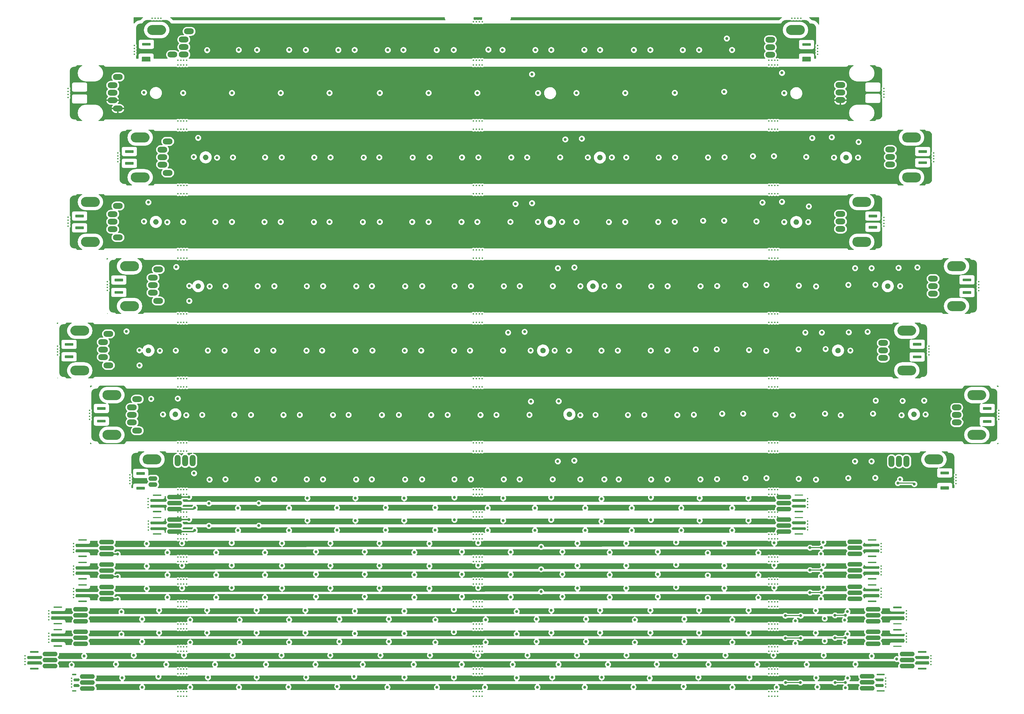
<source format=gbr>
G04 #@! TF.GenerationSoftware,KiCad,Pcbnew,(5.1.0-0)*
G04 #@! TF.CreationDate,2019-04-18T11:47:57-07:00*
G04 #@! TF.ProjectId,Panel2,50616e65-6c32-42e6-9b69-6361645f7063,rev?*
G04 #@! TF.SameCoordinates,Original*
G04 #@! TF.FileFunction,Copper,L4,Bot*
G04 #@! TF.FilePolarity,Positive*
%FSLAX46Y46*%
G04 Gerber Fmt 4.6, Leading zero omitted, Abs format (unit mm)*
G04 Created by KiCad (PCBNEW (5.1.0-0)) date 2019-04-18 11:47:57*
%MOMM*%
%LPD*%
G04 APERTURE LIST*
%ADD10C,0.500000*%
%ADD11O,3.302000X2.032000*%
%ADD12O,5.080000X1.524000*%
%ADD13O,2.032000X3.810000*%
%ADD14O,3.048000X1.524000*%
%ADD15C,1.000000*%
%ADD16C,0.300000*%
%ADD17C,0.500000*%
%ADD18C,0.254000*%
G04 APERTURE END LIST*
D10*
X39721201Y-248268822D03*
X39721201Y-247268822D03*
X39721201Y-249268822D03*
X39721201Y-250268822D03*
X24021201Y-240668822D03*
X24021201Y-239668822D03*
X24021201Y-241668822D03*
X24021201Y-242668822D03*
X32071201Y-233068822D03*
X32071201Y-232068822D03*
X32071201Y-234068822D03*
X32071201Y-235068822D03*
X32071201Y-225468822D03*
X32071201Y-224468822D03*
X32071201Y-226468822D03*
X32071201Y-227468822D03*
X40371201Y-217918822D03*
X40371201Y-216918822D03*
X40371201Y-218918822D03*
X40371201Y-219918822D03*
X40371201Y-210268822D03*
X40371201Y-209268822D03*
X40371201Y-211268822D03*
X40371201Y-212268822D03*
X40371201Y-202668822D03*
X40371201Y-201668822D03*
X40371201Y-203668822D03*
X40371201Y-204668822D03*
X65721201Y-195068822D03*
X65721201Y-194068822D03*
X65721201Y-196068822D03*
X65721201Y-197068822D03*
X65671201Y-187468822D03*
X65671201Y-186468822D03*
X65671201Y-188468822D03*
X65671201Y-189468822D03*
X59421201Y-179368822D03*
X59421201Y-178368822D03*
X59421201Y-180368822D03*
X59421201Y-181368822D03*
X45821201Y-157568822D03*
X45821201Y-156568822D03*
X45821201Y-158568822D03*
X45821201Y-159568822D03*
X34971201Y-135768822D03*
X34971201Y-134768822D03*
X34971201Y-136768822D03*
X34971201Y-137768822D03*
X51821201Y-113918822D03*
X51821201Y-112918822D03*
X51821201Y-114918822D03*
X51821201Y-115918822D03*
X38571201Y-92118822D03*
X38571201Y-91118822D03*
X38571201Y-93118822D03*
X38571201Y-94118822D03*
X55371201Y-70318822D03*
X55371201Y-69318822D03*
X55371201Y-71318822D03*
X55371201Y-72318822D03*
X38521201Y-48518822D03*
X38521201Y-47518822D03*
X38521201Y-49518822D03*
X38521201Y-50518822D03*
X60971201Y-33918822D03*
X60971201Y-32918822D03*
X60971201Y-34918822D03*
X60971201Y-35918822D03*
X176718822Y-24878799D03*
X175718822Y-24878799D03*
X177718822Y-24878799D03*
X178718822Y-24878799D03*
X292171201Y-33918822D03*
X292171201Y-32918822D03*
X292171201Y-34918822D03*
X292171201Y-35918822D03*
X314621201Y-48468822D03*
X314621201Y-47468822D03*
X314621201Y-49468822D03*
X314621201Y-50468822D03*
X331471201Y-70318822D03*
X331471201Y-69318822D03*
X331471201Y-71318822D03*
X331471201Y-72318822D03*
X314621201Y-92168822D03*
X314621201Y-91168822D03*
X314621201Y-93168822D03*
X314621201Y-94168822D03*
X346700000Y-115950000D03*
X346700000Y-114950000D03*
X346700000Y-112950000D03*
X346700000Y-113950000D03*
X329850000Y-137750000D03*
X329850000Y-136750000D03*
X329850000Y-134750000D03*
X329850000Y-135750000D03*
X353550000Y-159550000D03*
X353550000Y-158550000D03*
X353550000Y-156550000D03*
X353550000Y-157550000D03*
X339050000Y-181350000D03*
X339050000Y-180350000D03*
X339050000Y-178350000D03*
X339050000Y-179350000D03*
X288850000Y-189450000D03*
X288850000Y-188450000D03*
X288850000Y-186450000D03*
X288850000Y-187450000D03*
X288850000Y-197050000D03*
X288850000Y-196050000D03*
X288850000Y-194050000D03*
X288850000Y-195050000D03*
X313750000Y-204650000D03*
X313750000Y-203650000D03*
X313750000Y-201650000D03*
X313750000Y-202650000D03*
X313750000Y-212250000D03*
X313750000Y-211250000D03*
X313750000Y-209250000D03*
X313750000Y-210250000D03*
X313750000Y-219850000D03*
X313750000Y-218850000D03*
X313750000Y-216850000D03*
X313750000Y-217850000D03*
X322250000Y-227450000D03*
X322250000Y-226450000D03*
X322250000Y-224450000D03*
X322250000Y-225450000D03*
X322250000Y-233050000D03*
X322250000Y-232050000D03*
X322250000Y-234050000D03*
X322250000Y-235050000D03*
X315200000Y-250250000D03*
X315200000Y-249250000D03*
X315200000Y-247250000D03*
X315200000Y-248250000D03*
X330600000Y-240650000D03*
X330600000Y-239650000D03*
X330600000Y-241650000D03*
X330600000Y-242650000D03*
X275700000Y-167550000D03*
X276700000Y-167550000D03*
X278700000Y-167550000D03*
X277700000Y-167550000D03*
X277700000Y-170350000D03*
X278700000Y-170350000D03*
X276700000Y-170350000D03*
X275700000Y-170350000D03*
X75700000Y-167550000D03*
X76700000Y-167550000D03*
X78700000Y-167550000D03*
X77700000Y-167550000D03*
X77700000Y-170350000D03*
X78700000Y-170350000D03*
X76700000Y-170350000D03*
X75700000Y-170350000D03*
X177700000Y-170350000D03*
X178700000Y-170350000D03*
X176700000Y-170350000D03*
X175700000Y-170350000D03*
X175700000Y-167550000D03*
X176700000Y-167550000D03*
X178700000Y-167550000D03*
X177700000Y-167550000D03*
X275700000Y-145750000D03*
X276700000Y-145750000D03*
X278700000Y-145750000D03*
X277700000Y-145750000D03*
X277700000Y-148550000D03*
X278700000Y-148550000D03*
X276700000Y-148550000D03*
X275700000Y-148550000D03*
X75700000Y-145750000D03*
X76700000Y-145750000D03*
X78700000Y-145750000D03*
X77700000Y-145750000D03*
X77700000Y-148550000D03*
X78700000Y-148550000D03*
X76700000Y-148550000D03*
X75700000Y-148550000D03*
X177700000Y-148550000D03*
X178700000Y-148550000D03*
X176700000Y-148550000D03*
X175700000Y-148550000D03*
X175700000Y-145750000D03*
X176700000Y-145750000D03*
X178700000Y-145750000D03*
X177700000Y-145750000D03*
X275700000Y-123900000D03*
X276700000Y-123900000D03*
X278700000Y-123900000D03*
X277700000Y-123900000D03*
X277700000Y-126700000D03*
X278700000Y-126700000D03*
X276700000Y-126700000D03*
X275700000Y-126700000D03*
X75700000Y-123900000D03*
X76700000Y-123900000D03*
X78700000Y-123900000D03*
X77700000Y-123900000D03*
X77700000Y-126700000D03*
X78700000Y-126700000D03*
X76700000Y-126700000D03*
X75700000Y-126700000D03*
X177700000Y-126700000D03*
X178700000Y-126700000D03*
X176700000Y-126700000D03*
X175700000Y-126700000D03*
X175700000Y-123900000D03*
X176700000Y-123900000D03*
X178700000Y-123900000D03*
X177700000Y-123900000D03*
X275750000Y-102150000D03*
X276750000Y-102150000D03*
X278750000Y-102150000D03*
X277750000Y-102150000D03*
X277750000Y-104950000D03*
X278750000Y-104950000D03*
X276750000Y-104950000D03*
X275750000Y-104950000D03*
X75750000Y-102150000D03*
X76750000Y-102150000D03*
X78750000Y-102150000D03*
X77750000Y-102150000D03*
X77750000Y-104950000D03*
X78750000Y-104950000D03*
X76750000Y-104950000D03*
X75750000Y-104950000D03*
X177750000Y-104950000D03*
X178750000Y-104950000D03*
X176750000Y-104950000D03*
X175750000Y-104950000D03*
X175750000Y-102150000D03*
X176750000Y-102150000D03*
X178750000Y-102150000D03*
X177750000Y-102150000D03*
X275750000Y-80350000D03*
X276750000Y-80350000D03*
X278750000Y-80350000D03*
X277750000Y-80350000D03*
X277750000Y-83150000D03*
X278750000Y-83150000D03*
X276750000Y-83150000D03*
X275750000Y-83150000D03*
X75750000Y-80350000D03*
X76750000Y-80350000D03*
X78750000Y-80350000D03*
X77750000Y-80350000D03*
X77750000Y-83150000D03*
X78750000Y-83150000D03*
X76750000Y-83150000D03*
X75750000Y-83150000D03*
X177750000Y-83150000D03*
X178750000Y-83150000D03*
X176750000Y-83150000D03*
X175750000Y-83150000D03*
X175750000Y-80350000D03*
X176750000Y-80350000D03*
X178750000Y-80350000D03*
X177750000Y-80350000D03*
X177700000Y-251800000D03*
X178700000Y-251800000D03*
X176700000Y-251800000D03*
X175700000Y-251800000D03*
X175700000Y-253400000D03*
X176700000Y-253400000D03*
X178700000Y-253400000D03*
X177700000Y-253400000D03*
X275700000Y-253400000D03*
X276700000Y-253400000D03*
X278700000Y-253400000D03*
X277700000Y-253400000D03*
X277700000Y-251800000D03*
X278700000Y-251800000D03*
X276700000Y-251800000D03*
X275700000Y-251800000D03*
X77700000Y-251800000D03*
X78700000Y-251800000D03*
X76700000Y-251800000D03*
X75700000Y-251800000D03*
X75700000Y-253400000D03*
X76700000Y-253400000D03*
X78700000Y-253400000D03*
X77700000Y-253400000D03*
X177700000Y-244200000D03*
X178700000Y-244200000D03*
X176700000Y-244200000D03*
X175700000Y-244200000D03*
X175700000Y-245800000D03*
X176700000Y-245800000D03*
X178700000Y-245800000D03*
X177700000Y-245800000D03*
X275700000Y-245800000D03*
X276700000Y-245800000D03*
X278700000Y-245800000D03*
X277700000Y-245800000D03*
X277700000Y-244200000D03*
X278700000Y-244200000D03*
X276700000Y-244200000D03*
X275700000Y-244200000D03*
X77700000Y-244200000D03*
X78700000Y-244200000D03*
X76700000Y-244200000D03*
X75700000Y-244200000D03*
X75700000Y-245800000D03*
X76700000Y-245800000D03*
X78700000Y-245800000D03*
X77700000Y-245800000D03*
X177700000Y-236600000D03*
X178700000Y-236600000D03*
X176700000Y-236600000D03*
X175700000Y-236600000D03*
X175700000Y-238200000D03*
X176700000Y-238200000D03*
X178700000Y-238200000D03*
X177700000Y-238200000D03*
X275700000Y-238200000D03*
X276700000Y-238200000D03*
X278700000Y-238200000D03*
X277700000Y-238200000D03*
X277700000Y-236600000D03*
X278700000Y-236600000D03*
X276700000Y-236600000D03*
X275700000Y-236600000D03*
X77700000Y-236600000D03*
X78700000Y-236600000D03*
X76700000Y-236600000D03*
X75700000Y-236600000D03*
X75700000Y-238200000D03*
X76700000Y-238200000D03*
X78700000Y-238200000D03*
X77700000Y-238200000D03*
X177700000Y-228900000D03*
X178700000Y-228900000D03*
X176700000Y-228900000D03*
X175700000Y-228900000D03*
X175700000Y-230500000D03*
X176700000Y-230500000D03*
X178700000Y-230500000D03*
X177700000Y-230500000D03*
X275700000Y-230500000D03*
X276700000Y-230500000D03*
X278700000Y-230500000D03*
X277700000Y-230500000D03*
X277700000Y-228900000D03*
X278700000Y-228900000D03*
X276700000Y-228900000D03*
X275700000Y-228900000D03*
X77700000Y-228900000D03*
X78700000Y-228900000D03*
X76700000Y-228900000D03*
X75700000Y-228900000D03*
X75700000Y-230500000D03*
X76700000Y-230500000D03*
X78700000Y-230500000D03*
X77700000Y-230500000D03*
X177700000Y-221400000D03*
X178700000Y-221400000D03*
X176700000Y-221400000D03*
X175700000Y-221400000D03*
X175700000Y-223000000D03*
X176700000Y-223000000D03*
X178700000Y-223000000D03*
X177700000Y-223000000D03*
X275700000Y-223000000D03*
X276700000Y-223000000D03*
X278700000Y-223000000D03*
X277700000Y-223000000D03*
X277700000Y-221400000D03*
X278700000Y-221400000D03*
X276700000Y-221400000D03*
X275700000Y-221400000D03*
X77700000Y-221400000D03*
X78700000Y-221400000D03*
X76700000Y-221400000D03*
X75700000Y-221400000D03*
X75700000Y-223000000D03*
X76700000Y-223000000D03*
X78700000Y-223000000D03*
X77700000Y-223000000D03*
X177700000Y-213800000D03*
X178700000Y-213800000D03*
X176700000Y-213800000D03*
X175700000Y-213800000D03*
X175700000Y-215400000D03*
X176700000Y-215400000D03*
X178700000Y-215400000D03*
X177700000Y-215400000D03*
X275700000Y-215400000D03*
X276700000Y-215400000D03*
X278700000Y-215400000D03*
X277700000Y-215400000D03*
X277700000Y-213800000D03*
X278700000Y-213800000D03*
X276700000Y-213800000D03*
X275700000Y-213800000D03*
X77700000Y-213800000D03*
X78700000Y-213800000D03*
X76700000Y-213800000D03*
X75700000Y-213800000D03*
X75700000Y-215400000D03*
X76700000Y-215400000D03*
X78700000Y-215400000D03*
X77700000Y-215400000D03*
X177700000Y-206200000D03*
X178700000Y-206200000D03*
X176700000Y-206200000D03*
X175700000Y-206200000D03*
X175700000Y-207800000D03*
X176700000Y-207800000D03*
X178700000Y-207800000D03*
X177700000Y-207800000D03*
X275700000Y-207800000D03*
X276700000Y-207800000D03*
X278700000Y-207800000D03*
X277700000Y-207800000D03*
X277700000Y-206200000D03*
X278700000Y-206200000D03*
X276700000Y-206200000D03*
X275700000Y-206200000D03*
X77700000Y-206200000D03*
X78700000Y-206200000D03*
X76700000Y-206200000D03*
X75700000Y-206200000D03*
X75700000Y-207800000D03*
X76700000Y-207800000D03*
X78700000Y-207800000D03*
X77700000Y-207800000D03*
X177700000Y-198500000D03*
X178700000Y-198500000D03*
X176700000Y-198500000D03*
X175700000Y-198500000D03*
X175700000Y-200100000D03*
X176700000Y-200100000D03*
X178700000Y-200100000D03*
X177700000Y-200100000D03*
X275700000Y-200100000D03*
X276700000Y-200100000D03*
X278700000Y-200100000D03*
X277700000Y-200100000D03*
X277700000Y-198500000D03*
X278700000Y-198500000D03*
X276700000Y-198500000D03*
X275700000Y-198500000D03*
X77700000Y-198500000D03*
X78700000Y-198500000D03*
X76700000Y-198500000D03*
X75700000Y-198500000D03*
X75700000Y-200100000D03*
X76700000Y-200100000D03*
X78700000Y-200100000D03*
X77700000Y-200100000D03*
X177700000Y-191000000D03*
X178700000Y-191000000D03*
X176700000Y-191000000D03*
X175700000Y-191000000D03*
X175700000Y-192600000D03*
X176700000Y-192600000D03*
X178700000Y-192600000D03*
X177700000Y-192600000D03*
X275700000Y-192600000D03*
X276700000Y-192600000D03*
X278700000Y-192600000D03*
X277700000Y-192600000D03*
X277700000Y-191000000D03*
X278700000Y-191000000D03*
X276700000Y-191000000D03*
X275700000Y-191000000D03*
X77700000Y-191000000D03*
X78700000Y-191000000D03*
X76700000Y-191000000D03*
X75700000Y-191000000D03*
X75700000Y-192600000D03*
X76700000Y-192600000D03*
X78700000Y-192600000D03*
X77700000Y-192600000D03*
X177700000Y-183400000D03*
X178700000Y-183400000D03*
X176700000Y-183400000D03*
X175700000Y-183400000D03*
X175700000Y-185000000D03*
X176700000Y-185000000D03*
X178700000Y-185000000D03*
X177700000Y-185000000D03*
X275700000Y-185000000D03*
X276700000Y-185000000D03*
X278700000Y-185000000D03*
X277700000Y-185000000D03*
X277700000Y-183400000D03*
X278700000Y-183400000D03*
X276700000Y-183400000D03*
X275700000Y-183400000D03*
X77700000Y-183400000D03*
X78700000Y-183400000D03*
X76700000Y-183400000D03*
X75700000Y-183400000D03*
X75700000Y-185000000D03*
X76700000Y-185000000D03*
X78700000Y-185000000D03*
X77700000Y-185000000D03*
X177700000Y-58500000D03*
X178700000Y-58500000D03*
X176700000Y-58500000D03*
X175700000Y-58500000D03*
X175700000Y-61300000D03*
X176700000Y-61300000D03*
X178700000Y-61300000D03*
X177700000Y-61300000D03*
X275700000Y-61300000D03*
X276700000Y-61300000D03*
X278700000Y-61300000D03*
X277700000Y-61300000D03*
X277700000Y-58500000D03*
X278700000Y-58500000D03*
X276700000Y-58500000D03*
X275700000Y-58500000D03*
X77700000Y-58500000D03*
X78700000Y-58500000D03*
X76700000Y-58500000D03*
X75700000Y-58500000D03*
X75700000Y-61300000D03*
X76700000Y-61300000D03*
X78700000Y-61300000D03*
X77700000Y-61300000D03*
X75700000Y-37900000D03*
X76700000Y-37900000D03*
X78700000Y-37900000D03*
X77700000Y-37900000D03*
X77700000Y-39500000D03*
X78700000Y-39500000D03*
X76700000Y-39500000D03*
X75700000Y-39500000D03*
X175700000Y-37900000D03*
X176700000Y-37900000D03*
X178700000Y-37900000D03*
X177700000Y-37900000D03*
X177700000Y-39500000D03*
X178700000Y-39500000D03*
X176700000Y-39500000D03*
X175700000Y-39500000D03*
X275700000Y-37900000D03*
X276700000Y-37900000D03*
X278700000Y-37900000D03*
X277700000Y-37900000D03*
X277700000Y-39500000D03*
X278700000Y-39500000D03*
X276700000Y-39500000D03*
X275700000Y-39500000D03*
X285500000Y-23700000D03*
X286500000Y-23700000D03*
X284500000Y-23700000D03*
X283500000Y-23700000D03*
X67000000Y-23700000D03*
X68000000Y-23700000D03*
X70000000Y-23700000D03*
X69000000Y-23700000D03*
D11*
X73868000Y-35997000D03*
X79456000Y-28123000D03*
X77678000Y-35997000D03*
X77678000Y-33457000D03*
X77678000Y-30917000D03*
X276178000Y-36037000D03*
X276178000Y-33497000D03*
X276178000Y-30957000D03*
X60152000Y-155518000D03*
X60152000Y-158058000D03*
X60152000Y-160598000D03*
X61930000Y-152724000D03*
X61930000Y-163392000D03*
X339252000Y-155552000D03*
X339252000Y-158092000D03*
X339252000Y-160632000D03*
D12*
X45090540Y-246737780D03*
X45090540Y-248769780D03*
X45090540Y-250801780D03*
X308994000Y-246593000D03*
X308994000Y-248625000D03*
X308994000Y-250657000D03*
X32413000Y-243192000D03*
X32413000Y-241160000D03*
X32413000Y-239128000D03*
X322481000Y-243192000D03*
X322481000Y-241160000D03*
X322481000Y-239128000D03*
X310982140Y-231540880D03*
X310982140Y-233572880D03*
X310982140Y-235604880D03*
X42808920Y-231556520D03*
X42808920Y-233588520D03*
X42808920Y-235620520D03*
X310982140Y-223939880D03*
X310982140Y-225971880D03*
X310982140Y-228003880D03*
X42808920Y-223955520D03*
X42808920Y-225987520D03*
X42808920Y-228019520D03*
X51565920Y-216379120D03*
X51565920Y-218411120D03*
X51565920Y-220443120D03*
X304818060Y-216310540D03*
X304818060Y-218342540D03*
X304818060Y-220374540D03*
X51565920Y-208779120D03*
X51565920Y-210811120D03*
X51565920Y-212843120D03*
X304818060Y-208710540D03*
X304818060Y-210742540D03*
X304818060Y-212774540D03*
X51565920Y-201179120D03*
X51565920Y-203211120D03*
X51565920Y-205243120D03*
X304818060Y-201110540D03*
X304818060Y-203142540D03*
X304818060Y-205174540D03*
X74635000Y-193508400D03*
X74635000Y-195540400D03*
X74635000Y-197572400D03*
X280781400Y-193536400D03*
X280781400Y-195568400D03*
X280781400Y-197600400D03*
X74635000Y-185909400D03*
X74635000Y-187941400D03*
X74635000Y-189973400D03*
X280781400Y-185937400D03*
X280781400Y-187969400D03*
X280781400Y-190001400D03*
D11*
X50398000Y-133390000D03*
X50398000Y-135930000D03*
X50398000Y-138470000D03*
X52176000Y-130596000D03*
X52176000Y-141264000D03*
X314398000Y-133690000D03*
X314398000Y-136230000D03*
X314398000Y-138770000D03*
X67245000Y-111578000D03*
X67245000Y-114118000D03*
X67245000Y-116658000D03*
X69023000Y-108784000D03*
X69023000Y-119452000D03*
X331245000Y-111878000D03*
X331245000Y-114418000D03*
X331245000Y-116958000D03*
X53613000Y-46384000D03*
X53613000Y-48924000D03*
X53613000Y-51464000D03*
X55391000Y-43590000D03*
X55391000Y-54258000D03*
X299913000Y-46324000D03*
X299913000Y-48864000D03*
X299913000Y-51404000D03*
X299913000Y-95073000D03*
X299913000Y-92533000D03*
X299913000Y-89993000D03*
X55391000Y-97927000D03*
X55391000Y-87259000D03*
X53613000Y-95133000D03*
X53613000Y-92593000D03*
X53613000Y-90053000D03*
X316760000Y-73217000D03*
X316760000Y-70677000D03*
X316760000Y-68137000D03*
X72238000Y-76071000D03*
X72238000Y-65403000D03*
X70460000Y-73277000D03*
X70460000Y-70737000D03*
X70460000Y-68197000D03*
D13*
X322292189Y-173777543D03*
X319752189Y-173777543D03*
X317212189Y-173777543D03*
X75612189Y-173577543D03*
X78152189Y-173577543D03*
X80692189Y-173577543D03*
D14*
X67262189Y-181659543D03*
X67262189Y-179627543D03*
D15*
X290370000Y-64249000D03*
X243855806Y-92609940D03*
X210581800Y-92673440D03*
X143862800Y-70817440D03*
X110842800Y-70817440D03*
X227091800Y-92673440D03*
X177390800Y-70817440D03*
X160880800Y-70817440D03*
X127352800Y-70817440D03*
X177053800Y-92673440D03*
X227428800Y-70817440D03*
X243938800Y-70817440D03*
X193900800Y-70817440D03*
X160543800Y-92673440D03*
X94332800Y-70817440D03*
X277416000Y-70398340D03*
X260702806Y-70753940D03*
X144033800Y-92673440D03*
X214426540Y-70822520D03*
X212394540Y-64472520D03*
X81074000Y-70652340D03*
X110505800Y-92673440D03*
X121841000Y-70830140D03*
X296974000Y-63995000D03*
X297736000Y-70853000D03*
X127015800Y-92673440D03*
X171828200Y-70830140D03*
X155140400Y-70855540D03*
X138579600Y-70855540D03*
X93995800Y-92673440D03*
X238401600Y-70855540D03*
X205076800Y-70804740D03*
X188516000Y-70830140D03*
X306060000Y-65577000D03*
X288338000Y-70652340D03*
X270304000Y-70423740D03*
X255089400Y-70830140D03*
X82560000Y-64177000D03*
X206806540Y-64726520D03*
X88948000Y-70906340D03*
X105204000Y-70804740D03*
X222554540Y-70822520D03*
X305864000Y-70853000D03*
X58298000Y-129770000D03*
X303268540Y-136258400D03*
X288028540Y-130162400D03*
X203192540Y-136258400D03*
X187444540Y-130162400D03*
X302737680Y-130078580D03*
X69586000Y-136342220D03*
X85842000Y-136240620D03*
X285740000Y-135834220D03*
X268976000Y-136088220D03*
X250942000Y-135859620D03*
X235727400Y-136266020D03*
X219039600Y-136291420D03*
X185714800Y-136240620D03*
X169154000Y-136266020D03*
X152466200Y-136266020D03*
X135778400Y-136291420D03*
X119217600Y-136291420D03*
X102479000Y-136266020D03*
X62698000Y-136170000D03*
X62698000Y-141270000D03*
X293616540Y-130162400D03*
X124500800Y-136253320D03*
X141518800Y-136253320D03*
X91480800Y-136253320D03*
X107990800Y-136253320D03*
X294886540Y-135750394D03*
X309110540Y-129908400D03*
X195064540Y-136258400D03*
X258054000Y-135834220D03*
X193032540Y-129908400D03*
X241340806Y-136189820D03*
X74970800Y-136253320D03*
X208066800Y-136253320D03*
X274818000Y-136342220D03*
X158028800Y-136253320D03*
X174538800Y-136253320D03*
X224576800Y-136253320D03*
X75145000Y-107958000D03*
X320115540Y-114446400D03*
X304875540Y-108350400D03*
X220039540Y-114446400D03*
X204291540Y-108350400D03*
X319584680Y-108266580D03*
X86433000Y-114530220D03*
X102689000Y-114428620D03*
X302587000Y-114022220D03*
X285823000Y-114276220D03*
X267789000Y-114047620D03*
X252574400Y-114454020D03*
X235886600Y-114479420D03*
X202561800Y-114428620D03*
X186001000Y-114454020D03*
X169313200Y-114454020D03*
X152625400Y-114479420D03*
X136064600Y-114479420D03*
X119326000Y-114454020D03*
X79545000Y-114358000D03*
X79545000Y-119458000D03*
X310463540Y-108350400D03*
X141347800Y-114441320D03*
X158365800Y-114441320D03*
X108327800Y-114441320D03*
X124837800Y-114441320D03*
X311733540Y-113938394D03*
X325957540Y-108096400D03*
X211911540Y-114446400D03*
X274901000Y-114022220D03*
X209879540Y-108096400D03*
X258187806Y-114377820D03*
X91817800Y-114441320D03*
X224913800Y-114441320D03*
X291665000Y-114530220D03*
X174875800Y-114441320D03*
X191385800Y-114441320D03*
X241423800Y-114441320D03*
X289213000Y-87433000D03*
X65713000Y-86033000D03*
X289017000Y-92709000D03*
X273523000Y-86105000D03*
X205707540Y-92678520D03*
X189959540Y-86582520D03*
X72101000Y-92762340D03*
X88357000Y-92660740D03*
X271491000Y-92508340D03*
X253457000Y-92279740D03*
X238242400Y-92686140D03*
X221554600Y-92711540D03*
X188229800Y-92660740D03*
X171669000Y-92686140D03*
X154981200Y-92686140D03*
X138293400Y-92711540D03*
X121732600Y-92711540D03*
X104994000Y-92686140D03*
X280127000Y-85851000D03*
X280889000Y-92709000D03*
X197579540Y-92678520D03*
X195547540Y-86328520D03*
X64227000Y-92508340D03*
X77485800Y-92673440D03*
X260569000Y-92254340D03*
X324912189Y-181477543D03*
X319362189Y-181177543D03*
X220004189Y-179883543D03*
X204256189Y-173787543D03*
X320080189Y-179883543D03*
X304840189Y-173787543D03*
X86397649Y-179967363D03*
X102653649Y-179865763D03*
X302551649Y-179459363D03*
X285787649Y-179713363D03*
X152590049Y-179916563D03*
X267753649Y-179484763D03*
X235851249Y-179916563D03*
X169277849Y-179891163D03*
X185965649Y-179891163D03*
X202526449Y-179865763D03*
X252539049Y-179891163D03*
X136029249Y-179916563D03*
X119290649Y-179891163D03*
X209844189Y-173533543D03*
X91782449Y-179878463D03*
X274865649Y-179459363D03*
X291629649Y-179967363D03*
X258152455Y-179814963D03*
X224878449Y-179878463D03*
X241388449Y-179878463D03*
X191350449Y-179878463D03*
X174840449Y-179878463D03*
X108292449Y-179878463D03*
X141312449Y-179878463D03*
X124802449Y-179878463D03*
X158330449Y-179878463D03*
X211876189Y-179883543D03*
X81162189Y-177827543D03*
X310428189Y-173787543D03*
X311698189Y-179375537D03*
X268779000Y-186264000D03*
X119529000Y-186264000D03*
X235779000Y-186014000D03*
X185779000Y-186264000D03*
X103083000Y-187979500D03*
X79461000Y-185912000D03*
X252279000Y-186264000D03*
X152279000Y-186264000D03*
X135779000Y-186264000D03*
X219029000Y-186514000D03*
X169279002Y-186014000D03*
X202029000Y-186014000D03*
X86192000Y-188043000D03*
X162778996Y-189463990D03*
X129529000Y-189536973D03*
X146029000Y-189463990D03*
X229279000Y-189616561D03*
X180529000Y-189616547D03*
X213529000Y-189616559D03*
X263279000Y-189616565D03*
X96029000Y-189616561D03*
X113279000Y-189616563D03*
X196529000Y-189616563D03*
X246029000Y-189616557D03*
X81393740Y-189569340D03*
X268779000Y-193863000D03*
X119529000Y-193863000D03*
X235779000Y-193613000D03*
X185779000Y-193863000D03*
X103083000Y-195578500D03*
X79461000Y-193511000D03*
X252279000Y-193863000D03*
X152279000Y-193863000D03*
X135779000Y-193863000D03*
X219029000Y-194113000D03*
X169279002Y-193613000D03*
X202029000Y-193613000D03*
X86192000Y-195642000D03*
X162778996Y-197062990D03*
X129529000Y-197135973D03*
X146029000Y-197062990D03*
X229279000Y-197215561D03*
X180529000Y-197215547D03*
X213529000Y-197215559D03*
X263279000Y-197215565D03*
X96029000Y-197215561D03*
X113279000Y-197215563D03*
X196529000Y-197215563D03*
X246029000Y-197215557D03*
X81393740Y-197168340D03*
X110913000Y-201546000D03*
X127313000Y-201546000D03*
X143913000Y-201546000D03*
X77112998Y-201546000D03*
X160813000Y-201646000D03*
X177313000Y-201446000D03*
X198613000Y-202746000D03*
X210913000Y-201546000D03*
X227413000Y-201546000D03*
X244313000Y-201246000D03*
X260612998Y-201546000D03*
X277513000Y-201446000D03*
X294113000Y-201246000D03*
X65163000Y-201696000D03*
X93913000Y-201446000D03*
X55313000Y-205245996D03*
X155713000Y-204646004D03*
X138913000Y-204446000D03*
X122413000Y-204446000D03*
X171813000Y-204446000D03*
X188313000Y-204546000D03*
X205813000Y-204446000D03*
X221813000Y-204646000D03*
X238113000Y-204446000D03*
X255013000Y-204815924D03*
X272113000Y-204765391D03*
X293313000Y-205146000D03*
X72162992Y-204696000D03*
X88663000Y-204696000D03*
X105163000Y-204696000D03*
X289613004Y-203046000D03*
X293513000Y-203046000D03*
X110913000Y-209146000D03*
X127313000Y-209146000D03*
X143913000Y-209146000D03*
X77112998Y-209146000D03*
X160813000Y-209246000D03*
X177313000Y-209046000D03*
X198613000Y-210346000D03*
X210913000Y-209146000D03*
X227413000Y-209146000D03*
X244313000Y-208846000D03*
X260612998Y-209146000D03*
X277513000Y-209046000D03*
X294113000Y-208846000D03*
X65163000Y-209296000D03*
X93913000Y-209046000D03*
X55313000Y-212845996D03*
X155713000Y-212246004D03*
X138913000Y-212046000D03*
X122413000Y-212046000D03*
X171813000Y-212046000D03*
X188313000Y-212146000D03*
X205813000Y-212046000D03*
X221813000Y-212246000D03*
X238113000Y-212046000D03*
X255013000Y-212415924D03*
X272113000Y-212365391D03*
X293313000Y-212746000D03*
X72162992Y-212296000D03*
X88663000Y-212296000D03*
X105163000Y-212296000D03*
X289613004Y-210646000D03*
X293513000Y-210646000D03*
X110913000Y-216746000D03*
X127313000Y-216746000D03*
X143913000Y-216746000D03*
X77112998Y-216746000D03*
X160813000Y-216846000D03*
X177313000Y-216646000D03*
X198613000Y-217946000D03*
X210913000Y-216746000D03*
X227413000Y-216746000D03*
X244313000Y-216446000D03*
X260612998Y-216746000D03*
X277513000Y-216646000D03*
X294113000Y-216446000D03*
X65163000Y-216896000D03*
X93913000Y-216646000D03*
X55313000Y-220445996D03*
X155713000Y-219846004D03*
X138913000Y-219646000D03*
X122413000Y-219646000D03*
X171813000Y-219646000D03*
X188313000Y-219746000D03*
X205813000Y-219646000D03*
X221813000Y-219846000D03*
X238113000Y-219646000D03*
X255013000Y-220015924D03*
X272113000Y-219965391D03*
X293313000Y-220346000D03*
X72162992Y-219896000D03*
X88663000Y-219896000D03*
X105163000Y-219896000D03*
X289613004Y-218246000D03*
X293513000Y-218246000D03*
X291572000Y-224316158D03*
X302281000Y-224673000D03*
X69331000Y-224273000D03*
X85581000Y-224273000D03*
X102330998Y-224273000D03*
X118831000Y-224273000D03*
X135581000Y-224523000D03*
X152331000Y-224523000D03*
X169081000Y-224023000D03*
X190331000Y-224673010D03*
X202081000Y-224273000D03*
X218581000Y-224273000D03*
X235581000Y-224273000D03*
X252081000Y-224273000D03*
X268831000Y-224273006D03*
X56581000Y-224773000D03*
X294581000Y-227066087D03*
X284661627Y-227843205D03*
X301381000Y-227573000D03*
X63581000Y-227273000D03*
X79831000Y-227523000D03*
X96581000Y-227523000D03*
X130331000Y-227273000D03*
X147081000Y-227273000D03*
X162831000Y-227523000D03*
X197081000Y-227273000D03*
X213831000Y-227273000D03*
X230331000Y-227523000D03*
X247081000Y-227273000D03*
X113331000Y-227472990D03*
X179831000Y-227472990D03*
X263331000Y-227472990D03*
X281281000Y-226073000D03*
X286461639Y-226073000D03*
X301581000Y-225972996D03*
X298081004Y-225973000D03*
X291572000Y-231917158D03*
X302281000Y-232274000D03*
X69331000Y-231874000D03*
X85581000Y-231874000D03*
X102330998Y-231874000D03*
X118831000Y-231874000D03*
X135581000Y-232124000D03*
X152331000Y-232124000D03*
X169081000Y-231624000D03*
X190331000Y-232274010D03*
X202081000Y-231874000D03*
X218581000Y-231874000D03*
X235581000Y-231874000D03*
X252081000Y-231874000D03*
X268831000Y-231874006D03*
X56581000Y-232374000D03*
X294581000Y-234667087D03*
X284661627Y-235444205D03*
X301381000Y-235174000D03*
X63581000Y-234874000D03*
X79831000Y-235124000D03*
X96581000Y-235124000D03*
X130331000Y-234874000D03*
X147081000Y-234874000D03*
X162831000Y-235124000D03*
X197081000Y-234874000D03*
X213831000Y-234874000D03*
X230331000Y-235124000D03*
X247081000Y-234874000D03*
X113331000Y-235073990D03*
X179831000Y-235073990D03*
X263331000Y-235073990D03*
X281281000Y-233674000D03*
X286461639Y-233674000D03*
X301581000Y-233573996D03*
X298081004Y-233574000D03*
X277247000Y-239520006D03*
X260997000Y-239520000D03*
X60746996Y-239520000D03*
X39730540Y-242767620D03*
X294247000Y-239520000D03*
X310497000Y-239770000D03*
X318997000Y-240770000D03*
X210747000Y-239520000D03*
X71747000Y-242619990D03*
X138247000Y-242619990D03*
X237747000Y-242520000D03*
X288497000Y-242619990D03*
X88247000Y-242619990D03*
X188997000Y-242619990D03*
X304997000Y-242520000D03*
X105497000Y-242619990D03*
X94247000Y-239520000D03*
X43997000Y-239770000D03*
X77747000Y-239520000D03*
X144247000Y-239520000D03*
X127246998Y-239520000D03*
X177247000Y-239520000D03*
X227497000Y-239520000D03*
X110747000Y-239520000D03*
X155497000Y-242619990D03*
X171747000Y-242619990D03*
X255247000Y-242619990D03*
X193997000Y-239520000D03*
X243997008Y-239520000D03*
X160997000Y-239520000D03*
X221247000Y-242619990D03*
X271747000Y-242619990D03*
X204497000Y-242619990D03*
X122247000Y-242619990D03*
X54747000Y-242520000D03*
X291722000Y-247117060D03*
X56854000Y-247117062D03*
X69104000Y-246743000D03*
X85854000Y-246993002D03*
X102354000Y-246993004D03*
X119104000Y-246993000D03*
X135354000Y-246743000D03*
X152354000Y-246993000D03*
X169104000Y-246993000D03*
X190354000Y-247117062D03*
X202354000Y-246993000D03*
X219104000Y-246993000D03*
X235354000Y-247243000D03*
X251854000Y-246993000D03*
X269104000Y-246993000D03*
X302354000Y-247243000D03*
X113104000Y-250243000D03*
X229854000Y-250243008D03*
X292104000Y-250243000D03*
X301604000Y-250493000D03*
X63604000Y-250342990D03*
X246854000Y-250092990D03*
X263354000Y-250342990D03*
X278354000Y-250342990D03*
X163354000Y-250369006D03*
X197354000Y-250342990D03*
X213354000Y-250318800D03*
X129604000Y-250092990D03*
X179604000Y-250351787D03*
X79854000Y-250342990D03*
X96354000Y-250342990D03*
X146604000Y-250342990D03*
X281354000Y-248743000D03*
X286354000Y-248743000D03*
X298104000Y-248743000D03*
X301615408Y-248731600D03*
X100434800Y-158065100D03*
X133454800Y-158065100D03*
X116944800Y-158065100D03*
X150472800Y-158065100D03*
X166982800Y-158065100D03*
X183492800Y-158065100D03*
X233530800Y-158065100D03*
X217020800Y-158065100D03*
X250294806Y-158001600D03*
X283772000Y-158154000D03*
X300028000Y-158154000D03*
X267008000Y-157646000D03*
X320602000Y-158154000D03*
X83924800Y-158065100D03*
X70666000Y-157900000D03*
X204552000Y-153418000D03*
X320952000Y-153318000D03*
X75652000Y-152518000D03*
X111433000Y-158077800D03*
X128171600Y-158103200D03*
X144732400Y-158103200D03*
X161420200Y-158077800D03*
X178108000Y-158077800D03*
X194668800Y-158052400D03*
X227993600Y-158103200D03*
X244681400Y-158077800D03*
X259896000Y-157671400D03*
X277930000Y-157900000D03*
X294694000Y-157646000D03*
X310950000Y-157646000D03*
X211890000Y-158154000D03*
X328730000Y-157900000D03*
X94796000Y-158052400D03*
X78540000Y-158154000D03*
X195152000Y-153518000D03*
X311852000Y-153218000D03*
X328252000Y-153218000D03*
X66652000Y-152618000D03*
X85591000Y-34476000D03*
X102482000Y-34412500D03*
X118992000Y-34412500D03*
X152012000Y-34412500D03*
X135502000Y-34412500D03*
X169030000Y-34412500D03*
X185540000Y-34412500D03*
X218560000Y-34412500D03*
X202050000Y-34412500D03*
X252088000Y-34412500D03*
X235578000Y-34412500D03*
X96286940Y-34402340D03*
X229990000Y-34425200D03*
X213226000Y-34399800D03*
X261456000Y-30539000D03*
X180778000Y-34297000D03*
X196665200Y-34425200D03*
X163289600Y-34450600D03*
X146728800Y-34450600D03*
X113353200Y-34399800D03*
X129990200Y-34425200D03*
X246550800Y-34450600D03*
X263238600Y-34425200D03*
X280127000Y-42182000D03*
X280889000Y-49040000D03*
X197579540Y-49009520D03*
X195547540Y-42659520D03*
X64227000Y-48839340D03*
X77485800Y-49004440D03*
X260569000Y-48585340D03*
X243855806Y-48940940D03*
X210581800Y-49004440D03*
X227091800Y-49004440D03*
X177053800Y-49004440D03*
X160543800Y-49004440D03*
X144033800Y-49004440D03*
X110505800Y-49004440D03*
X127015800Y-49004440D03*
X93995800Y-49004440D03*
X289213000Y-43764000D03*
X65713000Y-42364000D03*
X289017000Y-49040000D03*
X273523000Y-42436000D03*
X205707540Y-49009520D03*
X189959540Y-42913520D03*
X72101000Y-49093340D03*
X88357000Y-48991740D03*
X271491000Y-48839340D03*
X253457000Y-48610740D03*
X238242400Y-49017140D03*
X221554600Y-49042540D03*
X188229800Y-48991740D03*
X171669000Y-49017140D03*
X154981200Y-49017140D03*
X138293400Y-49042540D03*
X121732600Y-49042540D03*
X104994000Y-49017140D03*
D16*
X319362189Y-181177543D02*
X324612189Y-181177543D01*
X324612189Y-181177543D02*
X324912189Y-181477543D01*
D17*
X79458400Y-185909400D02*
X79461000Y-185912000D01*
X74635000Y-185909400D02*
X79458400Y-185909400D01*
D16*
X269105600Y-185937400D02*
X268779000Y-186264000D01*
D17*
X80987080Y-189976000D02*
X74637600Y-189976000D01*
X74637600Y-189976000D02*
X74635000Y-189973400D01*
X81393740Y-189569340D02*
X80987080Y-189976000D01*
X79458400Y-193508400D02*
X79461000Y-193511000D01*
X74635000Y-193508400D02*
X79458400Y-193508400D01*
D16*
X269105600Y-193536400D02*
X268779000Y-193863000D01*
D17*
X80987080Y-197575000D02*
X74637600Y-197575000D01*
X74637600Y-197575000D02*
X74635000Y-197572400D01*
X81393740Y-197168340D02*
X80987080Y-197575000D01*
X55310124Y-205243120D02*
X55313000Y-205245996D01*
X51565920Y-205243120D02*
X55310124Y-205243120D01*
D16*
X289613004Y-203046000D02*
X293513000Y-203046000D01*
D17*
X55310124Y-212843120D02*
X55313000Y-212845996D01*
X51565920Y-212843120D02*
X55310124Y-212843120D01*
D16*
X289613004Y-210646000D02*
X293513000Y-210646000D01*
D17*
X55310124Y-220443120D02*
X55313000Y-220445996D01*
X51565920Y-220443120D02*
X55310124Y-220443120D01*
D16*
X289613004Y-218246000D02*
X293513000Y-218246000D01*
X285881000Y-226073000D02*
X286461639Y-226073000D01*
X281281000Y-226073000D02*
X285881000Y-226073000D01*
X301581000Y-225972996D02*
X298081008Y-225972996D01*
X298081008Y-225972996D02*
X298081004Y-225973000D01*
X285881000Y-233674000D02*
X286461639Y-233674000D01*
X281281000Y-233674000D02*
X285881000Y-233674000D01*
X301581000Y-233573996D02*
X298081008Y-233573996D01*
X298081008Y-233573996D02*
X298081004Y-233574000D01*
D17*
X308994000Y-250657000D02*
X307216000Y-250657000D01*
D16*
X286354000Y-248743000D02*
X281354000Y-248743000D01*
X301604008Y-248743000D02*
X301615408Y-248731600D01*
X298104000Y-248743000D02*
X301604008Y-248743000D01*
X340918000Y-160474520D02*
X340567480Y-160124000D01*
D18*
G36*
X42978604Y-39788213D02*
G01*
X42971841Y-39790268D01*
X42918545Y-39818789D01*
X42894800Y-39830878D01*
X42888884Y-39834662D01*
X42852872Y-39853934D01*
X42832172Y-39870940D01*
X42809614Y-39885369D01*
X42780175Y-39913655D01*
X42774734Y-39918125D01*
X42755853Y-39937025D01*
X42712316Y-39978857D01*
X42708276Y-39984649D01*
X42296694Y-40396641D01*
X42291362Y-40400355D01*
X42249095Y-40444288D01*
X42229832Y-40463570D01*
X42225729Y-40468575D01*
X42197811Y-40497593D01*
X42183060Y-40520621D01*
X42165720Y-40541771D01*
X42146754Y-40577297D01*
X42143265Y-40582743D01*
X42130893Y-40607006D01*
X42102172Y-40660803D01*
X42100288Y-40667024D01*
X41836202Y-41184919D01*
X41832022Y-41190443D01*
X41805603Y-41244928D01*
X41793421Y-41268817D01*
X41790906Y-41275236D01*
X41773150Y-41311855D01*
X41766355Y-41337905D01*
X41756535Y-41362973D01*
X41749369Y-41403032D01*
X41747628Y-41409705D01*
X41743435Y-41436201D01*
X41732773Y-41495797D01*
X41732907Y-41502722D01*
X41641884Y-42077849D01*
X41639694Y-42084162D01*
X41631352Y-42144398D01*
X41627124Y-42171113D01*
X41626734Y-42177748D01*
X41621184Y-42217820D01*
X41622779Y-42244943D01*
X41621183Y-42272060D01*
X41626729Y-42312126D01*
X41627120Y-42318767D01*
X41631351Y-42345508D01*
X41639686Y-42405719D01*
X41641875Y-42412030D01*
X41732916Y-42987467D01*
X41732782Y-42994469D01*
X41743444Y-43054010D01*
X41747621Y-43080412D01*
X41749379Y-43087152D01*
X41756566Y-43127290D01*
X41766363Y-43152285D01*
X41773137Y-43178263D01*
X41790927Y-43214956D01*
X41793468Y-43221439D01*
X41805611Y-43245242D01*
X41832003Y-43299678D01*
X41836229Y-43305263D01*
X42100266Y-43822849D01*
X42102104Y-43828926D01*
X42130855Y-43882814D01*
X42143321Y-43907250D01*
X42146738Y-43912582D01*
X42165621Y-43947974D01*
X42183045Y-43969238D01*
X42197882Y-43992391D01*
X42225706Y-44021302D01*
X42229713Y-44026192D01*
X42249064Y-44045573D01*
X42291449Y-44089613D01*
X42296662Y-44093243D01*
X42708225Y-44505429D01*
X42712316Y-44511295D01*
X42755794Y-44553070D01*
X42774603Y-44571908D01*
X42780111Y-44576435D01*
X42809614Y-44604783D01*
X42832097Y-44619164D01*
X42852724Y-44636119D01*
X42888811Y-44655443D01*
X42894800Y-44659274D01*
X42918454Y-44671316D01*
X42971676Y-44699816D01*
X42978526Y-44701900D01*
X43497246Y-44965984D01*
X43502576Y-44970018D01*
X43557272Y-44996544D01*
X43581388Y-45008821D01*
X43587586Y-45011244D01*
X43623986Y-45028897D01*
X43650268Y-45035754D01*
X43675568Y-45045646D01*
X43715397Y-45052745D01*
X43721834Y-45054424D01*
X43748562Y-45058656D01*
X43808408Y-45069322D01*
X43815089Y-45069189D01*
X44403162Y-45162295D01*
X44422583Y-45168186D01*
X44469657Y-45172822D01*
X44482981Y-45174932D01*
X44503121Y-45176118D01*
X44523219Y-45178098D01*
X44536723Y-45178098D01*
X44583929Y-45180879D01*
X44604027Y-45178098D01*
X47509692Y-45178098D01*
X47529789Y-45180879D01*
X47576995Y-45178098D01*
X47590502Y-45178098D01*
X47610606Y-45176118D01*
X47630736Y-45174932D01*
X47644054Y-45172823D01*
X47691138Y-45168186D01*
X47710561Y-45162294D01*
X48298648Y-45069188D01*
X48305343Y-45069322D01*
X48365218Y-45058649D01*
X48391905Y-45054424D01*
X48398344Y-45052744D01*
X48438182Y-45045643D01*
X48463472Y-45035754D01*
X48489753Y-45028898D01*
X48526162Y-45011241D01*
X48532361Y-45008817D01*
X48556465Y-44996545D01*
X48611162Y-44970019D01*
X48616496Y-44965982D01*
X49135197Y-44701899D01*
X49142045Y-44699816D01*
X49195270Y-44671314D01*
X49218929Y-44659269D01*
X49224916Y-44655439D01*
X49260997Y-44636118D01*
X49281625Y-44619163D01*
X49304114Y-44604777D01*
X49333617Y-44576429D01*
X49339117Y-44571908D01*
X49357912Y-44553084D01*
X49401411Y-44511288D01*
X49405501Y-44505423D01*
X49817061Y-44093241D01*
X49822271Y-44089613D01*
X49864630Y-44045599D01*
X49884007Y-44026193D01*
X49888020Y-44021296D01*
X49915838Y-43992391D01*
X49930668Y-43969249D01*
X49948100Y-43947975D01*
X49966995Y-43912560D01*
X49970398Y-43907250D01*
X49982816Y-43882907D01*
X50011617Y-43828926D01*
X50013458Y-43822841D01*
X50277492Y-43305261D01*
X50281717Y-43299678D01*
X50308096Y-43245269D01*
X50320252Y-43221440D01*
X50322796Y-43214949D01*
X50340583Y-43178262D01*
X50347357Y-43152284D01*
X50357153Y-43127291D01*
X50364340Y-43087158D01*
X50366099Y-43080412D01*
X50370278Y-43053997D01*
X50380938Y-42994470D01*
X50380804Y-42987468D01*
X50471845Y-42412030D01*
X50474034Y-42405719D01*
X50482369Y-42345512D01*
X50486600Y-42318768D01*
X50486991Y-42312126D01*
X50492537Y-42272061D01*
X50490941Y-42244943D01*
X50492536Y-42217819D01*
X50486986Y-42177747D01*
X50486596Y-42171112D01*
X50482367Y-42144393D01*
X50474026Y-42084162D01*
X50471836Y-42077849D01*
X50380813Y-41502721D01*
X50380947Y-41495796D01*
X50370284Y-41436193D01*
X50366092Y-41409705D01*
X50364352Y-41403034D01*
X50357185Y-41362972D01*
X50347363Y-41337901D01*
X50340570Y-41311856D01*
X50322817Y-41275244D01*
X50320299Y-41268816D01*
X50308103Y-41244899D01*
X50281698Y-41190443D01*
X50277519Y-41184921D01*
X50013434Y-40667029D01*
X50011549Y-40660803D01*
X49982807Y-40606965D01*
X49970455Y-40582743D01*
X49966972Y-40577307D01*
X49948001Y-40541771D01*
X49930658Y-40520617D01*
X49915909Y-40497593D01*
X49887992Y-40468575D01*
X49883888Y-40463570D01*
X49864625Y-40444288D01*
X49822358Y-40400355D01*
X49817026Y-40396641D01*
X49405450Y-39984655D01*
X49401411Y-39978864D01*
X49357852Y-39937010D01*
X49338986Y-39918125D01*
X49333552Y-39913661D01*
X49304114Y-39885375D01*
X49281554Y-39870944D01*
X49260849Y-39853934D01*
X49224837Y-39834662D01*
X49218929Y-39830883D01*
X49195197Y-39818801D01*
X49141880Y-39790268D01*
X49135119Y-39788213D01*
X48944177Y-39691000D01*
X50574137Y-39691000D01*
X50605308Y-39752141D01*
X50607253Y-39758553D01*
X50635926Y-39812196D01*
X50648190Y-39836252D01*
X50651778Y-39841855D01*
X50670860Y-39877554D01*
X50688091Y-39898549D01*
X50702730Y-39921406D01*
X50730781Y-39950567D01*
X50756461Y-39981858D01*
X50777452Y-39999085D01*
X50796273Y-40018651D01*
X50829476Y-40041780D01*
X50860765Y-40067459D01*
X50884716Y-40080261D01*
X50906991Y-40095778D01*
X50944067Y-40111985D01*
X50979766Y-40131066D01*
X51005756Y-40138950D01*
X51030628Y-40149822D01*
X51070149Y-40158483D01*
X51108889Y-40170235D01*
X51135918Y-40172897D01*
X51162432Y-40178708D01*
X51202881Y-40179493D01*
X51209525Y-40180147D01*
X51236613Y-40180147D01*
X51297340Y-40181325D01*
X51303928Y-40180147D01*
X75128568Y-40180147D01*
X75135845Y-40187424D01*
X75280795Y-40284277D01*
X75441855Y-40350990D01*
X75612835Y-40385000D01*
X75787165Y-40385000D01*
X75958145Y-40350990D01*
X76119205Y-40284277D01*
X76200000Y-40230291D01*
X76280795Y-40284277D01*
X76441855Y-40350990D01*
X76612835Y-40385000D01*
X76787165Y-40385000D01*
X76958145Y-40350990D01*
X77119205Y-40284277D01*
X77200000Y-40230291D01*
X77280795Y-40284277D01*
X77441855Y-40350990D01*
X77612835Y-40385000D01*
X77787165Y-40385000D01*
X77958145Y-40350990D01*
X78119205Y-40284277D01*
X78200000Y-40230291D01*
X78280795Y-40284277D01*
X78441855Y-40350990D01*
X78612835Y-40385000D01*
X78787165Y-40385000D01*
X78958145Y-40350990D01*
X79119205Y-40284277D01*
X79264155Y-40187424D01*
X79271432Y-40180147D01*
X175128568Y-40180147D01*
X175135845Y-40187424D01*
X175280795Y-40284277D01*
X175441855Y-40350990D01*
X175612835Y-40385000D01*
X175787165Y-40385000D01*
X175958145Y-40350990D01*
X176119205Y-40284277D01*
X176200000Y-40230291D01*
X176280795Y-40284277D01*
X176441855Y-40350990D01*
X176612835Y-40385000D01*
X176787165Y-40385000D01*
X176958145Y-40350990D01*
X177119205Y-40284277D01*
X177200000Y-40230291D01*
X177280795Y-40284277D01*
X177441855Y-40350990D01*
X177612835Y-40385000D01*
X177787165Y-40385000D01*
X177958145Y-40350990D01*
X178119205Y-40284277D01*
X178200000Y-40230291D01*
X178280795Y-40284277D01*
X178441855Y-40350990D01*
X178612835Y-40385000D01*
X178787165Y-40385000D01*
X178958145Y-40350990D01*
X179119205Y-40284277D01*
X179264155Y-40187424D01*
X179271432Y-40180147D01*
X275128568Y-40180147D01*
X275135845Y-40187424D01*
X275280795Y-40284277D01*
X275441855Y-40350990D01*
X275612835Y-40385000D01*
X275787165Y-40385000D01*
X275958145Y-40350990D01*
X276119205Y-40284277D01*
X276200000Y-40230291D01*
X276280795Y-40284277D01*
X276441855Y-40350990D01*
X276612835Y-40385000D01*
X276787165Y-40385000D01*
X276958145Y-40350990D01*
X277119205Y-40284277D01*
X277200000Y-40230291D01*
X277280795Y-40284277D01*
X277441855Y-40350990D01*
X277612835Y-40385000D01*
X277787165Y-40385000D01*
X277958145Y-40350990D01*
X278119205Y-40284277D01*
X278200000Y-40230291D01*
X278280795Y-40284277D01*
X278441855Y-40350990D01*
X278612835Y-40385000D01*
X278787165Y-40385000D01*
X278958145Y-40350990D01*
X279119205Y-40284277D01*
X279264155Y-40187424D01*
X279271432Y-40180147D01*
X301862960Y-40180147D01*
X301868126Y-40181093D01*
X301930294Y-40180147D01*
X301958804Y-40180147D01*
X301964013Y-40179634D01*
X302003043Y-40179040D01*
X302030989Y-40173037D01*
X302059440Y-40170235D01*
X302096809Y-40158899D01*
X302134967Y-40150703D01*
X302161199Y-40139367D01*
X302188563Y-40131066D01*
X302222999Y-40112659D01*
X302258828Y-40097176D01*
X302282347Y-40080938D01*
X302307564Y-40067459D01*
X302337751Y-40042685D01*
X302369867Y-40020511D01*
X302389766Y-39999997D01*
X302411868Y-39981858D01*
X302436638Y-39951677D01*
X302463816Y-39923658D01*
X302479331Y-39899655D01*
X302497469Y-39877554D01*
X302515877Y-39843115D01*
X302518710Y-39838732D01*
X302531723Y-39813468D01*
X302561076Y-39758553D01*
X302562603Y-39753520D01*
X302594807Y-39691000D01*
X304224173Y-39691000D01*
X304032456Y-39788487D01*
X304024859Y-39790813D01*
X303972413Y-39819019D01*
X303949417Y-39830712D01*
X303942756Y-39834968D01*
X303906022Y-39854724D01*
X303886034Y-39871214D01*
X303864205Y-39885162D01*
X303834124Y-39914037D01*
X303828017Y-39919075D01*
X303809797Y-39937388D01*
X303766861Y-39978603D01*
X303762315Y-39985114D01*
X303352725Y-40396807D01*
X303348250Y-40399917D01*
X303305196Y-40444580D01*
X303285259Y-40464619D01*
X303281832Y-40468817D01*
X303254603Y-40497063D01*
X303239264Y-40520957D01*
X303221307Y-40542952D01*
X303202901Y-40577601D01*
X303199974Y-40582160D01*
X303187111Y-40607325D01*
X303158005Y-40662115D01*
X303156436Y-40667334D01*
X302891834Y-41184985D01*
X302887230Y-41191082D01*
X302861186Y-41244943D01*
X302849296Y-41268203D01*
X302846513Y-41275287D01*
X302828490Y-41312559D01*
X302821903Y-41337926D01*
X302812318Y-41362323D01*
X302804985Y-41403080D01*
X302803075Y-41410436D01*
X302799026Y-41436203D01*
X302788425Y-41495123D01*
X302788565Y-41502767D01*
X302698194Y-42077831D01*
X302696243Y-42083434D01*
X302687732Y-42144401D01*
X302683418Y-42171855D01*
X302683078Y-42177745D01*
X302677588Y-42217072D01*
X302679196Y-42244944D01*
X302677587Y-42272809D01*
X302683074Y-42312128D01*
X302683414Y-42318026D01*
X302687733Y-42345517D01*
X302696235Y-42406447D01*
X302698184Y-42412047D01*
X302788574Y-42987422D01*
X302788434Y-42995143D01*
X302799032Y-43053990D01*
X302803068Y-43079681D01*
X302804997Y-43087112D01*
X302812350Y-43127940D01*
X302821911Y-43152264D01*
X302828478Y-43177560D01*
X302846533Y-43214903D01*
X302849343Y-43222053D01*
X302861195Y-43245229D01*
X302887211Y-43299040D01*
X302891862Y-43305200D01*
X303156412Y-43822536D01*
X303157937Y-43827614D01*
X303187077Y-43882501D01*
X303200031Y-43907834D01*
X303202885Y-43912279D01*
X303221209Y-43946793D01*
X303239249Y-43968902D01*
X303254675Y-43992922D01*
X303281807Y-44021058D01*
X303285140Y-44025143D01*
X303305174Y-44045290D01*
X303348338Y-44090052D01*
X303352693Y-44093078D01*
X303762262Y-44504962D01*
X303766861Y-44511549D01*
X303809748Y-44552716D01*
X303827886Y-44570957D01*
X303834056Y-44576049D01*
X303864205Y-44604990D01*
X303885957Y-44618890D01*
X303905874Y-44635329D01*
X303942686Y-44655139D01*
X303949417Y-44659440D01*
X303972319Y-44671086D01*
X304024695Y-44699271D01*
X304032379Y-44701625D01*
X304552375Y-44966041D01*
X304557495Y-44969918D01*
X304612418Y-44996572D01*
X304636774Y-45008957D01*
X304642729Y-45011282D01*
X304678888Y-45028830D01*
X304705424Y-45035761D01*
X304730972Y-45045736D01*
X304770540Y-45052769D01*
X304776729Y-45054385D01*
X304803735Y-45058668D01*
X304863823Y-45069348D01*
X304870241Y-45069217D01*
X305456901Y-45162266D01*
X305476416Y-45168186D01*
X305523401Y-45172814D01*
X305536624Y-45174911D01*
X305556849Y-45176108D01*
X305577052Y-45178098D01*
X305590467Y-45178098D01*
X305637570Y-45180886D01*
X305657760Y-45178098D01*
X308565909Y-45178098D01*
X308586099Y-45180886D01*
X308633201Y-45178098D01*
X308646617Y-45178098D01*
X308666822Y-45176108D01*
X308687044Y-45174911D01*
X308700265Y-45172814D01*
X308747253Y-45168186D01*
X308766769Y-45162266D01*
X309353428Y-45069217D01*
X309359845Y-45069348D01*
X309419925Y-45058670D01*
X309446940Y-45054385D01*
X309453131Y-45052768D01*
X309492696Y-45045736D01*
X309518242Y-45035762D01*
X309544781Y-45028830D01*
X309580944Y-45011280D01*
X309586894Y-45008957D01*
X309611230Y-44996582D01*
X309666174Y-44969918D01*
X309671295Y-44966039D01*
X310190505Y-44702025D01*
X310197348Y-44699947D01*
X310250545Y-44671495D01*
X310274252Y-44659440D01*
X310280250Y-44655607D01*
X310316332Y-44636309D01*
X310336966Y-44619366D01*
X310359464Y-44604990D01*
X310388987Y-44576650D01*
X310394484Y-44572137D01*
X310413269Y-44553342D01*
X310456808Y-44511549D01*
X310460903Y-44505684D01*
X310873584Y-44092790D01*
X310879559Y-44088610D01*
X310921165Y-44045185D01*
X310939894Y-44026446D01*
X310944507Y-44020821D01*
X310972908Y-43991179D01*
X310987183Y-43968794D01*
X311004025Y-43948260D01*
X311023375Y-43912037D01*
X311027278Y-43905916D01*
X311039237Y-43882343D01*
X311067602Y-43829243D01*
X311069719Y-43822256D01*
X311331924Y-43305405D01*
X311335175Y-43301130D01*
X311362379Y-43245372D01*
X311375231Y-43220038D01*
X311377175Y-43215045D01*
X311394341Y-43179861D01*
X311401592Y-43152334D01*
X311411921Y-43125806D01*
X311418736Y-43087251D01*
X311420100Y-43082073D01*
X311424605Y-43054050D01*
X311435408Y-42992932D01*
X311435293Y-42987559D01*
X311527815Y-42411998D01*
X311530546Y-42404061D01*
X311538508Y-42345478D01*
X311542530Y-42320456D01*
X311543041Y-42312124D01*
X311548717Y-42270357D01*
X311547158Y-42244942D01*
X311548716Y-42219522D01*
X311543037Y-42177753D01*
X311542526Y-42169424D01*
X311538502Y-42144399D01*
X311530537Y-42085819D01*
X311527806Y-42077884D01*
X311435303Y-41502634D01*
X311435417Y-41497334D01*
X311424604Y-41436104D01*
X311420092Y-41408043D01*
X311418749Y-41402945D01*
X311411952Y-41364456D01*
X311401599Y-41337853D01*
X311394328Y-41310257D01*
X311377192Y-41275139D01*
X311375277Y-41270218D01*
X311362404Y-41244832D01*
X311335156Y-41188991D01*
X311331948Y-41184774D01*
X311069695Y-40667612D01*
X311067533Y-40660486D01*
X311039217Y-40607510D01*
X311027334Y-40584077D01*
X311023356Y-40577837D01*
X311003926Y-40541485D01*
X310987170Y-40521068D01*
X310972979Y-40498805D01*
X310944477Y-40469047D01*
X310939774Y-40463316D01*
X310921163Y-40444705D01*
X310879646Y-40401358D01*
X310873549Y-40397091D01*
X310460849Y-39984391D01*
X310456808Y-39978603D01*
X310413236Y-39936778D01*
X310394353Y-39917895D01*
X310388916Y-39913433D01*
X310359464Y-39885162D01*
X310336890Y-39870737D01*
X310316183Y-39853744D01*
X310280180Y-39834500D01*
X310274252Y-39830712D01*
X310250448Y-39818608D01*
X310197183Y-39790137D01*
X310190427Y-39788088D01*
X309999494Y-39691000D01*
X311629891Y-39691000D01*
X311660361Y-39751193D01*
X311662593Y-39758553D01*
X311690795Y-39811315D01*
X311702552Y-39834541D01*
X311706656Y-39840989D01*
X311726200Y-39877554D01*
X311742801Y-39897782D01*
X311756847Y-39919852D01*
X311785500Y-39949810D01*
X311811801Y-39981858D01*
X311832028Y-39998458D01*
X311850111Y-40017365D01*
X311884054Y-40041155D01*
X311916105Y-40067459D01*
X311939184Y-40079795D01*
X311960607Y-40094810D01*
X311998540Y-40111521D01*
X312035106Y-40131066D01*
X312060148Y-40138663D01*
X312084088Y-40149209D01*
X312124552Y-40158199D01*
X312164229Y-40170235D01*
X312190268Y-40172800D01*
X312215808Y-40178474D01*
X312257248Y-40179397D01*
X312264865Y-40180147D01*
X312290937Y-40180147D01*
X312350708Y-40181478D01*
X312358276Y-40180147D01*
X312557228Y-40180147D01*
X313016275Y-40252588D01*
X313379938Y-40438221D01*
X313670894Y-40727683D01*
X313856030Y-41090682D01*
X313927454Y-41548042D01*
X313927453Y-46914131D01*
X313836924Y-47049617D01*
X313770211Y-47210677D01*
X313736201Y-47381657D01*
X313736201Y-47555987D01*
X313770211Y-47726967D01*
X313836924Y-47888027D01*
X313890910Y-47968822D01*
X313836924Y-48049617D01*
X313770211Y-48210677D01*
X313736201Y-48381657D01*
X313736201Y-48555987D01*
X313770211Y-48726967D01*
X313836924Y-48888027D01*
X313890910Y-48968822D01*
X313836924Y-49049617D01*
X313770211Y-49210677D01*
X313736201Y-49381657D01*
X313736201Y-49555987D01*
X313770211Y-49726967D01*
X313836924Y-49888027D01*
X313890910Y-49968822D01*
X313836924Y-50049617D01*
X313770211Y-50210677D01*
X313736201Y-50381657D01*
X313736201Y-50555987D01*
X313770211Y-50726967D01*
X313836924Y-50888027D01*
X313926829Y-51022579D01*
X313927454Y-51028920D01*
X313927453Y-56441938D01*
X313856020Y-56899379D01*
X313670893Y-57262527D01*
X313380030Y-57551728D01*
X313016148Y-57737473D01*
X312557088Y-57810107D01*
X312358276Y-57810107D01*
X312350707Y-57808776D01*
X312290936Y-57810107D01*
X312264865Y-57810107D01*
X312257249Y-57810857D01*
X312215807Y-57811780D01*
X312190267Y-57817454D01*
X312164229Y-57820019D01*
X312124555Y-57832054D01*
X312084087Y-57841045D01*
X312060147Y-57851592D01*
X312035106Y-57859188D01*
X311998538Y-57878734D01*
X311960606Y-57895445D01*
X311939186Y-57910458D01*
X311916105Y-57922795D01*
X311884052Y-57949101D01*
X311850110Y-57972890D01*
X311832028Y-57991796D01*
X311811801Y-58008396D01*
X311785496Y-58040449D01*
X311756847Y-58070403D01*
X311742804Y-58092469D01*
X311726200Y-58112700D01*
X311706652Y-58149272D01*
X311702552Y-58155714D01*
X311690805Y-58178919D01*
X311662593Y-58231701D01*
X311660360Y-58239064D01*
X311610783Y-58337000D01*
X309924756Y-58337000D01*
X310190427Y-58201908D01*
X310197183Y-58199859D01*
X310250448Y-58171388D01*
X310274252Y-58159284D01*
X310280180Y-58155496D01*
X310316183Y-58136252D01*
X310336890Y-58119259D01*
X310359464Y-58104834D01*
X310388916Y-58076563D01*
X310394353Y-58072101D01*
X310413236Y-58053218D01*
X310456808Y-58011393D01*
X310460849Y-58005605D01*
X310873547Y-57592907D01*
X310879647Y-57588638D01*
X310921166Y-57545288D01*
X310939774Y-57526680D01*
X310944480Y-57520946D01*
X310972979Y-57491190D01*
X310987168Y-57468930D01*
X311003926Y-57448511D01*
X311023355Y-57412162D01*
X311027335Y-57405918D01*
X311039226Y-57382468D01*
X311067533Y-57329510D01*
X311069694Y-57322386D01*
X311331948Y-56805222D01*
X311335154Y-56801008D01*
X311362396Y-56745180D01*
X311375278Y-56719776D01*
X311377194Y-56714853D01*
X311394327Y-56679741D01*
X311401599Y-56652142D01*
X311411952Y-56625538D01*
X311418748Y-56587052D01*
X311420091Y-56581956D01*
X311424603Y-56553898D01*
X311435417Y-56492661D01*
X311435303Y-56487362D01*
X311527809Y-55912116D01*
X311530545Y-55904165D01*
X311538501Y-55845626D01*
X311542526Y-55820598D01*
X311543039Y-55812241D01*
X311548717Y-55770462D01*
X311547159Y-55745069D01*
X311548718Y-55719665D01*
X311543038Y-55677872D01*
X311542526Y-55669528D01*
X311538506Y-55644526D01*
X311530546Y-55585961D01*
X311527810Y-55578010D01*
X311435302Y-55002709D01*
X311435416Y-54997406D01*
X311424608Y-54936205D01*
X311420093Y-54908127D01*
X311418747Y-54903020D01*
X311411950Y-54864529D01*
X311401600Y-54837935D01*
X311394330Y-54810341D01*
X311377190Y-54775215D01*
X311375274Y-54770291D01*
X311362409Y-54744922D01*
X311335158Y-54689074D01*
X311331946Y-54684852D01*
X311069732Y-54167785D01*
X311067601Y-54160753D01*
X311039274Y-54107723D01*
X311027330Y-54084171D01*
X311023397Y-54078001D01*
X311004025Y-54041736D01*
X310987215Y-54021243D01*
X310972973Y-53998900D01*
X310944541Y-53969215D01*
X310939894Y-53963550D01*
X310921206Y-53944852D01*
X310879639Y-53901454D01*
X310873621Y-53897242D01*
X310460826Y-53484233D01*
X310456673Y-53478289D01*
X310413231Y-53436614D01*
X310394485Y-53417858D01*
X310388899Y-53413271D01*
X310359301Y-53384877D01*
X310336888Y-53370565D01*
X310316332Y-53353686D01*
X310280156Y-53334338D01*
X310274073Y-53330453D01*
X310250465Y-53318457D01*
X310197348Y-53290048D01*
X310190405Y-53287940D01*
X309671311Y-53024179D01*
X309666369Y-53020434D01*
X309611282Y-52993678D01*
X309586706Y-52981190D01*
X309580948Y-52978944D01*
X309544995Y-52961481D01*
X309518251Y-52954486D01*
X309492497Y-52944440D01*
X309453139Y-52937457D01*
X309447163Y-52935894D01*
X309419948Y-52931568D01*
X309359639Y-52920868D01*
X309353440Y-52920997D01*
X308766875Y-52827762D01*
X308747253Y-52821810D01*
X308700388Y-52817194D01*
X308687270Y-52815109D01*
X308666922Y-52813898D01*
X308646617Y-52811898D01*
X308633321Y-52811898D01*
X308586327Y-52809101D01*
X308566022Y-52811898D01*
X305657647Y-52811898D01*
X305637342Y-52809101D01*
X305590348Y-52811898D01*
X305577052Y-52811898D01*
X305556748Y-52813898D01*
X305536398Y-52815109D01*
X305523279Y-52817194D01*
X305476416Y-52821810D01*
X305456795Y-52827762D01*
X304870229Y-52920997D01*
X304864029Y-52920868D01*
X304803707Y-52931570D01*
X304776506Y-52935894D01*
X304770533Y-52937456D01*
X304731170Y-52944440D01*
X304705415Y-52954487D01*
X304678674Y-52961481D01*
X304642716Y-52978947D01*
X304636962Y-52981191D01*
X304612408Y-52993667D01*
X304557300Y-53020434D01*
X304552356Y-53024181D01*
X304032477Y-53288340D01*
X304024693Y-53290725D01*
X303972404Y-53318864D01*
X303949596Y-53330453D01*
X303942776Y-53334808D01*
X303905873Y-53354667D01*
X303886039Y-53371038D01*
X303864367Y-53384877D01*
X303834132Y-53413883D01*
X303827885Y-53419039D01*
X303809819Y-53437207D01*
X303766996Y-53478289D01*
X303762337Y-53484957D01*
X303352655Y-53896956D01*
X303348257Y-53900013D01*
X303305146Y-53944734D01*
X303285139Y-53964854D01*
X303281770Y-53968983D01*
X303254610Y-53997157D01*
X303239221Y-54021127D01*
X303221208Y-54043203D01*
X303202855Y-54077773D01*
X303199979Y-54082253D01*
X303187073Y-54107501D01*
X303157937Y-54162382D01*
X303156397Y-54167512D01*
X302891839Y-54685059D01*
X302887228Y-54691165D01*
X302861170Y-54745055D01*
X302849300Y-54768276D01*
X302846518Y-54775356D01*
X302828489Y-54812642D01*
X302821902Y-54838009D01*
X302812321Y-54862395D01*
X302804989Y-54903145D01*
X302803074Y-54910519D01*
X302799020Y-54936319D01*
X302788426Y-54995195D01*
X302788566Y-55002841D01*
X302698190Y-55577955D01*
X302696234Y-55583575D01*
X302687727Y-55644541D01*
X302683418Y-55671960D01*
X302683077Y-55677862D01*
X302677586Y-55717213D01*
X302679195Y-55745070D01*
X302677587Y-55772914D01*
X302683076Y-55812249D01*
X302683418Y-55818167D01*
X302687738Y-55845655D01*
X302696236Y-55906552D01*
X302698191Y-55912167D01*
X302788565Y-56487229D01*
X302788425Y-56494871D01*
X302799027Y-56553797D01*
X302803076Y-56579563D01*
X302804985Y-56586916D01*
X302812318Y-56627672D01*
X302821904Y-56652070D01*
X302828491Y-56677439D01*
X302846514Y-56714710D01*
X302849296Y-56721792D01*
X302861188Y-56745057D01*
X302887232Y-56798916D01*
X302891834Y-56805011D01*
X303156436Y-57322662D01*
X303158005Y-57327881D01*
X303187111Y-57382672D01*
X303199974Y-57407836D01*
X303202901Y-57412395D01*
X303221307Y-57447044D01*
X303239264Y-57469039D01*
X303254603Y-57492933D01*
X303281832Y-57521179D01*
X303285259Y-57525377D01*
X303305196Y-57545416D01*
X303348250Y-57590079D01*
X303352725Y-57593189D01*
X303762315Y-58004882D01*
X303766861Y-58011393D01*
X303809797Y-58052608D01*
X303828017Y-58070921D01*
X303834124Y-58075959D01*
X303864205Y-58104834D01*
X303886034Y-58118782D01*
X303906022Y-58135272D01*
X303942756Y-58155028D01*
X303949417Y-58159284D01*
X303972399Y-58170970D01*
X304024859Y-58199183D01*
X304032456Y-58201509D01*
X304298912Y-58337000D01*
X302614249Y-58337000D01*
X302562603Y-58236734D01*
X302561076Y-58231701D01*
X302531734Y-58176805D01*
X302518711Y-58151523D01*
X302515875Y-58147136D01*
X302497469Y-58112700D01*
X302479329Y-58090597D01*
X302463816Y-58066597D01*
X302436640Y-58038580D01*
X302411868Y-58008396D01*
X302389769Y-57990260D01*
X302369868Y-57969743D01*
X302337748Y-57947566D01*
X302307564Y-57922795D01*
X302282346Y-57909316D01*
X302258829Y-57893079D01*
X302223003Y-57877597D01*
X302188563Y-57859188D01*
X302161198Y-57850887D01*
X302134967Y-57839551D01*
X302096808Y-57831355D01*
X302059440Y-57820019D01*
X302030991Y-57817217D01*
X302003044Y-57811214D01*
X301964013Y-57810620D01*
X301958804Y-57810107D01*
X301930295Y-57810107D01*
X301868127Y-57809161D01*
X301862961Y-57810107D01*
X279260460Y-57810107D01*
X279119205Y-57715723D01*
X278958145Y-57649010D01*
X278787165Y-57615000D01*
X278612835Y-57615000D01*
X278441855Y-57649010D01*
X278280795Y-57715723D01*
X278200000Y-57769709D01*
X278119205Y-57715723D01*
X277958145Y-57649010D01*
X277787165Y-57615000D01*
X277612835Y-57615000D01*
X277441855Y-57649010D01*
X277280795Y-57715723D01*
X277200000Y-57769709D01*
X277119205Y-57715723D01*
X276958145Y-57649010D01*
X276787165Y-57615000D01*
X276612835Y-57615000D01*
X276441855Y-57649010D01*
X276280795Y-57715723D01*
X276200000Y-57769709D01*
X276119205Y-57715723D01*
X275958145Y-57649010D01*
X275787165Y-57615000D01*
X275612835Y-57615000D01*
X275441855Y-57649010D01*
X275280795Y-57715723D01*
X275139540Y-57810107D01*
X179260460Y-57810107D01*
X179119205Y-57715723D01*
X178958145Y-57649010D01*
X178787165Y-57615000D01*
X178612835Y-57615000D01*
X178441855Y-57649010D01*
X178280795Y-57715723D01*
X178200000Y-57769709D01*
X178119205Y-57715723D01*
X177958145Y-57649010D01*
X177787165Y-57615000D01*
X177612835Y-57615000D01*
X177441855Y-57649010D01*
X177280795Y-57715723D01*
X177200000Y-57769709D01*
X177119205Y-57715723D01*
X176958145Y-57649010D01*
X176787165Y-57615000D01*
X176612835Y-57615000D01*
X176441855Y-57649010D01*
X176280795Y-57715723D01*
X176200000Y-57769709D01*
X176119205Y-57715723D01*
X175958145Y-57649010D01*
X175787165Y-57615000D01*
X175612835Y-57615000D01*
X175441855Y-57649010D01*
X175280795Y-57715723D01*
X175139540Y-57810107D01*
X79260460Y-57810107D01*
X79119205Y-57715723D01*
X78958145Y-57649010D01*
X78787165Y-57615000D01*
X78612835Y-57615000D01*
X78441855Y-57649010D01*
X78280795Y-57715723D01*
X78200000Y-57769709D01*
X78119205Y-57715723D01*
X77958145Y-57649010D01*
X77787165Y-57615000D01*
X77612835Y-57615000D01*
X77441855Y-57649010D01*
X77280795Y-57715723D01*
X77200000Y-57769709D01*
X77119205Y-57715723D01*
X76958145Y-57649010D01*
X76787165Y-57615000D01*
X76612835Y-57615000D01*
X76441855Y-57649010D01*
X76280795Y-57715723D01*
X76200000Y-57769709D01*
X76119205Y-57715723D01*
X75958145Y-57649010D01*
X75787165Y-57615000D01*
X75612835Y-57615000D01*
X75441855Y-57649010D01*
X75280795Y-57715723D01*
X75139540Y-57810107D01*
X51303927Y-57810107D01*
X51297339Y-57808929D01*
X51236612Y-57810107D01*
X51209525Y-57810107D01*
X51202882Y-57810761D01*
X51162431Y-57811546D01*
X51135916Y-57817357D01*
X51108889Y-57820019D01*
X51070150Y-57831770D01*
X51030628Y-57840432D01*
X51005756Y-57851304D01*
X50979766Y-57859188D01*
X50944067Y-57878269D01*
X50906991Y-57894476D01*
X50884717Y-57909993D01*
X50860765Y-57922795D01*
X50829470Y-57948478D01*
X50796273Y-57971604D01*
X50777455Y-57991166D01*
X50756461Y-58008396D01*
X50730779Y-58039689D01*
X50702729Y-58068849D01*
X50688089Y-58091707D01*
X50670860Y-58112700D01*
X50651780Y-58148396D01*
X50648189Y-58154003D01*
X50635916Y-58178076D01*
X50607253Y-58231701D01*
X50605308Y-58238112D01*
X50554893Y-58337000D01*
X48869531Y-58337000D01*
X49135119Y-58201783D01*
X49141880Y-58199728D01*
X49195197Y-58171195D01*
X49218929Y-58159113D01*
X49224837Y-58155334D01*
X49260849Y-58136062D01*
X49281554Y-58119052D01*
X49304114Y-58104621D01*
X49333552Y-58076335D01*
X49338986Y-58071871D01*
X49357852Y-58052986D01*
X49401411Y-58011132D01*
X49405450Y-58005341D01*
X49817029Y-57593352D01*
X49822358Y-57589640D01*
X49864611Y-57545723D01*
X49883888Y-57526426D01*
X49887993Y-57521419D01*
X49915909Y-57492403D01*
X49930658Y-57469379D01*
X49948001Y-57448225D01*
X49966971Y-57412693D01*
X49970456Y-57407252D01*
X49982816Y-57383012D01*
X50011549Y-57329193D01*
X50013434Y-57322969D01*
X50277518Y-56805076D01*
X50281696Y-56799555D01*
X50308110Y-56745081D01*
X50320299Y-56721178D01*
X50322815Y-56714757D01*
X50340569Y-56678142D01*
X50347363Y-56652095D01*
X50357185Y-56627023D01*
X50364352Y-56586959D01*
X50366091Y-56580293D01*
X50370282Y-56553815D01*
X50380947Y-56494198D01*
X50380813Y-56487274D01*
X50471838Y-55912154D01*
X50474034Y-55905824D01*
X50482367Y-55845626D01*
X50486596Y-55818909D01*
X50486988Y-55812249D01*
X50492537Y-55772165D01*
X50490942Y-55745069D01*
X50492538Y-55717961D01*
X50486987Y-55677864D01*
X50486596Y-55671217D01*
X50482373Y-55644532D01*
X50474035Y-55584303D01*
X50471839Y-55577973D01*
X50380812Y-55002801D01*
X50380946Y-54995868D01*
X50370281Y-54936259D01*
X50366092Y-54909789D01*
X50364351Y-54903114D01*
X50357182Y-54863044D01*
X50347363Y-54837980D01*
X50340571Y-54811940D01*
X50322816Y-54775322D01*
X50320295Y-54768888D01*
X50308101Y-54744976D01*
X50281700Y-54690527D01*
X50277517Y-54685000D01*
X50255052Y-54640944D01*
X53150025Y-54640944D01*
X53182074Y-54772478D01*
X53312686Y-55069650D01*
X53498764Y-55335631D01*
X53733157Y-55560199D01*
X54006857Y-55734724D01*
X54309346Y-55852500D01*
X54629000Y-55909000D01*
X55264000Y-55909000D01*
X55264000Y-54385000D01*
X55518000Y-54385000D01*
X55518000Y-55909000D01*
X56153000Y-55909000D01*
X56472654Y-55852500D01*
X56775143Y-55734724D01*
X57048843Y-55560199D01*
X57283236Y-55335631D01*
X57469314Y-55069650D01*
X57599926Y-54772478D01*
X57631975Y-54640944D01*
X57512836Y-54385000D01*
X55518000Y-54385000D01*
X55264000Y-54385000D01*
X53269164Y-54385000D01*
X53150025Y-54640944D01*
X50255052Y-54640944D01*
X50013471Y-54167201D01*
X50011617Y-54161071D01*
X49982870Y-54107191D01*
X49970451Y-54082837D01*
X49967013Y-54077470D01*
X49948100Y-54042022D01*
X49930703Y-54020791D01*
X49915903Y-53997688D01*
X49888056Y-53968744D01*
X49884008Y-53963804D01*
X49864663Y-53944430D01*
X49822351Y-53900451D01*
X49817098Y-53896792D01*
X49405429Y-53484500D01*
X49401277Y-53478550D01*
X49357830Y-53436829D01*
X49339118Y-53418088D01*
X49333542Y-53413504D01*
X49303952Y-53385090D01*
X49281542Y-53370764D01*
X49260997Y-53353877D01*
X49224839Y-53334515D01*
X49218751Y-53330623D01*
X49195121Y-53318601D01*
X49142045Y-53290180D01*
X49135107Y-53288069D01*
X48616518Y-53024241D01*
X48611357Y-53020332D01*
X48556452Y-52993683D01*
X48532173Y-52981331D01*
X48526180Y-52978990D01*
X48489967Y-52961413D01*
X48463477Y-52954493D01*
X48437983Y-52944533D01*
X48398361Y-52937483D01*
X48392127Y-52935854D01*
X48365200Y-52931582D01*
X48305137Y-52920894D01*
X48298664Y-52921025D01*
X47710666Y-52827734D01*
X47691138Y-52821810D01*
X47644176Y-52817185D01*
X47630962Y-52815088D01*
X47610708Y-52813888D01*
X47590502Y-52811898D01*
X47577113Y-52811898D01*
X47530017Y-52809108D01*
X47509806Y-52811898D01*
X44603913Y-52811898D01*
X44583701Y-52809108D01*
X44536612Y-52811898D01*
X44523219Y-52811898D01*
X44502999Y-52813890D01*
X44482755Y-52815089D01*
X44469552Y-52817184D01*
X44422583Y-52821810D01*
X44403050Y-52827735D01*
X43815079Y-52921025D01*
X43808613Y-52920894D01*
X43748529Y-52931584D01*
X43721611Y-52935855D01*
X43715390Y-52937480D01*
X43675766Y-52944530D01*
X43650260Y-52954494D01*
X43623772Y-52961414D01*
X43587573Y-52978984D01*
X43581576Y-52981327D01*
X43557251Y-52993702D01*
X43502382Y-53020334D01*
X43497230Y-53024236D01*
X42978626Y-53288065D01*
X42971676Y-53290179D01*
X42918547Y-53318629D01*
X42894978Y-53330619D01*
X42888900Y-53334504D01*
X42852724Y-53353876D01*
X42832178Y-53370764D01*
X42809776Y-53385084D01*
X42780188Y-53413497D01*
X42774603Y-53418087D01*
X42755876Y-53436842D01*
X42712450Y-53478543D01*
X42708297Y-53484494D01*
X42296622Y-53896793D01*
X42291369Y-53900452D01*
X42249046Y-53944442D01*
X42229713Y-53963804D01*
X42225669Y-53968739D01*
X42197817Y-53997688D01*
X42183016Y-54020792D01*
X42165620Y-54042022D01*
X42146707Y-54077470D01*
X42143269Y-54082837D01*
X42130851Y-54107190D01*
X42102103Y-54161071D01*
X42100248Y-54167201D01*
X41836205Y-54684997D01*
X41832020Y-54690527D01*
X41805599Y-54745016D01*
X41793425Y-54768890D01*
X41790908Y-54775314D01*
X41773149Y-54811940D01*
X41766357Y-54837983D01*
X41756538Y-54863045D01*
X41749368Y-54903119D01*
X41747628Y-54909790D01*
X41743443Y-54936235D01*
X41732773Y-54995869D01*
X41732907Y-55002807D01*
X41641880Y-55577977D01*
X41639685Y-55584303D01*
X41631353Y-55644492D01*
X41627123Y-55671218D01*
X41626731Y-55677875D01*
X41621182Y-55717961D01*
X41622778Y-55745067D01*
X41621183Y-55772165D01*
X41626732Y-55812249D01*
X41627124Y-55818909D01*
X41631353Y-55845626D01*
X41639686Y-55905824D01*
X41641882Y-55912154D01*
X41732907Y-56487274D01*
X41732773Y-56494197D01*
X41743437Y-56553806D01*
X41747629Y-56580293D01*
X41749368Y-56586961D01*
X41756535Y-56627022D01*
X41766356Y-56652090D01*
X41773151Y-56678143D01*
X41790909Y-56714764D01*
X41793421Y-56721177D01*
X41805596Y-56745053D01*
X41832024Y-56799555D01*
X41836204Y-56805078D01*
X42100289Y-57322973D01*
X42102172Y-57329193D01*
X42130883Y-57382971D01*
X42143264Y-57407252D01*
X42146755Y-57412702D01*
X42165720Y-57448225D01*
X42183059Y-57469375D01*
X42197811Y-57492403D01*
X42225727Y-57521419D01*
X42229832Y-57526426D01*
X42249109Y-57545723D01*
X42291362Y-57589640D01*
X42296691Y-57593352D01*
X42708276Y-58005347D01*
X42712316Y-58011139D01*
X42755853Y-58052971D01*
X42774734Y-58071871D01*
X42780175Y-58076341D01*
X42809614Y-58104627D01*
X42832172Y-58119056D01*
X42852872Y-58136062D01*
X42888884Y-58155334D01*
X42894800Y-58159118D01*
X42918545Y-58171207D01*
X42971841Y-58199728D01*
X42978604Y-58201783D01*
X43244200Y-58337000D01*
X41558837Y-58337000D01*
X41508441Y-58238135D01*
X41506489Y-58231701D01*
X41477814Y-58178054D01*
X41465572Y-58154038D01*
X41461976Y-58148423D01*
X41442882Y-58112700D01*
X41425666Y-58091722D01*
X41411038Y-58068880D01*
X41382972Y-58039700D01*
X41357281Y-58008396D01*
X41336305Y-57991181D01*
X41317500Y-57971630D01*
X41284286Y-57948490D01*
X41252977Y-57922795D01*
X41229041Y-57910001D01*
X41206786Y-57894496D01*
X41169696Y-57878281D01*
X41133976Y-57859188D01*
X41108003Y-57851309D01*
X41083153Y-57840445D01*
X41043613Y-57831777D01*
X41004853Y-57820019D01*
X40977848Y-57817359D01*
X40951350Y-57811550D01*
X40910871Y-57810762D01*
X40904217Y-57810107D01*
X40877190Y-57810107D01*
X40816443Y-57808925D01*
X40809831Y-57810107D01*
X40610874Y-57810107D01*
X40153234Y-57737493D01*
X39788792Y-57551872D01*
X39499917Y-57263334D01*
X39314287Y-56898867D01*
X39241866Y-56441240D01*
X39241866Y-51033229D01*
X39305478Y-50938027D01*
X39372191Y-50776967D01*
X39406201Y-50605987D01*
X39406201Y-50431657D01*
X39372191Y-50260677D01*
X39305478Y-50099617D01*
X39251492Y-50018822D01*
X39267408Y-49995001D01*
X39727590Y-49995001D01*
X39730905Y-50028658D01*
X39730904Y-51961340D01*
X39727590Y-51994987D01*
X39740816Y-52129270D01*
X39779985Y-52258393D01*
X39843592Y-52377394D01*
X39929193Y-52481698D01*
X40002221Y-52541631D01*
X40033497Y-52567299D01*
X40152498Y-52630906D01*
X40281621Y-52670075D01*
X40415904Y-52683301D01*
X40449551Y-52679987D01*
X44382250Y-52679987D01*
X44415897Y-52683301D01*
X44550180Y-52670075D01*
X44679303Y-52630906D01*
X44798304Y-52567299D01*
X44902608Y-52481698D01*
X44988209Y-52377394D01*
X45051816Y-52258393D01*
X45090985Y-52129270D01*
X45100897Y-52028634D01*
X45100897Y-52028633D01*
X45104211Y-51994987D01*
X45100897Y-51961340D01*
X45100897Y-51846944D01*
X51372025Y-51846944D01*
X51404074Y-51978478D01*
X51534686Y-52275650D01*
X51720764Y-52541631D01*
X51955157Y-52766199D01*
X52228857Y-52940724D01*
X52531346Y-53058500D01*
X52851000Y-53115000D01*
X53566993Y-53115000D01*
X53498764Y-53180369D01*
X53312686Y-53446350D01*
X53182074Y-53743522D01*
X53150025Y-53875056D01*
X53269164Y-54131000D01*
X55264000Y-54131000D01*
X55264000Y-54111000D01*
X55518000Y-54111000D01*
X55518000Y-54131000D01*
X57512836Y-54131000D01*
X57631975Y-53875056D01*
X57599926Y-53743522D01*
X57469314Y-53446350D01*
X57283236Y-53180369D01*
X57048843Y-52955801D01*
X56775143Y-52781276D01*
X56472654Y-52663500D01*
X56153000Y-52607000D01*
X55437007Y-52607000D01*
X55505236Y-52541631D01*
X55691314Y-52275650D01*
X55821926Y-51978478D01*
X55853975Y-51846944D01*
X55826046Y-51786944D01*
X297672025Y-51786944D01*
X297704074Y-51918478D01*
X297834686Y-52215650D01*
X298020764Y-52481631D01*
X298255157Y-52706199D01*
X298528857Y-52880724D01*
X298831346Y-52998500D01*
X299151000Y-53055000D01*
X299786000Y-53055000D01*
X299786000Y-51531000D01*
X300040000Y-51531000D01*
X300040000Y-53055000D01*
X300675000Y-53055000D01*
X300994654Y-52998500D01*
X301297143Y-52880724D01*
X301570843Y-52706199D01*
X301805236Y-52481631D01*
X301991314Y-52215650D01*
X302121926Y-51918478D01*
X302153975Y-51786944D01*
X302034836Y-51531000D01*
X300040000Y-51531000D01*
X299786000Y-51531000D01*
X297791164Y-51531000D01*
X297672025Y-51786944D01*
X55826046Y-51786944D01*
X55734836Y-51591000D01*
X53740000Y-51591000D01*
X53740000Y-51611000D01*
X53486000Y-51611000D01*
X53486000Y-51591000D01*
X51491164Y-51591000D01*
X51372025Y-51846944D01*
X45100897Y-51846944D01*
X45100897Y-50028648D01*
X45104211Y-49995001D01*
X45090985Y-49860718D01*
X45051816Y-49731595D01*
X44988209Y-49612594D01*
X44902608Y-49508290D01*
X44798304Y-49422689D01*
X44679303Y-49359082D01*
X44550180Y-49319913D01*
X44449544Y-49310001D01*
X44415897Y-49306687D01*
X44382250Y-49310001D01*
X40449551Y-49310001D01*
X40415904Y-49306687D01*
X40382257Y-49310001D01*
X40281621Y-49319913D01*
X40152498Y-49359082D01*
X40033497Y-49422689D01*
X39929193Y-49508290D01*
X39843592Y-49612594D01*
X39779985Y-49731595D01*
X39740816Y-49860718D01*
X39727590Y-49995001D01*
X39267408Y-49995001D01*
X39305478Y-49938027D01*
X39372191Y-49776967D01*
X39406201Y-49605987D01*
X39406201Y-49431657D01*
X39372191Y-49260677D01*
X39305478Y-49099617D01*
X39251492Y-49018822D01*
X39305478Y-48938027D01*
X39372191Y-48776967D01*
X39406201Y-48605987D01*
X39406201Y-48431657D01*
X39372191Y-48260677D01*
X39305478Y-48099617D01*
X39251492Y-48018822D01*
X39305478Y-47938027D01*
X39372191Y-47776967D01*
X39406201Y-47605987D01*
X39406201Y-47431657D01*
X39372191Y-47260677D01*
X39305478Y-47099617D01*
X39243943Y-47007524D01*
X39245180Y-46994969D01*
X39241866Y-46961322D01*
X39241866Y-45995009D01*
X39727590Y-45995009D01*
X39730905Y-46028666D01*
X39730904Y-47961347D01*
X39727590Y-47994994D01*
X39740816Y-48129277D01*
X39779985Y-48258400D01*
X39843592Y-48377401D01*
X39929193Y-48481705D01*
X39995578Y-48536186D01*
X40033497Y-48567306D01*
X40152498Y-48630913D01*
X40281621Y-48670082D01*
X40415904Y-48683308D01*
X40449551Y-48679994D01*
X44382250Y-48679994D01*
X44415897Y-48683308D01*
X44550180Y-48670082D01*
X44679303Y-48630913D01*
X44798304Y-48567306D01*
X44902608Y-48481705D01*
X44988209Y-48377401D01*
X45051816Y-48258400D01*
X45090985Y-48129277D01*
X45100897Y-48028641D01*
X45100897Y-48028640D01*
X45104211Y-47994994D01*
X45100897Y-47961347D01*
X45100897Y-46384000D01*
X51319012Y-46384000D01*
X51350889Y-46707653D01*
X51445295Y-47018867D01*
X51598602Y-47305684D01*
X51804918Y-47557082D01*
X51923014Y-47654000D01*
X51804918Y-47750918D01*
X51598602Y-48002316D01*
X51445295Y-48289133D01*
X51350889Y-48600347D01*
X51319012Y-48924000D01*
X51350889Y-49247653D01*
X51445295Y-49558867D01*
X51598602Y-49845684D01*
X51804918Y-50097082D01*
X51922225Y-50193353D01*
X51720764Y-50386369D01*
X51534686Y-50652350D01*
X51404074Y-50949522D01*
X51372025Y-51081056D01*
X51491164Y-51337000D01*
X53486000Y-51337000D01*
X53486000Y-51317000D01*
X53740000Y-51317000D01*
X53740000Y-51337000D01*
X55734836Y-51337000D01*
X55853975Y-51081056D01*
X55821926Y-50949522D01*
X55691314Y-50652350D01*
X55505236Y-50386369D01*
X55303775Y-50193353D01*
X55421082Y-50097082D01*
X55627398Y-49845684D01*
X55780705Y-49558867D01*
X55875111Y-49247653D01*
X55906988Y-48924000D01*
X55887640Y-48727552D01*
X63092000Y-48727552D01*
X63092000Y-48951128D01*
X63135617Y-49170407D01*
X63221176Y-49376964D01*
X63345388Y-49562860D01*
X63503480Y-49720952D01*
X63689376Y-49845164D01*
X63895933Y-49930723D01*
X64115212Y-49974340D01*
X64338788Y-49974340D01*
X64558067Y-49930723D01*
X64764624Y-49845164D01*
X64950520Y-49720952D01*
X65108612Y-49562860D01*
X65232824Y-49376964D01*
X65318383Y-49170407D01*
X65349912Y-49011898D01*
X66059555Y-49011898D01*
X66106942Y-49434357D01*
X66235481Y-49839565D01*
X66440279Y-50212090D01*
X66713532Y-50537741D01*
X67044835Y-50804115D01*
X67421567Y-51001066D01*
X67829378Y-51121091D01*
X68252736Y-51159620D01*
X68675515Y-51115184D01*
X69081611Y-50989476D01*
X69455557Y-50787285D01*
X69783108Y-50516311D01*
X70051788Y-50186876D01*
X70251364Y-49811529D01*
X70374234Y-49404565D01*
X70415717Y-48981486D01*
X70414868Y-48920667D01*
X70411329Y-48892652D01*
X76350800Y-48892652D01*
X76350800Y-49116228D01*
X76394417Y-49335507D01*
X76479976Y-49542064D01*
X76604188Y-49727960D01*
X76762280Y-49886052D01*
X76948176Y-50010264D01*
X77154733Y-50095823D01*
X77374012Y-50139440D01*
X77597588Y-50139440D01*
X77816867Y-50095823D01*
X78023424Y-50010264D01*
X78209320Y-49886052D01*
X78367412Y-49727960D01*
X78491624Y-49542064D01*
X78577183Y-49335507D01*
X78620800Y-49116228D01*
X78620800Y-48892652D01*
X92860800Y-48892652D01*
X92860800Y-49116228D01*
X92904417Y-49335507D01*
X92989976Y-49542064D01*
X93114188Y-49727960D01*
X93272280Y-49886052D01*
X93458176Y-50010264D01*
X93664733Y-50095823D01*
X93884012Y-50139440D01*
X94107588Y-50139440D01*
X94326867Y-50095823D01*
X94533424Y-50010264D01*
X94719320Y-49886052D01*
X94877412Y-49727960D01*
X95001624Y-49542064D01*
X95087183Y-49335507D01*
X95130800Y-49116228D01*
X95130800Y-48892652D01*
X109370800Y-48892652D01*
X109370800Y-49116228D01*
X109414417Y-49335507D01*
X109499976Y-49542064D01*
X109624188Y-49727960D01*
X109782280Y-49886052D01*
X109968176Y-50010264D01*
X110174733Y-50095823D01*
X110394012Y-50139440D01*
X110617588Y-50139440D01*
X110836867Y-50095823D01*
X111043424Y-50010264D01*
X111229320Y-49886052D01*
X111387412Y-49727960D01*
X111511624Y-49542064D01*
X111597183Y-49335507D01*
X111640800Y-49116228D01*
X111640800Y-48892652D01*
X125880800Y-48892652D01*
X125880800Y-49116228D01*
X125924417Y-49335507D01*
X126009976Y-49542064D01*
X126134188Y-49727960D01*
X126292280Y-49886052D01*
X126478176Y-50010264D01*
X126684733Y-50095823D01*
X126904012Y-50139440D01*
X127127588Y-50139440D01*
X127346867Y-50095823D01*
X127553424Y-50010264D01*
X127739320Y-49886052D01*
X127897412Y-49727960D01*
X128021624Y-49542064D01*
X128107183Y-49335507D01*
X128150800Y-49116228D01*
X128150800Y-48892652D01*
X142898800Y-48892652D01*
X142898800Y-49116228D01*
X142942417Y-49335507D01*
X143027976Y-49542064D01*
X143152188Y-49727960D01*
X143310280Y-49886052D01*
X143496176Y-50010264D01*
X143702733Y-50095823D01*
X143922012Y-50139440D01*
X144145588Y-50139440D01*
X144364867Y-50095823D01*
X144571424Y-50010264D01*
X144757320Y-49886052D01*
X144915412Y-49727960D01*
X145039624Y-49542064D01*
X145125183Y-49335507D01*
X145168800Y-49116228D01*
X145168800Y-48892652D01*
X159408800Y-48892652D01*
X159408800Y-49116228D01*
X159452417Y-49335507D01*
X159537976Y-49542064D01*
X159662188Y-49727960D01*
X159820280Y-49886052D01*
X160006176Y-50010264D01*
X160212733Y-50095823D01*
X160432012Y-50139440D01*
X160655588Y-50139440D01*
X160874867Y-50095823D01*
X161081424Y-50010264D01*
X161267320Y-49886052D01*
X161425412Y-49727960D01*
X161549624Y-49542064D01*
X161635183Y-49335507D01*
X161678800Y-49116228D01*
X161678800Y-48892652D01*
X175918800Y-48892652D01*
X175918800Y-49116228D01*
X175962417Y-49335507D01*
X176047976Y-49542064D01*
X176172188Y-49727960D01*
X176330280Y-49886052D01*
X176516176Y-50010264D01*
X176722733Y-50095823D01*
X176942012Y-50139440D01*
X177165588Y-50139440D01*
X177384867Y-50095823D01*
X177591424Y-50010264D01*
X177777320Y-49886052D01*
X177935412Y-49727960D01*
X178059624Y-49542064D01*
X178145183Y-49335507D01*
X178188800Y-49116228D01*
X178188800Y-48897732D01*
X196444540Y-48897732D01*
X196444540Y-49121308D01*
X196488157Y-49340587D01*
X196573716Y-49547144D01*
X196697928Y-49733040D01*
X196856020Y-49891132D01*
X197041916Y-50015344D01*
X197248473Y-50100903D01*
X197467752Y-50144520D01*
X197691328Y-50144520D01*
X197910607Y-50100903D01*
X198117164Y-50015344D01*
X198303060Y-49891132D01*
X198461152Y-49733040D01*
X198585364Y-49547144D01*
X198670923Y-49340587D01*
X198714540Y-49121308D01*
X198714540Y-49072627D01*
X199469700Y-49072627D01*
X199517087Y-49495086D01*
X199645626Y-49900294D01*
X199850424Y-50272819D01*
X200123677Y-50598470D01*
X200454980Y-50864844D01*
X200831712Y-51061795D01*
X201239523Y-51181820D01*
X201662881Y-51220349D01*
X202085660Y-51175913D01*
X202491756Y-51050205D01*
X202865702Y-50848014D01*
X203193253Y-50577040D01*
X203461933Y-50247605D01*
X203661509Y-49872258D01*
X203784379Y-49465294D01*
X203825862Y-49042215D01*
X203825013Y-48981396D01*
X203813803Y-48892652D01*
X209446800Y-48892652D01*
X209446800Y-49116228D01*
X209490417Y-49335507D01*
X209575976Y-49542064D01*
X209700188Y-49727960D01*
X209858280Y-49886052D01*
X210044176Y-50010264D01*
X210250733Y-50095823D01*
X210470012Y-50139440D01*
X210693588Y-50139440D01*
X210912867Y-50095823D01*
X211119424Y-50010264D01*
X211305320Y-49886052D01*
X211463412Y-49727960D01*
X211587624Y-49542064D01*
X211673183Y-49335507D01*
X211716800Y-49116228D01*
X211716800Y-48892652D01*
X225956800Y-48892652D01*
X225956800Y-49116228D01*
X226000417Y-49335507D01*
X226085976Y-49542064D01*
X226210188Y-49727960D01*
X226368280Y-49886052D01*
X226554176Y-50010264D01*
X226760733Y-50095823D01*
X226980012Y-50139440D01*
X227203588Y-50139440D01*
X227422867Y-50095823D01*
X227629424Y-50010264D01*
X227815320Y-49886052D01*
X227973412Y-49727960D01*
X228097624Y-49542064D01*
X228183183Y-49335507D01*
X228226800Y-49116228D01*
X228226800Y-48892652D01*
X228214170Y-48829152D01*
X242720806Y-48829152D01*
X242720806Y-49052728D01*
X242764423Y-49272007D01*
X242849982Y-49478564D01*
X242974194Y-49664460D01*
X243132286Y-49822552D01*
X243318182Y-49946764D01*
X243524739Y-50032323D01*
X243744018Y-50075940D01*
X243967594Y-50075940D01*
X244186873Y-50032323D01*
X244393430Y-49946764D01*
X244579326Y-49822552D01*
X244737418Y-49664460D01*
X244861630Y-49478564D01*
X244947189Y-49272007D01*
X244990806Y-49052728D01*
X244990806Y-48829152D01*
X244947189Y-48609873D01*
X244890723Y-48473552D01*
X259434000Y-48473552D01*
X259434000Y-48697128D01*
X259477617Y-48916407D01*
X259563176Y-49122964D01*
X259687388Y-49308860D01*
X259845480Y-49466952D01*
X260031376Y-49591164D01*
X260237933Y-49676723D01*
X260457212Y-49720340D01*
X260680788Y-49720340D01*
X260900067Y-49676723D01*
X261106624Y-49591164D01*
X261292520Y-49466952D01*
X261450612Y-49308860D01*
X261574824Y-49122964D01*
X261655493Y-48928212D01*
X279754000Y-48928212D01*
X279754000Y-49151788D01*
X279797617Y-49371067D01*
X279883176Y-49577624D01*
X280007388Y-49763520D01*
X280165480Y-49921612D01*
X280351376Y-50045824D01*
X280557933Y-50131383D01*
X280777212Y-50175000D01*
X281000788Y-50175000D01*
X281220067Y-50131383D01*
X281426624Y-50045824D01*
X281612520Y-49921612D01*
X281770612Y-49763520D01*
X281894824Y-49577624D01*
X281980383Y-49371067D01*
X282024000Y-49151788D01*
X282024000Y-49075395D01*
X282785043Y-49075395D01*
X282832430Y-49497854D01*
X282960969Y-49903062D01*
X283165767Y-50275587D01*
X283439020Y-50601238D01*
X283770323Y-50867612D01*
X284147055Y-51064563D01*
X284554866Y-51184588D01*
X284978224Y-51223117D01*
X285401003Y-51178681D01*
X285807099Y-51052973D01*
X286181045Y-50850782D01*
X286508596Y-50579808D01*
X286777276Y-50250373D01*
X286976852Y-49875026D01*
X287099722Y-49468062D01*
X287141205Y-49044983D01*
X287140356Y-48984164D01*
X287087076Y-48562409D01*
X286952891Y-48159035D01*
X286742912Y-47789406D01*
X286465138Y-47467601D01*
X286130149Y-47205879D01*
X285750704Y-47014207D01*
X285341256Y-46899888D01*
X284917401Y-46867274D01*
X284495284Y-46917608D01*
X284090983Y-47048974D01*
X283719897Y-47256366D01*
X283396161Y-47531887D01*
X283132107Y-47865041D01*
X282937791Y-48243139D01*
X282820615Y-48651779D01*
X282785043Y-49075395D01*
X282024000Y-49075395D01*
X282024000Y-48928212D01*
X281980383Y-48708933D01*
X281894824Y-48502376D01*
X281770612Y-48316480D01*
X281612520Y-48158388D01*
X281426624Y-48034176D01*
X281220067Y-47948617D01*
X281000788Y-47905000D01*
X280777212Y-47905000D01*
X280557933Y-47948617D01*
X280351376Y-48034176D01*
X280165480Y-48158388D01*
X280007388Y-48316480D01*
X279883176Y-48502376D01*
X279797617Y-48708933D01*
X279754000Y-48928212D01*
X261655493Y-48928212D01*
X261660383Y-48916407D01*
X261704000Y-48697128D01*
X261704000Y-48473552D01*
X261660383Y-48254273D01*
X261574824Y-48047716D01*
X261450612Y-47861820D01*
X261292520Y-47703728D01*
X261106624Y-47579516D01*
X260900067Y-47493957D01*
X260680788Y-47450340D01*
X260457212Y-47450340D01*
X260237933Y-47493957D01*
X260031376Y-47579516D01*
X259845480Y-47703728D01*
X259687388Y-47861820D01*
X259563176Y-48047716D01*
X259477617Y-48254273D01*
X259434000Y-48473552D01*
X244890723Y-48473552D01*
X244861630Y-48403316D01*
X244737418Y-48217420D01*
X244579326Y-48059328D01*
X244393430Y-47935116D01*
X244186873Y-47849557D01*
X243967594Y-47805940D01*
X243744018Y-47805940D01*
X243524739Y-47849557D01*
X243318182Y-47935116D01*
X243132286Y-48059328D01*
X242974194Y-48217420D01*
X242849982Y-48403316D01*
X242764423Y-48609873D01*
X242720806Y-48829152D01*
X228214170Y-48829152D01*
X228183183Y-48673373D01*
X228097624Y-48466816D01*
X227973412Y-48280920D01*
X227815320Y-48122828D01*
X227629424Y-47998616D01*
X227422867Y-47913057D01*
X227203588Y-47869440D01*
X226980012Y-47869440D01*
X226760733Y-47913057D01*
X226554176Y-47998616D01*
X226368280Y-48122828D01*
X226210188Y-48280920D01*
X226085976Y-48466816D01*
X226000417Y-48673373D01*
X225956800Y-48892652D01*
X211716800Y-48892652D01*
X211673183Y-48673373D01*
X211587624Y-48466816D01*
X211463412Y-48280920D01*
X211305320Y-48122828D01*
X211119424Y-47998616D01*
X210912867Y-47913057D01*
X210693588Y-47869440D01*
X210470012Y-47869440D01*
X210250733Y-47913057D01*
X210044176Y-47998616D01*
X209858280Y-48122828D01*
X209700188Y-48280920D01*
X209575976Y-48466816D01*
X209490417Y-48673373D01*
X209446800Y-48892652D01*
X203813803Y-48892652D01*
X203771733Y-48559641D01*
X203637548Y-48156267D01*
X203427569Y-47786638D01*
X203149795Y-47464833D01*
X202814806Y-47203111D01*
X202435361Y-47011439D01*
X202025913Y-46897120D01*
X201602058Y-46864506D01*
X201179941Y-46914840D01*
X200775640Y-47046206D01*
X200404554Y-47253598D01*
X200080818Y-47529119D01*
X199816764Y-47862273D01*
X199622448Y-48240371D01*
X199505272Y-48649011D01*
X199469700Y-49072627D01*
X198714540Y-49072627D01*
X198714540Y-48897732D01*
X198670923Y-48678453D01*
X198585364Y-48471896D01*
X198461152Y-48286000D01*
X198303060Y-48127908D01*
X198117164Y-48003696D01*
X197910607Y-47918137D01*
X197691328Y-47874520D01*
X197467752Y-47874520D01*
X197248473Y-47918137D01*
X197041916Y-48003696D01*
X196856020Y-48127908D01*
X196697928Y-48286000D01*
X196573716Y-48471896D01*
X196488157Y-48678453D01*
X196444540Y-48897732D01*
X178188800Y-48897732D01*
X178188800Y-48892652D01*
X178145183Y-48673373D01*
X178059624Y-48466816D01*
X177935412Y-48280920D01*
X177777320Y-48122828D01*
X177591424Y-47998616D01*
X177384867Y-47913057D01*
X177165588Y-47869440D01*
X176942012Y-47869440D01*
X176722733Y-47913057D01*
X176516176Y-47998616D01*
X176330280Y-48122828D01*
X176172188Y-48280920D01*
X176047976Y-48466816D01*
X175962417Y-48673373D01*
X175918800Y-48892652D01*
X161678800Y-48892652D01*
X161635183Y-48673373D01*
X161549624Y-48466816D01*
X161425412Y-48280920D01*
X161267320Y-48122828D01*
X161081424Y-47998616D01*
X160874867Y-47913057D01*
X160655588Y-47869440D01*
X160432012Y-47869440D01*
X160212733Y-47913057D01*
X160006176Y-47998616D01*
X159820280Y-48122828D01*
X159662188Y-48280920D01*
X159537976Y-48466816D01*
X159452417Y-48673373D01*
X159408800Y-48892652D01*
X145168800Y-48892652D01*
X145125183Y-48673373D01*
X145039624Y-48466816D01*
X144915412Y-48280920D01*
X144757320Y-48122828D01*
X144571424Y-47998616D01*
X144364867Y-47913057D01*
X144145588Y-47869440D01*
X143922012Y-47869440D01*
X143702733Y-47913057D01*
X143496176Y-47998616D01*
X143310280Y-48122828D01*
X143152188Y-48280920D01*
X143027976Y-48466816D01*
X142942417Y-48673373D01*
X142898800Y-48892652D01*
X128150800Y-48892652D01*
X128107183Y-48673373D01*
X128021624Y-48466816D01*
X127897412Y-48280920D01*
X127739320Y-48122828D01*
X127553424Y-47998616D01*
X127346867Y-47913057D01*
X127127588Y-47869440D01*
X126904012Y-47869440D01*
X126684733Y-47913057D01*
X126478176Y-47998616D01*
X126292280Y-48122828D01*
X126134188Y-48280920D01*
X126009976Y-48466816D01*
X125924417Y-48673373D01*
X125880800Y-48892652D01*
X111640800Y-48892652D01*
X111597183Y-48673373D01*
X111511624Y-48466816D01*
X111387412Y-48280920D01*
X111229320Y-48122828D01*
X111043424Y-47998616D01*
X110836867Y-47913057D01*
X110617588Y-47869440D01*
X110394012Y-47869440D01*
X110174733Y-47913057D01*
X109968176Y-47998616D01*
X109782280Y-48122828D01*
X109624188Y-48280920D01*
X109499976Y-48466816D01*
X109414417Y-48673373D01*
X109370800Y-48892652D01*
X95130800Y-48892652D01*
X95087183Y-48673373D01*
X95001624Y-48466816D01*
X94877412Y-48280920D01*
X94719320Y-48122828D01*
X94533424Y-47998616D01*
X94326867Y-47913057D01*
X94107588Y-47869440D01*
X93884012Y-47869440D01*
X93664733Y-47913057D01*
X93458176Y-47998616D01*
X93272280Y-48122828D01*
X93114188Y-48280920D01*
X92989976Y-48466816D01*
X92904417Y-48673373D01*
X92860800Y-48892652D01*
X78620800Y-48892652D01*
X78577183Y-48673373D01*
X78491624Y-48466816D01*
X78367412Y-48280920D01*
X78209320Y-48122828D01*
X78023424Y-47998616D01*
X77816867Y-47913057D01*
X77597588Y-47869440D01*
X77374012Y-47869440D01*
X77154733Y-47913057D01*
X76948176Y-47998616D01*
X76762280Y-48122828D01*
X76604188Y-48280920D01*
X76479976Y-48466816D01*
X76394417Y-48673373D01*
X76350800Y-48892652D01*
X70411329Y-48892652D01*
X70361588Y-48498912D01*
X70227403Y-48095538D01*
X70017424Y-47725909D01*
X69739650Y-47404104D01*
X69404661Y-47142382D01*
X69025216Y-46950710D01*
X68615768Y-46836391D01*
X68191913Y-46803777D01*
X67769796Y-46854111D01*
X67365495Y-46985477D01*
X66994409Y-47192869D01*
X66670673Y-47468390D01*
X66406619Y-47801544D01*
X66212303Y-48179642D01*
X66095127Y-48588282D01*
X66059555Y-49011898D01*
X65349912Y-49011898D01*
X65362000Y-48951128D01*
X65362000Y-48727552D01*
X65318383Y-48508273D01*
X65232824Y-48301716D01*
X65108612Y-48115820D01*
X64950520Y-47957728D01*
X64764624Y-47833516D01*
X64558067Y-47747957D01*
X64338788Y-47704340D01*
X64115212Y-47704340D01*
X63895933Y-47747957D01*
X63689376Y-47833516D01*
X63503480Y-47957728D01*
X63345388Y-48115820D01*
X63221176Y-48301716D01*
X63135617Y-48508273D01*
X63092000Y-48727552D01*
X55887640Y-48727552D01*
X55875111Y-48600347D01*
X55780705Y-48289133D01*
X55627398Y-48002316D01*
X55421082Y-47750918D01*
X55302986Y-47654000D01*
X55421082Y-47557082D01*
X55627398Y-47305684D01*
X55780705Y-47018867D01*
X55875111Y-46707653D01*
X55906988Y-46384000D01*
X55901079Y-46324000D01*
X297619012Y-46324000D01*
X297650889Y-46647653D01*
X297745295Y-46958867D01*
X297898602Y-47245684D01*
X298104918Y-47497082D01*
X298223014Y-47594000D01*
X298104918Y-47690918D01*
X297898602Y-47942316D01*
X297745295Y-48229133D01*
X297650889Y-48540347D01*
X297619012Y-48864000D01*
X297650889Y-49187653D01*
X297745295Y-49498867D01*
X297898602Y-49785684D01*
X298104918Y-50037082D01*
X298222225Y-50133353D01*
X298020764Y-50326369D01*
X297834686Y-50592350D01*
X297704074Y-50889522D01*
X297672025Y-51021056D01*
X297791164Y-51277000D01*
X299786000Y-51277000D01*
X299786000Y-51257000D01*
X300040000Y-51257000D01*
X300040000Y-51277000D01*
X302034836Y-51277000D01*
X302153975Y-51021056D01*
X302121926Y-50889522D01*
X301991314Y-50592350D01*
X301805236Y-50326369D01*
X301603775Y-50133353D01*
X301721082Y-50037082D01*
X301917797Y-49797382D01*
X308171045Y-49797382D01*
X308174360Y-49831039D01*
X308174359Y-51763742D01*
X308171045Y-51797389D01*
X308184271Y-51931672D01*
X308223440Y-52060795D01*
X308287047Y-52179796D01*
X308372648Y-52284100D01*
X308476952Y-52369701D01*
X308595953Y-52433308D01*
X308725076Y-52472477D01*
X308859359Y-52485703D01*
X308893006Y-52482389D01*
X312826200Y-52482389D01*
X312859847Y-52485703D01*
X312994130Y-52472477D01*
X313123253Y-52433308D01*
X313242254Y-52369701D01*
X313346558Y-52284100D01*
X313432159Y-52179796D01*
X313495766Y-52060795D01*
X313534935Y-51931672D01*
X313544847Y-51831036D01*
X313544847Y-51831035D01*
X313548161Y-51797389D01*
X313544847Y-51763742D01*
X313544847Y-49831029D01*
X313548161Y-49797382D01*
X313534935Y-49663099D01*
X313495766Y-49533976D01*
X313432159Y-49414975D01*
X313346558Y-49310671D01*
X313242254Y-49225070D01*
X313123253Y-49161463D01*
X312994130Y-49122294D01*
X312893494Y-49112382D01*
X312859847Y-49109068D01*
X312826200Y-49112382D01*
X308893006Y-49112382D01*
X308859359Y-49109068D01*
X308825712Y-49112382D01*
X308725076Y-49122294D01*
X308595953Y-49161463D01*
X308476952Y-49225070D01*
X308372648Y-49310671D01*
X308287047Y-49414975D01*
X308223440Y-49533976D01*
X308184271Y-49663099D01*
X308171045Y-49797382D01*
X301917797Y-49797382D01*
X301927398Y-49785684D01*
X302080705Y-49498867D01*
X302175111Y-49187653D01*
X302206988Y-48864000D01*
X302175111Y-48540347D01*
X302080705Y-48229133D01*
X301927398Y-47942316D01*
X301721082Y-47690918D01*
X301602986Y-47594000D01*
X301721082Y-47497082D01*
X301927398Y-47245684D01*
X302080705Y-46958867D01*
X302175111Y-46647653D01*
X302206988Y-46324000D01*
X302175111Y-46000347D01*
X302174184Y-45997291D01*
X308171045Y-45997291D01*
X308174360Y-46030948D01*
X308174359Y-47963630D01*
X308171045Y-47997277D01*
X308184271Y-48131560D01*
X308223440Y-48260683D01*
X308287047Y-48379684D01*
X308372648Y-48483988D01*
X308468203Y-48562409D01*
X308476952Y-48569589D01*
X308595953Y-48633196D01*
X308725076Y-48672365D01*
X308859359Y-48685591D01*
X308893006Y-48682277D01*
X312826200Y-48682277D01*
X312859847Y-48685591D01*
X312994130Y-48672365D01*
X313123253Y-48633196D01*
X313242254Y-48569589D01*
X313346558Y-48483988D01*
X313432159Y-48379684D01*
X313495766Y-48260683D01*
X313534935Y-48131560D01*
X313544847Y-48030924D01*
X313544847Y-48030923D01*
X313548161Y-47997277D01*
X313544847Y-47963630D01*
X313544847Y-46030938D01*
X313548161Y-45997291D01*
X313534935Y-45863008D01*
X313495766Y-45733885D01*
X313432159Y-45614884D01*
X313346558Y-45510580D01*
X313242254Y-45424979D01*
X313123253Y-45361372D01*
X312994130Y-45322203D01*
X312893494Y-45312291D01*
X312859847Y-45308977D01*
X312826200Y-45312291D01*
X308893006Y-45312291D01*
X308859359Y-45308977D01*
X308825712Y-45312291D01*
X308725076Y-45322203D01*
X308595953Y-45361372D01*
X308476952Y-45424979D01*
X308372648Y-45510580D01*
X308287047Y-45614884D01*
X308223440Y-45733885D01*
X308184271Y-45863008D01*
X308171045Y-45997291D01*
X302174184Y-45997291D01*
X302080705Y-45689133D01*
X301927398Y-45402316D01*
X301721082Y-45150918D01*
X301469684Y-44944602D01*
X301182867Y-44791295D01*
X300871653Y-44696889D01*
X300629104Y-44673000D01*
X299196896Y-44673000D01*
X298954347Y-44696889D01*
X298643133Y-44791295D01*
X298356316Y-44944602D01*
X298104918Y-45150918D01*
X297898602Y-45402316D01*
X297745295Y-45689133D01*
X297650889Y-46000347D01*
X297619012Y-46324000D01*
X55901079Y-46324000D01*
X55875111Y-46060347D01*
X55780705Y-45749133D01*
X55627398Y-45462316D01*
X55445770Y-45241000D01*
X56107104Y-45241000D01*
X56349653Y-45217111D01*
X56660867Y-45122705D01*
X56947684Y-44969398D01*
X57199082Y-44763082D01*
X57405398Y-44511684D01*
X57558705Y-44224867D01*
X57653111Y-43913653D01*
X57684988Y-43590000D01*
X57653111Y-43266347D01*
X57558705Y-42955133D01*
X57405398Y-42668316D01*
X57306438Y-42547732D01*
X194412540Y-42547732D01*
X194412540Y-42771308D01*
X194456157Y-42990587D01*
X194541716Y-43197144D01*
X194665928Y-43383040D01*
X194824020Y-43541132D01*
X195009916Y-43665344D01*
X195216473Y-43750903D01*
X195435752Y-43794520D01*
X195659328Y-43794520D01*
X195878607Y-43750903D01*
X196085164Y-43665344D01*
X196271060Y-43541132D01*
X196429152Y-43383040D01*
X196553364Y-43197144D01*
X196638923Y-42990587D01*
X196682540Y-42771308D01*
X196682540Y-42547732D01*
X196638923Y-42328453D01*
X196553364Y-42121896D01*
X196518830Y-42070212D01*
X278992000Y-42070212D01*
X278992000Y-42293788D01*
X279035617Y-42513067D01*
X279121176Y-42719624D01*
X279245388Y-42905520D01*
X279403480Y-43063612D01*
X279589376Y-43187824D01*
X279795933Y-43273383D01*
X280015212Y-43317000D01*
X280238788Y-43317000D01*
X280458067Y-43273383D01*
X280664624Y-43187824D01*
X280850520Y-43063612D01*
X281008612Y-42905520D01*
X281132824Y-42719624D01*
X281218383Y-42513067D01*
X281262000Y-42293788D01*
X281262000Y-42070212D01*
X281218383Y-41850933D01*
X281132824Y-41644376D01*
X281008612Y-41458480D01*
X280850520Y-41300388D01*
X280664624Y-41176176D01*
X280458067Y-41090617D01*
X280238788Y-41047000D01*
X280015212Y-41047000D01*
X279795933Y-41090617D01*
X279589376Y-41176176D01*
X279403480Y-41300388D01*
X279245388Y-41458480D01*
X279121176Y-41644376D01*
X279035617Y-41850933D01*
X278992000Y-42070212D01*
X196518830Y-42070212D01*
X196429152Y-41936000D01*
X196271060Y-41777908D01*
X196085164Y-41653696D01*
X195878607Y-41568137D01*
X195659328Y-41524520D01*
X195435752Y-41524520D01*
X195216473Y-41568137D01*
X195009916Y-41653696D01*
X194824020Y-41777908D01*
X194665928Y-41936000D01*
X194541716Y-42121896D01*
X194456157Y-42328453D01*
X194412540Y-42547732D01*
X57306438Y-42547732D01*
X57199082Y-42416918D01*
X56947684Y-42210602D01*
X56660867Y-42057295D01*
X56349653Y-41962889D01*
X56107104Y-41939000D01*
X54674896Y-41939000D01*
X54432347Y-41962889D01*
X54121133Y-42057295D01*
X53834316Y-42210602D01*
X53582918Y-42416918D01*
X53376602Y-42668316D01*
X53223295Y-42955133D01*
X53128889Y-43266347D01*
X53097012Y-43590000D01*
X53128889Y-43913653D01*
X53223295Y-44224867D01*
X53376602Y-44511684D01*
X53558230Y-44733000D01*
X52896896Y-44733000D01*
X52654347Y-44756889D01*
X52343133Y-44851295D01*
X52056316Y-45004602D01*
X51804918Y-45210918D01*
X51598602Y-45462316D01*
X51445295Y-45749133D01*
X51350889Y-46060347D01*
X51319012Y-46384000D01*
X45100897Y-46384000D01*
X45100897Y-46028656D01*
X45104211Y-45995009D01*
X45090985Y-45860726D01*
X45051816Y-45731603D01*
X44988209Y-45612602D01*
X44902608Y-45508298D01*
X44798304Y-45422697D01*
X44679303Y-45359090D01*
X44550180Y-45319921D01*
X44449544Y-45310009D01*
X44415897Y-45306695D01*
X44382250Y-45310009D01*
X40449551Y-45310009D01*
X40415904Y-45306695D01*
X40382257Y-45310009D01*
X40281621Y-45319921D01*
X40152498Y-45359090D01*
X40033497Y-45422697D01*
X39929193Y-45508298D01*
X39843592Y-45612602D01*
X39779985Y-45731603D01*
X39740816Y-45860726D01*
X39727590Y-45995009D01*
X39241866Y-45995009D01*
X39241866Y-41548740D01*
X39314277Y-41091193D01*
X39499917Y-40726875D01*
X39788883Y-40438077D01*
X40153107Y-40252568D01*
X40610733Y-40180147D01*
X40809830Y-40180147D01*
X40816442Y-40181329D01*
X40877189Y-40180147D01*
X40904217Y-40180147D01*
X40910871Y-40179492D01*
X40951349Y-40178704D01*
X40977848Y-40172895D01*
X41004853Y-40170235D01*
X41043607Y-40158479D01*
X41083152Y-40149810D01*
X41108007Y-40138943D01*
X41133976Y-40131066D01*
X41169690Y-40111976D01*
X41206785Y-40095759D01*
X41229043Y-40080252D01*
X41252977Y-40067459D01*
X41284284Y-40041766D01*
X41317499Y-40018625D01*
X41336305Y-39999073D01*
X41357281Y-39981858D01*
X41382972Y-39950554D01*
X41411037Y-39921375D01*
X41425666Y-39898532D01*
X41442882Y-39877554D01*
X41461973Y-39841836D01*
X41465572Y-39836217D01*
X41477826Y-39812178D01*
X41506489Y-39758553D01*
X41508440Y-39752122D01*
X41539597Y-39691000D01*
X43169552Y-39691000D01*
X42978604Y-39788213D01*
X42978604Y-39788213D01*
G37*
X42978604Y-39788213D02*
X42971841Y-39790268D01*
X42918545Y-39818789D01*
X42894800Y-39830878D01*
X42888884Y-39834662D01*
X42852872Y-39853934D01*
X42832172Y-39870940D01*
X42809614Y-39885369D01*
X42780175Y-39913655D01*
X42774734Y-39918125D01*
X42755853Y-39937025D01*
X42712316Y-39978857D01*
X42708276Y-39984649D01*
X42296694Y-40396641D01*
X42291362Y-40400355D01*
X42249095Y-40444288D01*
X42229832Y-40463570D01*
X42225729Y-40468575D01*
X42197811Y-40497593D01*
X42183060Y-40520621D01*
X42165720Y-40541771D01*
X42146754Y-40577297D01*
X42143265Y-40582743D01*
X42130893Y-40607006D01*
X42102172Y-40660803D01*
X42100288Y-40667024D01*
X41836202Y-41184919D01*
X41832022Y-41190443D01*
X41805603Y-41244928D01*
X41793421Y-41268817D01*
X41790906Y-41275236D01*
X41773150Y-41311855D01*
X41766355Y-41337905D01*
X41756535Y-41362973D01*
X41749369Y-41403032D01*
X41747628Y-41409705D01*
X41743435Y-41436201D01*
X41732773Y-41495797D01*
X41732907Y-41502722D01*
X41641884Y-42077849D01*
X41639694Y-42084162D01*
X41631352Y-42144398D01*
X41627124Y-42171113D01*
X41626734Y-42177748D01*
X41621184Y-42217820D01*
X41622779Y-42244943D01*
X41621183Y-42272060D01*
X41626729Y-42312126D01*
X41627120Y-42318767D01*
X41631351Y-42345508D01*
X41639686Y-42405719D01*
X41641875Y-42412030D01*
X41732916Y-42987467D01*
X41732782Y-42994469D01*
X41743444Y-43054010D01*
X41747621Y-43080412D01*
X41749379Y-43087152D01*
X41756566Y-43127290D01*
X41766363Y-43152285D01*
X41773137Y-43178263D01*
X41790927Y-43214956D01*
X41793468Y-43221439D01*
X41805611Y-43245242D01*
X41832003Y-43299678D01*
X41836229Y-43305263D01*
X42100266Y-43822849D01*
X42102104Y-43828926D01*
X42130855Y-43882814D01*
X42143321Y-43907250D01*
X42146738Y-43912582D01*
X42165621Y-43947974D01*
X42183045Y-43969238D01*
X42197882Y-43992391D01*
X42225706Y-44021302D01*
X42229713Y-44026192D01*
X42249064Y-44045573D01*
X42291449Y-44089613D01*
X42296662Y-44093243D01*
X42708225Y-44505429D01*
X42712316Y-44511295D01*
X42755794Y-44553070D01*
X42774603Y-44571908D01*
X42780111Y-44576435D01*
X42809614Y-44604783D01*
X42832097Y-44619164D01*
X42852724Y-44636119D01*
X42888811Y-44655443D01*
X42894800Y-44659274D01*
X42918454Y-44671316D01*
X42971676Y-44699816D01*
X42978526Y-44701900D01*
X43497246Y-44965984D01*
X43502576Y-44970018D01*
X43557272Y-44996544D01*
X43581388Y-45008821D01*
X43587586Y-45011244D01*
X43623986Y-45028897D01*
X43650268Y-45035754D01*
X43675568Y-45045646D01*
X43715397Y-45052745D01*
X43721834Y-45054424D01*
X43748562Y-45058656D01*
X43808408Y-45069322D01*
X43815089Y-45069189D01*
X44403162Y-45162295D01*
X44422583Y-45168186D01*
X44469657Y-45172822D01*
X44482981Y-45174932D01*
X44503121Y-45176118D01*
X44523219Y-45178098D01*
X44536723Y-45178098D01*
X44583929Y-45180879D01*
X44604027Y-45178098D01*
X47509692Y-45178098D01*
X47529789Y-45180879D01*
X47576995Y-45178098D01*
X47590502Y-45178098D01*
X47610606Y-45176118D01*
X47630736Y-45174932D01*
X47644054Y-45172823D01*
X47691138Y-45168186D01*
X47710561Y-45162294D01*
X48298648Y-45069188D01*
X48305343Y-45069322D01*
X48365218Y-45058649D01*
X48391905Y-45054424D01*
X48398344Y-45052744D01*
X48438182Y-45045643D01*
X48463472Y-45035754D01*
X48489753Y-45028898D01*
X48526162Y-45011241D01*
X48532361Y-45008817D01*
X48556465Y-44996545D01*
X48611162Y-44970019D01*
X48616496Y-44965982D01*
X49135197Y-44701899D01*
X49142045Y-44699816D01*
X49195270Y-44671314D01*
X49218929Y-44659269D01*
X49224916Y-44655439D01*
X49260997Y-44636118D01*
X49281625Y-44619163D01*
X49304114Y-44604777D01*
X49333617Y-44576429D01*
X49339117Y-44571908D01*
X49357912Y-44553084D01*
X49401411Y-44511288D01*
X49405501Y-44505423D01*
X49817061Y-44093241D01*
X49822271Y-44089613D01*
X49864630Y-44045599D01*
X49884007Y-44026193D01*
X49888020Y-44021296D01*
X49915838Y-43992391D01*
X49930668Y-43969249D01*
X49948100Y-43947975D01*
X49966995Y-43912560D01*
X49970398Y-43907250D01*
X49982816Y-43882907D01*
X50011617Y-43828926D01*
X50013458Y-43822841D01*
X50277492Y-43305261D01*
X50281717Y-43299678D01*
X50308096Y-43245269D01*
X50320252Y-43221440D01*
X50322796Y-43214949D01*
X50340583Y-43178262D01*
X50347357Y-43152284D01*
X50357153Y-43127291D01*
X50364340Y-43087158D01*
X50366099Y-43080412D01*
X50370278Y-43053997D01*
X50380938Y-42994470D01*
X50380804Y-42987468D01*
X50471845Y-42412030D01*
X50474034Y-42405719D01*
X50482369Y-42345512D01*
X50486600Y-42318768D01*
X50486991Y-42312126D01*
X50492537Y-42272061D01*
X50490941Y-42244943D01*
X50492536Y-42217819D01*
X50486986Y-42177747D01*
X50486596Y-42171112D01*
X50482367Y-42144393D01*
X50474026Y-42084162D01*
X50471836Y-42077849D01*
X50380813Y-41502721D01*
X50380947Y-41495796D01*
X50370284Y-41436193D01*
X50366092Y-41409705D01*
X50364352Y-41403034D01*
X50357185Y-41362972D01*
X50347363Y-41337901D01*
X50340570Y-41311856D01*
X50322817Y-41275244D01*
X50320299Y-41268816D01*
X50308103Y-41244899D01*
X50281698Y-41190443D01*
X50277519Y-41184921D01*
X50013434Y-40667029D01*
X50011549Y-40660803D01*
X49982807Y-40606965D01*
X49970455Y-40582743D01*
X49966972Y-40577307D01*
X49948001Y-40541771D01*
X49930658Y-40520617D01*
X49915909Y-40497593D01*
X49887992Y-40468575D01*
X49883888Y-40463570D01*
X49864625Y-40444288D01*
X49822358Y-40400355D01*
X49817026Y-40396641D01*
X49405450Y-39984655D01*
X49401411Y-39978864D01*
X49357852Y-39937010D01*
X49338986Y-39918125D01*
X49333552Y-39913661D01*
X49304114Y-39885375D01*
X49281554Y-39870944D01*
X49260849Y-39853934D01*
X49224837Y-39834662D01*
X49218929Y-39830883D01*
X49195197Y-39818801D01*
X49141880Y-39790268D01*
X49135119Y-39788213D01*
X48944177Y-39691000D01*
X50574137Y-39691000D01*
X50605308Y-39752141D01*
X50607253Y-39758553D01*
X50635926Y-39812196D01*
X50648190Y-39836252D01*
X50651778Y-39841855D01*
X50670860Y-39877554D01*
X50688091Y-39898549D01*
X50702730Y-39921406D01*
X50730781Y-39950567D01*
X50756461Y-39981858D01*
X50777452Y-39999085D01*
X50796273Y-40018651D01*
X50829476Y-40041780D01*
X50860765Y-40067459D01*
X50884716Y-40080261D01*
X50906991Y-40095778D01*
X50944067Y-40111985D01*
X50979766Y-40131066D01*
X51005756Y-40138950D01*
X51030628Y-40149822D01*
X51070149Y-40158483D01*
X51108889Y-40170235D01*
X51135918Y-40172897D01*
X51162432Y-40178708D01*
X51202881Y-40179493D01*
X51209525Y-40180147D01*
X51236613Y-40180147D01*
X51297340Y-40181325D01*
X51303928Y-40180147D01*
X75128568Y-40180147D01*
X75135845Y-40187424D01*
X75280795Y-40284277D01*
X75441855Y-40350990D01*
X75612835Y-40385000D01*
X75787165Y-40385000D01*
X75958145Y-40350990D01*
X76119205Y-40284277D01*
X76200000Y-40230291D01*
X76280795Y-40284277D01*
X76441855Y-40350990D01*
X76612835Y-40385000D01*
X76787165Y-40385000D01*
X76958145Y-40350990D01*
X77119205Y-40284277D01*
X77200000Y-40230291D01*
X77280795Y-40284277D01*
X77441855Y-40350990D01*
X77612835Y-40385000D01*
X77787165Y-40385000D01*
X77958145Y-40350990D01*
X78119205Y-40284277D01*
X78200000Y-40230291D01*
X78280795Y-40284277D01*
X78441855Y-40350990D01*
X78612835Y-40385000D01*
X78787165Y-40385000D01*
X78958145Y-40350990D01*
X79119205Y-40284277D01*
X79264155Y-40187424D01*
X79271432Y-40180147D01*
X175128568Y-40180147D01*
X175135845Y-40187424D01*
X175280795Y-40284277D01*
X175441855Y-40350990D01*
X175612835Y-40385000D01*
X175787165Y-40385000D01*
X175958145Y-40350990D01*
X176119205Y-40284277D01*
X176200000Y-40230291D01*
X176280795Y-40284277D01*
X176441855Y-40350990D01*
X176612835Y-40385000D01*
X176787165Y-40385000D01*
X176958145Y-40350990D01*
X177119205Y-40284277D01*
X177200000Y-40230291D01*
X177280795Y-40284277D01*
X177441855Y-40350990D01*
X177612835Y-40385000D01*
X177787165Y-40385000D01*
X177958145Y-40350990D01*
X178119205Y-40284277D01*
X178200000Y-40230291D01*
X178280795Y-40284277D01*
X178441855Y-40350990D01*
X178612835Y-40385000D01*
X178787165Y-40385000D01*
X178958145Y-40350990D01*
X179119205Y-40284277D01*
X179264155Y-40187424D01*
X179271432Y-40180147D01*
X275128568Y-40180147D01*
X275135845Y-40187424D01*
X275280795Y-40284277D01*
X275441855Y-40350990D01*
X275612835Y-40385000D01*
X275787165Y-40385000D01*
X275958145Y-40350990D01*
X276119205Y-40284277D01*
X276200000Y-40230291D01*
X276280795Y-40284277D01*
X276441855Y-40350990D01*
X276612835Y-40385000D01*
X276787165Y-40385000D01*
X276958145Y-40350990D01*
X277119205Y-40284277D01*
X277200000Y-40230291D01*
X277280795Y-40284277D01*
X277441855Y-40350990D01*
X277612835Y-40385000D01*
X277787165Y-40385000D01*
X277958145Y-40350990D01*
X278119205Y-40284277D01*
X278200000Y-40230291D01*
X278280795Y-40284277D01*
X278441855Y-40350990D01*
X278612835Y-40385000D01*
X278787165Y-40385000D01*
X278958145Y-40350990D01*
X279119205Y-40284277D01*
X279264155Y-40187424D01*
X279271432Y-40180147D01*
X301862960Y-40180147D01*
X301868126Y-40181093D01*
X301930294Y-40180147D01*
X301958804Y-40180147D01*
X301964013Y-40179634D01*
X302003043Y-40179040D01*
X302030989Y-40173037D01*
X302059440Y-40170235D01*
X302096809Y-40158899D01*
X302134967Y-40150703D01*
X302161199Y-40139367D01*
X302188563Y-40131066D01*
X302222999Y-40112659D01*
X302258828Y-40097176D01*
X302282347Y-40080938D01*
X302307564Y-40067459D01*
X302337751Y-40042685D01*
X302369867Y-40020511D01*
X302389766Y-39999997D01*
X302411868Y-39981858D01*
X302436638Y-39951677D01*
X302463816Y-39923658D01*
X302479331Y-39899655D01*
X302497469Y-39877554D01*
X302515877Y-39843115D01*
X302518710Y-39838732D01*
X302531723Y-39813468D01*
X302561076Y-39758553D01*
X302562603Y-39753520D01*
X302594807Y-39691000D01*
X304224173Y-39691000D01*
X304032456Y-39788487D01*
X304024859Y-39790813D01*
X303972413Y-39819019D01*
X303949417Y-39830712D01*
X303942756Y-39834968D01*
X303906022Y-39854724D01*
X303886034Y-39871214D01*
X303864205Y-39885162D01*
X303834124Y-39914037D01*
X303828017Y-39919075D01*
X303809797Y-39937388D01*
X303766861Y-39978603D01*
X303762315Y-39985114D01*
X303352725Y-40396807D01*
X303348250Y-40399917D01*
X303305196Y-40444580D01*
X303285259Y-40464619D01*
X303281832Y-40468817D01*
X303254603Y-40497063D01*
X303239264Y-40520957D01*
X303221307Y-40542952D01*
X303202901Y-40577601D01*
X303199974Y-40582160D01*
X303187111Y-40607325D01*
X303158005Y-40662115D01*
X303156436Y-40667334D01*
X302891834Y-41184985D01*
X302887230Y-41191082D01*
X302861186Y-41244943D01*
X302849296Y-41268203D01*
X302846513Y-41275287D01*
X302828490Y-41312559D01*
X302821903Y-41337926D01*
X302812318Y-41362323D01*
X302804985Y-41403080D01*
X302803075Y-41410436D01*
X302799026Y-41436203D01*
X302788425Y-41495123D01*
X302788565Y-41502767D01*
X302698194Y-42077831D01*
X302696243Y-42083434D01*
X302687732Y-42144401D01*
X302683418Y-42171855D01*
X302683078Y-42177745D01*
X302677588Y-42217072D01*
X302679196Y-42244944D01*
X302677587Y-42272809D01*
X302683074Y-42312128D01*
X302683414Y-42318026D01*
X302687733Y-42345517D01*
X302696235Y-42406447D01*
X302698184Y-42412047D01*
X302788574Y-42987422D01*
X302788434Y-42995143D01*
X302799032Y-43053990D01*
X302803068Y-43079681D01*
X302804997Y-43087112D01*
X302812350Y-43127940D01*
X302821911Y-43152264D01*
X302828478Y-43177560D01*
X302846533Y-43214903D01*
X302849343Y-43222053D01*
X302861195Y-43245229D01*
X302887211Y-43299040D01*
X302891862Y-43305200D01*
X303156412Y-43822536D01*
X303157937Y-43827614D01*
X303187077Y-43882501D01*
X303200031Y-43907834D01*
X303202885Y-43912279D01*
X303221209Y-43946793D01*
X303239249Y-43968902D01*
X303254675Y-43992922D01*
X303281807Y-44021058D01*
X303285140Y-44025143D01*
X303305174Y-44045290D01*
X303348338Y-44090052D01*
X303352693Y-44093078D01*
X303762262Y-44504962D01*
X303766861Y-44511549D01*
X303809748Y-44552716D01*
X303827886Y-44570957D01*
X303834056Y-44576049D01*
X303864205Y-44604990D01*
X303885957Y-44618890D01*
X303905874Y-44635329D01*
X303942686Y-44655139D01*
X303949417Y-44659440D01*
X303972319Y-44671086D01*
X304024695Y-44699271D01*
X304032379Y-44701625D01*
X304552375Y-44966041D01*
X304557495Y-44969918D01*
X304612418Y-44996572D01*
X304636774Y-45008957D01*
X304642729Y-45011282D01*
X304678888Y-45028830D01*
X304705424Y-45035761D01*
X304730972Y-45045736D01*
X304770540Y-45052769D01*
X304776729Y-45054385D01*
X304803735Y-45058668D01*
X304863823Y-45069348D01*
X304870241Y-45069217D01*
X305456901Y-45162266D01*
X305476416Y-45168186D01*
X305523401Y-45172814D01*
X305536624Y-45174911D01*
X305556849Y-45176108D01*
X305577052Y-45178098D01*
X305590467Y-45178098D01*
X305637570Y-45180886D01*
X305657760Y-45178098D01*
X308565909Y-45178098D01*
X308586099Y-45180886D01*
X308633201Y-45178098D01*
X308646617Y-45178098D01*
X308666822Y-45176108D01*
X308687044Y-45174911D01*
X308700265Y-45172814D01*
X308747253Y-45168186D01*
X308766769Y-45162266D01*
X309353428Y-45069217D01*
X309359845Y-45069348D01*
X309419925Y-45058670D01*
X309446940Y-45054385D01*
X309453131Y-45052768D01*
X309492696Y-45045736D01*
X309518242Y-45035762D01*
X309544781Y-45028830D01*
X309580944Y-45011280D01*
X309586894Y-45008957D01*
X309611230Y-44996582D01*
X309666174Y-44969918D01*
X309671295Y-44966039D01*
X310190505Y-44702025D01*
X310197348Y-44699947D01*
X310250545Y-44671495D01*
X310274252Y-44659440D01*
X310280250Y-44655607D01*
X310316332Y-44636309D01*
X310336966Y-44619366D01*
X310359464Y-44604990D01*
X310388987Y-44576650D01*
X310394484Y-44572137D01*
X310413269Y-44553342D01*
X310456808Y-44511549D01*
X310460903Y-44505684D01*
X310873584Y-44092790D01*
X310879559Y-44088610D01*
X310921165Y-44045185D01*
X310939894Y-44026446D01*
X310944507Y-44020821D01*
X310972908Y-43991179D01*
X310987183Y-43968794D01*
X311004025Y-43948260D01*
X311023375Y-43912037D01*
X311027278Y-43905916D01*
X311039237Y-43882343D01*
X311067602Y-43829243D01*
X311069719Y-43822256D01*
X311331924Y-43305405D01*
X311335175Y-43301130D01*
X311362379Y-43245372D01*
X311375231Y-43220038D01*
X311377175Y-43215045D01*
X311394341Y-43179861D01*
X311401592Y-43152334D01*
X311411921Y-43125806D01*
X311418736Y-43087251D01*
X311420100Y-43082073D01*
X311424605Y-43054050D01*
X311435408Y-42992932D01*
X311435293Y-42987559D01*
X311527815Y-42411998D01*
X311530546Y-42404061D01*
X311538508Y-42345478D01*
X311542530Y-42320456D01*
X311543041Y-42312124D01*
X311548717Y-42270357D01*
X311547158Y-42244942D01*
X311548716Y-42219522D01*
X311543037Y-42177753D01*
X311542526Y-42169424D01*
X311538502Y-42144399D01*
X311530537Y-42085819D01*
X311527806Y-42077884D01*
X311435303Y-41502634D01*
X311435417Y-41497334D01*
X311424604Y-41436104D01*
X311420092Y-41408043D01*
X311418749Y-41402945D01*
X311411952Y-41364456D01*
X311401599Y-41337853D01*
X311394328Y-41310257D01*
X311377192Y-41275139D01*
X311375277Y-41270218D01*
X311362404Y-41244832D01*
X311335156Y-41188991D01*
X311331948Y-41184774D01*
X311069695Y-40667612D01*
X311067533Y-40660486D01*
X311039217Y-40607510D01*
X311027334Y-40584077D01*
X311023356Y-40577837D01*
X311003926Y-40541485D01*
X310987170Y-40521068D01*
X310972979Y-40498805D01*
X310944477Y-40469047D01*
X310939774Y-40463316D01*
X310921163Y-40444705D01*
X310879646Y-40401358D01*
X310873549Y-40397091D01*
X310460849Y-39984391D01*
X310456808Y-39978603D01*
X310413236Y-39936778D01*
X310394353Y-39917895D01*
X310388916Y-39913433D01*
X310359464Y-39885162D01*
X310336890Y-39870737D01*
X310316183Y-39853744D01*
X310280180Y-39834500D01*
X310274252Y-39830712D01*
X310250448Y-39818608D01*
X310197183Y-39790137D01*
X310190427Y-39788088D01*
X309999494Y-39691000D01*
X311629891Y-39691000D01*
X311660361Y-39751193D01*
X311662593Y-39758553D01*
X311690795Y-39811315D01*
X311702552Y-39834541D01*
X311706656Y-39840989D01*
X311726200Y-39877554D01*
X311742801Y-39897782D01*
X311756847Y-39919852D01*
X311785500Y-39949810D01*
X311811801Y-39981858D01*
X311832028Y-39998458D01*
X311850111Y-40017365D01*
X311884054Y-40041155D01*
X311916105Y-40067459D01*
X311939184Y-40079795D01*
X311960607Y-40094810D01*
X311998540Y-40111521D01*
X312035106Y-40131066D01*
X312060148Y-40138663D01*
X312084088Y-40149209D01*
X312124552Y-40158199D01*
X312164229Y-40170235D01*
X312190268Y-40172800D01*
X312215808Y-40178474D01*
X312257248Y-40179397D01*
X312264865Y-40180147D01*
X312290937Y-40180147D01*
X312350708Y-40181478D01*
X312358276Y-40180147D01*
X312557228Y-40180147D01*
X313016275Y-40252588D01*
X313379938Y-40438221D01*
X313670894Y-40727683D01*
X313856030Y-41090682D01*
X313927454Y-41548042D01*
X313927453Y-46914131D01*
X313836924Y-47049617D01*
X313770211Y-47210677D01*
X313736201Y-47381657D01*
X313736201Y-47555987D01*
X313770211Y-47726967D01*
X313836924Y-47888027D01*
X313890910Y-47968822D01*
X313836924Y-48049617D01*
X313770211Y-48210677D01*
X313736201Y-48381657D01*
X313736201Y-48555987D01*
X313770211Y-48726967D01*
X313836924Y-48888027D01*
X313890910Y-48968822D01*
X313836924Y-49049617D01*
X313770211Y-49210677D01*
X313736201Y-49381657D01*
X313736201Y-49555987D01*
X313770211Y-49726967D01*
X313836924Y-49888027D01*
X313890910Y-49968822D01*
X313836924Y-50049617D01*
X313770211Y-50210677D01*
X313736201Y-50381657D01*
X313736201Y-50555987D01*
X313770211Y-50726967D01*
X313836924Y-50888027D01*
X313926829Y-51022579D01*
X313927454Y-51028920D01*
X313927453Y-56441938D01*
X313856020Y-56899379D01*
X313670893Y-57262527D01*
X313380030Y-57551728D01*
X313016148Y-57737473D01*
X312557088Y-57810107D01*
X312358276Y-57810107D01*
X312350707Y-57808776D01*
X312290936Y-57810107D01*
X312264865Y-57810107D01*
X312257249Y-57810857D01*
X312215807Y-57811780D01*
X312190267Y-57817454D01*
X312164229Y-57820019D01*
X312124555Y-57832054D01*
X312084087Y-57841045D01*
X312060147Y-57851592D01*
X312035106Y-57859188D01*
X311998538Y-57878734D01*
X311960606Y-57895445D01*
X311939186Y-57910458D01*
X311916105Y-57922795D01*
X311884052Y-57949101D01*
X311850110Y-57972890D01*
X311832028Y-57991796D01*
X311811801Y-58008396D01*
X311785496Y-58040449D01*
X311756847Y-58070403D01*
X311742804Y-58092469D01*
X311726200Y-58112700D01*
X311706652Y-58149272D01*
X311702552Y-58155714D01*
X311690805Y-58178919D01*
X311662593Y-58231701D01*
X311660360Y-58239064D01*
X311610783Y-58337000D01*
X309924756Y-58337000D01*
X310190427Y-58201908D01*
X310197183Y-58199859D01*
X310250448Y-58171388D01*
X310274252Y-58159284D01*
X310280180Y-58155496D01*
X310316183Y-58136252D01*
X310336890Y-58119259D01*
X310359464Y-58104834D01*
X310388916Y-58076563D01*
X310394353Y-58072101D01*
X310413236Y-58053218D01*
X310456808Y-58011393D01*
X310460849Y-58005605D01*
X310873547Y-57592907D01*
X310879647Y-57588638D01*
X310921166Y-57545288D01*
X310939774Y-57526680D01*
X310944480Y-57520946D01*
X310972979Y-57491190D01*
X310987168Y-57468930D01*
X311003926Y-57448511D01*
X311023355Y-57412162D01*
X311027335Y-57405918D01*
X311039226Y-57382468D01*
X311067533Y-57329510D01*
X311069694Y-57322386D01*
X311331948Y-56805222D01*
X311335154Y-56801008D01*
X311362396Y-56745180D01*
X311375278Y-56719776D01*
X311377194Y-56714853D01*
X311394327Y-56679741D01*
X311401599Y-56652142D01*
X311411952Y-56625538D01*
X311418748Y-56587052D01*
X311420091Y-56581956D01*
X311424603Y-56553898D01*
X311435417Y-56492661D01*
X311435303Y-56487362D01*
X311527809Y-55912116D01*
X311530545Y-55904165D01*
X311538501Y-55845626D01*
X311542526Y-55820598D01*
X311543039Y-55812241D01*
X311548717Y-55770462D01*
X311547159Y-55745069D01*
X311548718Y-55719665D01*
X311543038Y-55677872D01*
X311542526Y-55669528D01*
X311538506Y-55644526D01*
X311530546Y-55585961D01*
X311527810Y-55578010D01*
X311435302Y-55002709D01*
X311435416Y-54997406D01*
X311424608Y-54936205D01*
X311420093Y-54908127D01*
X311418747Y-54903020D01*
X311411950Y-54864529D01*
X311401600Y-54837935D01*
X311394330Y-54810341D01*
X311377190Y-54775215D01*
X311375274Y-54770291D01*
X311362409Y-54744922D01*
X311335158Y-54689074D01*
X311331946Y-54684852D01*
X311069732Y-54167785D01*
X311067601Y-54160753D01*
X311039274Y-54107723D01*
X311027330Y-54084171D01*
X311023397Y-54078001D01*
X311004025Y-54041736D01*
X310987215Y-54021243D01*
X310972973Y-53998900D01*
X310944541Y-53969215D01*
X310939894Y-53963550D01*
X310921206Y-53944852D01*
X310879639Y-53901454D01*
X310873621Y-53897242D01*
X310460826Y-53484233D01*
X310456673Y-53478289D01*
X310413231Y-53436614D01*
X310394485Y-53417858D01*
X310388899Y-53413271D01*
X310359301Y-53384877D01*
X310336888Y-53370565D01*
X310316332Y-53353686D01*
X310280156Y-53334338D01*
X310274073Y-53330453D01*
X310250465Y-53318457D01*
X310197348Y-53290048D01*
X310190405Y-53287940D01*
X309671311Y-53024179D01*
X309666369Y-53020434D01*
X309611282Y-52993678D01*
X309586706Y-52981190D01*
X309580948Y-52978944D01*
X309544995Y-52961481D01*
X309518251Y-52954486D01*
X309492497Y-52944440D01*
X309453139Y-52937457D01*
X309447163Y-52935894D01*
X309419948Y-52931568D01*
X309359639Y-52920868D01*
X309353440Y-52920997D01*
X308766875Y-52827762D01*
X308747253Y-52821810D01*
X308700388Y-52817194D01*
X308687270Y-52815109D01*
X308666922Y-52813898D01*
X308646617Y-52811898D01*
X308633321Y-52811898D01*
X308586327Y-52809101D01*
X308566022Y-52811898D01*
X305657647Y-52811898D01*
X305637342Y-52809101D01*
X305590348Y-52811898D01*
X305577052Y-52811898D01*
X305556748Y-52813898D01*
X305536398Y-52815109D01*
X305523279Y-52817194D01*
X305476416Y-52821810D01*
X305456795Y-52827762D01*
X304870229Y-52920997D01*
X304864029Y-52920868D01*
X304803707Y-52931570D01*
X304776506Y-52935894D01*
X304770533Y-52937456D01*
X304731170Y-52944440D01*
X304705415Y-52954487D01*
X304678674Y-52961481D01*
X304642716Y-52978947D01*
X304636962Y-52981191D01*
X304612408Y-52993667D01*
X304557300Y-53020434D01*
X304552356Y-53024181D01*
X304032477Y-53288340D01*
X304024693Y-53290725D01*
X303972404Y-53318864D01*
X303949596Y-53330453D01*
X303942776Y-53334808D01*
X303905873Y-53354667D01*
X303886039Y-53371038D01*
X303864367Y-53384877D01*
X303834132Y-53413883D01*
X303827885Y-53419039D01*
X303809819Y-53437207D01*
X303766996Y-53478289D01*
X303762337Y-53484957D01*
X303352655Y-53896956D01*
X303348257Y-53900013D01*
X303305146Y-53944734D01*
X303285139Y-53964854D01*
X303281770Y-53968983D01*
X303254610Y-53997157D01*
X303239221Y-54021127D01*
X303221208Y-54043203D01*
X303202855Y-54077773D01*
X303199979Y-54082253D01*
X303187073Y-54107501D01*
X303157937Y-54162382D01*
X303156397Y-54167512D01*
X302891839Y-54685059D01*
X302887228Y-54691165D01*
X302861170Y-54745055D01*
X302849300Y-54768276D01*
X302846518Y-54775356D01*
X302828489Y-54812642D01*
X302821902Y-54838009D01*
X302812321Y-54862395D01*
X302804989Y-54903145D01*
X302803074Y-54910519D01*
X302799020Y-54936319D01*
X302788426Y-54995195D01*
X302788566Y-55002841D01*
X302698190Y-55577955D01*
X302696234Y-55583575D01*
X302687727Y-55644541D01*
X302683418Y-55671960D01*
X302683077Y-55677862D01*
X302677586Y-55717213D01*
X302679195Y-55745070D01*
X302677587Y-55772914D01*
X302683076Y-55812249D01*
X302683418Y-55818167D01*
X302687738Y-55845655D01*
X302696236Y-55906552D01*
X302698191Y-55912167D01*
X302788565Y-56487229D01*
X302788425Y-56494871D01*
X302799027Y-56553797D01*
X302803076Y-56579563D01*
X302804985Y-56586916D01*
X302812318Y-56627672D01*
X302821904Y-56652070D01*
X302828491Y-56677439D01*
X302846514Y-56714710D01*
X302849296Y-56721792D01*
X302861188Y-56745057D01*
X302887232Y-56798916D01*
X302891834Y-56805011D01*
X303156436Y-57322662D01*
X303158005Y-57327881D01*
X303187111Y-57382672D01*
X303199974Y-57407836D01*
X303202901Y-57412395D01*
X303221307Y-57447044D01*
X303239264Y-57469039D01*
X303254603Y-57492933D01*
X303281832Y-57521179D01*
X303285259Y-57525377D01*
X303305196Y-57545416D01*
X303348250Y-57590079D01*
X303352725Y-57593189D01*
X303762315Y-58004882D01*
X303766861Y-58011393D01*
X303809797Y-58052608D01*
X303828017Y-58070921D01*
X303834124Y-58075959D01*
X303864205Y-58104834D01*
X303886034Y-58118782D01*
X303906022Y-58135272D01*
X303942756Y-58155028D01*
X303949417Y-58159284D01*
X303972399Y-58170970D01*
X304024859Y-58199183D01*
X304032456Y-58201509D01*
X304298912Y-58337000D01*
X302614249Y-58337000D01*
X302562603Y-58236734D01*
X302561076Y-58231701D01*
X302531734Y-58176805D01*
X302518711Y-58151523D01*
X302515875Y-58147136D01*
X302497469Y-58112700D01*
X302479329Y-58090597D01*
X302463816Y-58066597D01*
X302436640Y-58038580D01*
X302411868Y-58008396D01*
X302389769Y-57990260D01*
X302369868Y-57969743D01*
X302337748Y-57947566D01*
X302307564Y-57922795D01*
X302282346Y-57909316D01*
X302258829Y-57893079D01*
X302223003Y-57877597D01*
X302188563Y-57859188D01*
X302161198Y-57850887D01*
X302134967Y-57839551D01*
X302096808Y-57831355D01*
X302059440Y-57820019D01*
X302030991Y-57817217D01*
X302003044Y-57811214D01*
X301964013Y-57810620D01*
X301958804Y-57810107D01*
X301930295Y-57810107D01*
X301868127Y-57809161D01*
X301862961Y-57810107D01*
X279260460Y-57810107D01*
X279119205Y-57715723D01*
X278958145Y-57649010D01*
X278787165Y-57615000D01*
X278612835Y-57615000D01*
X278441855Y-57649010D01*
X278280795Y-57715723D01*
X278200000Y-57769709D01*
X278119205Y-57715723D01*
X277958145Y-57649010D01*
X277787165Y-57615000D01*
X277612835Y-57615000D01*
X277441855Y-57649010D01*
X277280795Y-57715723D01*
X277200000Y-57769709D01*
X277119205Y-57715723D01*
X276958145Y-57649010D01*
X276787165Y-57615000D01*
X276612835Y-57615000D01*
X276441855Y-57649010D01*
X276280795Y-57715723D01*
X276200000Y-57769709D01*
X276119205Y-57715723D01*
X275958145Y-57649010D01*
X275787165Y-57615000D01*
X275612835Y-57615000D01*
X275441855Y-57649010D01*
X275280795Y-57715723D01*
X275139540Y-57810107D01*
X179260460Y-57810107D01*
X179119205Y-57715723D01*
X178958145Y-57649010D01*
X178787165Y-57615000D01*
X178612835Y-57615000D01*
X178441855Y-57649010D01*
X178280795Y-57715723D01*
X178200000Y-57769709D01*
X178119205Y-57715723D01*
X177958145Y-57649010D01*
X177787165Y-57615000D01*
X177612835Y-57615000D01*
X177441855Y-57649010D01*
X177280795Y-57715723D01*
X177200000Y-57769709D01*
X177119205Y-57715723D01*
X176958145Y-57649010D01*
X176787165Y-57615000D01*
X176612835Y-57615000D01*
X176441855Y-57649010D01*
X176280795Y-57715723D01*
X176200000Y-57769709D01*
X176119205Y-57715723D01*
X175958145Y-57649010D01*
X175787165Y-57615000D01*
X175612835Y-57615000D01*
X175441855Y-57649010D01*
X175280795Y-57715723D01*
X175139540Y-57810107D01*
X79260460Y-57810107D01*
X79119205Y-57715723D01*
X78958145Y-57649010D01*
X78787165Y-57615000D01*
X78612835Y-57615000D01*
X78441855Y-57649010D01*
X78280795Y-57715723D01*
X78200000Y-57769709D01*
X78119205Y-57715723D01*
X77958145Y-57649010D01*
X77787165Y-57615000D01*
X77612835Y-57615000D01*
X77441855Y-57649010D01*
X77280795Y-57715723D01*
X77200000Y-57769709D01*
X77119205Y-57715723D01*
X76958145Y-57649010D01*
X76787165Y-57615000D01*
X76612835Y-57615000D01*
X76441855Y-57649010D01*
X76280795Y-57715723D01*
X76200000Y-57769709D01*
X76119205Y-57715723D01*
X75958145Y-57649010D01*
X75787165Y-57615000D01*
X75612835Y-57615000D01*
X75441855Y-57649010D01*
X75280795Y-57715723D01*
X75139540Y-57810107D01*
X51303927Y-57810107D01*
X51297339Y-57808929D01*
X51236612Y-57810107D01*
X51209525Y-57810107D01*
X51202882Y-57810761D01*
X51162431Y-57811546D01*
X51135916Y-57817357D01*
X51108889Y-57820019D01*
X51070150Y-57831770D01*
X51030628Y-57840432D01*
X51005756Y-57851304D01*
X50979766Y-57859188D01*
X50944067Y-57878269D01*
X50906991Y-57894476D01*
X50884717Y-57909993D01*
X50860765Y-57922795D01*
X50829470Y-57948478D01*
X50796273Y-57971604D01*
X50777455Y-57991166D01*
X50756461Y-58008396D01*
X50730779Y-58039689D01*
X50702729Y-58068849D01*
X50688089Y-58091707D01*
X50670860Y-58112700D01*
X50651780Y-58148396D01*
X50648189Y-58154003D01*
X50635916Y-58178076D01*
X50607253Y-58231701D01*
X50605308Y-58238112D01*
X50554893Y-58337000D01*
X48869531Y-58337000D01*
X49135119Y-58201783D01*
X49141880Y-58199728D01*
X49195197Y-58171195D01*
X49218929Y-58159113D01*
X49224837Y-58155334D01*
X49260849Y-58136062D01*
X49281554Y-58119052D01*
X49304114Y-58104621D01*
X49333552Y-58076335D01*
X49338986Y-58071871D01*
X49357852Y-58052986D01*
X49401411Y-58011132D01*
X49405450Y-58005341D01*
X49817029Y-57593352D01*
X49822358Y-57589640D01*
X49864611Y-57545723D01*
X49883888Y-57526426D01*
X49887993Y-57521419D01*
X49915909Y-57492403D01*
X49930658Y-57469379D01*
X49948001Y-57448225D01*
X49966971Y-57412693D01*
X49970456Y-57407252D01*
X49982816Y-57383012D01*
X50011549Y-57329193D01*
X50013434Y-57322969D01*
X50277518Y-56805076D01*
X50281696Y-56799555D01*
X50308110Y-56745081D01*
X50320299Y-56721178D01*
X50322815Y-56714757D01*
X50340569Y-56678142D01*
X50347363Y-56652095D01*
X50357185Y-56627023D01*
X50364352Y-56586959D01*
X50366091Y-56580293D01*
X50370282Y-56553815D01*
X50380947Y-56494198D01*
X50380813Y-56487274D01*
X50471838Y-55912154D01*
X50474034Y-55905824D01*
X50482367Y-55845626D01*
X50486596Y-55818909D01*
X50486988Y-55812249D01*
X50492537Y-55772165D01*
X50490942Y-55745069D01*
X50492538Y-55717961D01*
X50486987Y-55677864D01*
X50486596Y-55671217D01*
X50482373Y-55644532D01*
X50474035Y-55584303D01*
X50471839Y-55577973D01*
X50380812Y-55002801D01*
X50380946Y-54995868D01*
X50370281Y-54936259D01*
X50366092Y-54909789D01*
X50364351Y-54903114D01*
X50357182Y-54863044D01*
X50347363Y-54837980D01*
X50340571Y-54811940D01*
X50322816Y-54775322D01*
X50320295Y-54768888D01*
X50308101Y-54744976D01*
X50281700Y-54690527D01*
X50277517Y-54685000D01*
X50255052Y-54640944D01*
X53150025Y-54640944D01*
X53182074Y-54772478D01*
X53312686Y-55069650D01*
X53498764Y-55335631D01*
X53733157Y-55560199D01*
X54006857Y-55734724D01*
X54309346Y-55852500D01*
X54629000Y-55909000D01*
X55264000Y-55909000D01*
X55264000Y-54385000D01*
X55518000Y-54385000D01*
X55518000Y-55909000D01*
X56153000Y-55909000D01*
X56472654Y-55852500D01*
X56775143Y-55734724D01*
X57048843Y-55560199D01*
X57283236Y-55335631D01*
X57469314Y-55069650D01*
X57599926Y-54772478D01*
X57631975Y-54640944D01*
X57512836Y-54385000D01*
X55518000Y-54385000D01*
X55264000Y-54385000D01*
X53269164Y-54385000D01*
X53150025Y-54640944D01*
X50255052Y-54640944D01*
X50013471Y-54167201D01*
X50011617Y-54161071D01*
X49982870Y-54107191D01*
X49970451Y-54082837D01*
X49967013Y-54077470D01*
X49948100Y-54042022D01*
X49930703Y-54020791D01*
X49915903Y-53997688D01*
X49888056Y-53968744D01*
X49884008Y-53963804D01*
X49864663Y-53944430D01*
X49822351Y-53900451D01*
X49817098Y-53896792D01*
X49405429Y-53484500D01*
X49401277Y-53478550D01*
X49357830Y-53436829D01*
X49339118Y-53418088D01*
X49333542Y-53413504D01*
X49303952Y-53385090D01*
X49281542Y-53370764D01*
X49260997Y-53353877D01*
X49224839Y-53334515D01*
X49218751Y-53330623D01*
X49195121Y-53318601D01*
X49142045Y-53290180D01*
X49135107Y-53288069D01*
X48616518Y-53024241D01*
X48611357Y-53020332D01*
X48556452Y-52993683D01*
X48532173Y-52981331D01*
X48526180Y-52978990D01*
X48489967Y-52961413D01*
X48463477Y-52954493D01*
X48437983Y-52944533D01*
X48398361Y-52937483D01*
X48392127Y-52935854D01*
X48365200Y-52931582D01*
X48305137Y-52920894D01*
X48298664Y-52921025D01*
X47710666Y-52827734D01*
X47691138Y-52821810D01*
X47644176Y-52817185D01*
X47630962Y-52815088D01*
X47610708Y-52813888D01*
X47590502Y-52811898D01*
X47577113Y-52811898D01*
X47530017Y-52809108D01*
X47509806Y-52811898D01*
X44603913Y-52811898D01*
X44583701Y-52809108D01*
X44536612Y-52811898D01*
X44523219Y-52811898D01*
X44502999Y-52813890D01*
X44482755Y-52815089D01*
X44469552Y-52817184D01*
X44422583Y-52821810D01*
X44403050Y-52827735D01*
X43815079Y-52921025D01*
X43808613Y-52920894D01*
X43748529Y-52931584D01*
X43721611Y-52935855D01*
X43715390Y-52937480D01*
X43675766Y-52944530D01*
X43650260Y-52954494D01*
X43623772Y-52961414D01*
X43587573Y-52978984D01*
X43581576Y-52981327D01*
X43557251Y-52993702D01*
X43502382Y-53020334D01*
X43497230Y-53024236D01*
X42978626Y-53288065D01*
X42971676Y-53290179D01*
X42918547Y-53318629D01*
X42894978Y-53330619D01*
X42888900Y-53334504D01*
X42852724Y-53353876D01*
X42832178Y-53370764D01*
X42809776Y-53385084D01*
X42780188Y-53413497D01*
X42774603Y-53418087D01*
X42755876Y-53436842D01*
X42712450Y-53478543D01*
X42708297Y-53484494D01*
X42296622Y-53896793D01*
X42291369Y-53900452D01*
X42249046Y-53944442D01*
X42229713Y-53963804D01*
X42225669Y-53968739D01*
X42197817Y-53997688D01*
X42183016Y-54020792D01*
X42165620Y-54042022D01*
X42146707Y-54077470D01*
X42143269Y-54082837D01*
X42130851Y-54107190D01*
X42102103Y-54161071D01*
X42100248Y-54167201D01*
X41836205Y-54684997D01*
X41832020Y-54690527D01*
X41805599Y-54745016D01*
X41793425Y-54768890D01*
X41790908Y-54775314D01*
X41773149Y-54811940D01*
X41766357Y-54837983D01*
X41756538Y-54863045D01*
X41749368Y-54903119D01*
X41747628Y-54909790D01*
X41743443Y-54936235D01*
X41732773Y-54995869D01*
X41732907Y-55002807D01*
X41641880Y-55577977D01*
X41639685Y-55584303D01*
X41631353Y-55644492D01*
X41627123Y-55671218D01*
X41626731Y-55677875D01*
X41621182Y-55717961D01*
X41622778Y-55745067D01*
X41621183Y-55772165D01*
X41626732Y-55812249D01*
X41627124Y-55818909D01*
X41631353Y-55845626D01*
X41639686Y-55905824D01*
X41641882Y-55912154D01*
X41732907Y-56487274D01*
X41732773Y-56494197D01*
X41743437Y-56553806D01*
X41747629Y-56580293D01*
X41749368Y-56586961D01*
X41756535Y-56627022D01*
X41766356Y-56652090D01*
X41773151Y-56678143D01*
X41790909Y-56714764D01*
X41793421Y-56721177D01*
X41805596Y-56745053D01*
X41832024Y-56799555D01*
X41836204Y-56805078D01*
X42100289Y-57322973D01*
X42102172Y-57329193D01*
X42130883Y-57382971D01*
X42143264Y-57407252D01*
X42146755Y-57412702D01*
X42165720Y-57448225D01*
X42183059Y-57469375D01*
X42197811Y-57492403D01*
X42225727Y-57521419D01*
X42229832Y-57526426D01*
X42249109Y-57545723D01*
X42291362Y-57589640D01*
X42296691Y-57593352D01*
X42708276Y-58005347D01*
X42712316Y-58011139D01*
X42755853Y-58052971D01*
X42774734Y-58071871D01*
X42780175Y-58076341D01*
X42809614Y-58104627D01*
X42832172Y-58119056D01*
X42852872Y-58136062D01*
X42888884Y-58155334D01*
X42894800Y-58159118D01*
X42918545Y-58171207D01*
X42971841Y-58199728D01*
X42978604Y-58201783D01*
X43244200Y-58337000D01*
X41558837Y-58337000D01*
X41508441Y-58238135D01*
X41506489Y-58231701D01*
X41477814Y-58178054D01*
X41465572Y-58154038D01*
X41461976Y-58148423D01*
X41442882Y-58112700D01*
X41425666Y-58091722D01*
X41411038Y-58068880D01*
X41382972Y-58039700D01*
X41357281Y-58008396D01*
X41336305Y-57991181D01*
X41317500Y-57971630D01*
X41284286Y-57948490D01*
X41252977Y-57922795D01*
X41229041Y-57910001D01*
X41206786Y-57894496D01*
X41169696Y-57878281D01*
X41133976Y-57859188D01*
X41108003Y-57851309D01*
X41083153Y-57840445D01*
X41043613Y-57831777D01*
X41004853Y-57820019D01*
X40977848Y-57817359D01*
X40951350Y-57811550D01*
X40910871Y-57810762D01*
X40904217Y-57810107D01*
X40877190Y-57810107D01*
X40816443Y-57808925D01*
X40809831Y-57810107D01*
X40610874Y-57810107D01*
X40153234Y-57737493D01*
X39788792Y-57551872D01*
X39499917Y-57263334D01*
X39314287Y-56898867D01*
X39241866Y-56441240D01*
X39241866Y-51033229D01*
X39305478Y-50938027D01*
X39372191Y-50776967D01*
X39406201Y-50605987D01*
X39406201Y-50431657D01*
X39372191Y-50260677D01*
X39305478Y-50099617D01*
X39251492Y-50018822D01*
X39267408Y-49995001D01*
X39727590Y-49995001D01*
X39730905Y-50028658D01*
X39730904Y-51961340D01*
X39727590Y-51994987D01*
X39740816Y-52129270D01*
X39779985Y-52258393D01*
X39843592Y-52377394D01*
X39929193Y-52481698D01*
X40002221Y-52541631D01*
X40033497Y-52567299D01*
X40152498Y-52630906D01*
X40281621Y-52670075D01*
X40415904Y-52683301D01*
X40449551Y-52679987D01*
X44382250Y-52679987D01*
X44415897Y-52683301D01*
X44550180Y-52670075D01*
X44679303Y-52630906D01*
X44798304Y-52567299D01*
X44902608Y-52481698D01*
X44988209Y-52377394D01*
X45051816Y-52258393D01*
X45090985Y-52129270D01*
X45100897Y-52028634D01*
X45100897Y-52028633D01*
X45104211Y-51994987D01*
X45100897Y-51961340D01*
X45100897Y-51846944D01*
X51372025Y-51846944D01*
X51404074Y-51978478D01*
X51534686Y-52275650D01*
X51720764Y-52541631D01*
X51955157Y-52766199D01*
X52228857Y-52940724D01*
X52531346Y-53058500D01*
X52851000Y-53115000D01*
X53566993Y-53115000D01*
X53498764Y-53180369D01*
X53312686Y-53446350D01*
X53182074Y-53743522D01*
X53150025Y-53875056D01*
X53269164Y-54131000D01*
X55264000Y-54131000D01*
X55264000Y-54111000D01*
X55518000Y-54111000D01*
X55518000Y-54131000D01*
X57512836Y-54131000D01*
X57631975Y-53875056D01*
X57599926Y-53743522D01*
X57469314Y-53446350D01*
X57283236Y-53180369D01*
X57048843Y-52955801D01*
X56775143Y-52781276D01*
X56472654Y-52663500D01*
X56153000Y-52607000D01*
X55437007Y-52607000D01*
X55505236Y-52541631D01*
X55691314Y-52275650D01*
X55821926Y-51978478D01*
X55853975Y-51846944D01*
X55826046Y-51786944D01*
X297672025Y-51786944D01*
X297704074Y-51918478D01*
X297834686Y-52215650D01*
X298020764Y-52481631D01*
X298255157Y-52706199D01*
X298528857Y-52880724D01*
X298831346Y-52998500D01*
X299151000Y-53055000D01*
X299786000Y-53055000D01*
X299786000Y-51531000D01*
X300040000Y-51531000D01*
X300040000Y-53055000D01*
X300675000Y-53055000D01*
X300994654Y-52998500D01*
X301297143Y-52880724D01*
X301570843Y-52706199D01*
X301805236Y-52481631D01*
X301991314Y-52215650D01*
X302121926Y-51918478D01*
X302153975Y-51786944D01*
X302034836Y-51531000D01*
X300040000Y-51531000D01*
X299786000Y-51531000D01*
X297791164Y-51531000D01*
X297672025Y-51786944D01*
X55826046Y-51786944D01*
X55734836Y-51591000D01*
X53740000Y-51591000D01*
X53740000Y-51611000D01*
X53486000Y-51611000D01*
X53486000Y-51591000D01*
X51491164Y-51591000D01*
X51372025Y-51846944D01*
X45100897Y-51846944D01*
X45100897Y-50028648D01*
X45104211Y-49995001D01*
X45090985Y-49860718D01*
X45051816Y-49731595D01*
X44988209Y-49612594D01*
X44902608Y-49508290D01*
X44798304Y-49422689D01*
X44679303Y-49359082D01*
X44550180Y-49319913D01*
X44449544Y-49310001D01*
X44415897Y-49306687D01*
X44382250Y-49310001D01*
X40449551Y-49310001D01*
X40415904Y-49306687D01*
X40382257Y-49310001D01*
X40281621Y-49319913D01*
X40152498Y-49359082D01*
X40033497Y-49422689D01*
X39929193Y-49508290D01*
X39843592Y-49612594D01*
X39779985Y-49731595D01*
X39740816Y-49860718D01*
X39727590Y-49995001D01*
X39267408Y-49995001D01*
X39305478Y-49938027D01*
X39372191Y-49776967D01*
X39406201Y-49605987D01*
X39406201Y-49431657D01*
X39372191Y-49260677D01*
X39305478Y-49099617D01*
X39251492Y-49018822D01*
X39305478Y-48938027D01*
X39372191Y-48776967D01*
X39406201Y-48605987D01*
X39406201Y-48431657D01*
X39372191Y-48260677D01*
X39305478Y-48099617D01*
X39251492Y-48018822D01*
X39305478Y-47938027D01*
X39372191Y-47776967D01*
X39406201Y-47605987D01*
X39406201Y-47431657D01*
X39372191Y-47260677D01*
X39305478Y-47099617D01*
X39243943Y-47007524D01*
X39245180Y-46994969D01*
X39241866Y-46961322D01*
X39241866Y-45995009D01*
X39727590Y-45995009D01*
X39730905Y-46028666D01*
X39730904Y-47961347D01*
X39727590Y-47994994D01*
X39740816Y-48129277D01*
X39779985Y-48258400D01*
X39843592Y-48377401D01*
X39929193Y-48481705D01*
X39995578Y-48536186D01*
X40033497Y-48567306D01*
X40152498Y-48630913D01*
X40281621Y-48670082D01*
X40415904Y-48683308D01*
X40449551Y-48679994D01*
X44382250Y-48679994D01*
X44415897Y-48683308D01*
X44550180Y-48670082D01*
X44679303Y-48630913D01*
X44798304Y-48567306D01*
X44902608Y-48481705D01*
X44988209Y-48377401D01*
X45051816Y-48258400D01*
X45090985Y-48129277D01*
X45100897Y-48028641D01*
X45100897Y-48028640D01*
X45104211Y-47994994D01*
X45100897Y-47961347D01*
X45100897Y-46384000D01*
X51319012Y-46384000D01*
X51350889Y-46707653D01*
X51445295Y-47018867D01*
X51598602Y-47305684D01*
X51804918Y-47557082D01*
X51923014Y-47654000D01*
X51804918Y-47750918D01*
X51598602Y-48002316D01*
X51445295Y-48289133D01*
X51350889Y-48600347D01*
X51319012Y-48924000D01*
X51350889Y-49247653D01*
X51445295Y-49558867D01*
X51598602Y-49845684D01*
X51804918Y-50097082D01*
X51922225Y-50193353D01*
X51720764Y-50386369D01*
X51534686Y-50652350D01*
X51404074Y-50949522D01*
X51372025Y-51081056D01*
X51491164Y-51337000D01*
X53486000Y-51337000D01*
X53486000Y-51317000D01*
X53740000Y-51317000D01*
X53740000Y-51337000D01*
X55734836Y-51337000D01*
X55853975Y-51081056D01*
X55821926Y-50949522D01*
X55691314Y-50652350D01*
X55505236Y-50386369D01*
X55303775Y-50193353D01*
X55421082Y-50097082D01*
X55627398Y-49845684D01*
X55780705Y-49558867D01*
X55875111Y-49247653D01*
X55906988Y-48924000D01*
X55887640Y-48727552D01*
X63092000Y-48727552D01*
X63092000Y-48951128D01*
X63135617Y-49170407D01*
X63221176Y-49376964D01*
X63345388Y-49562860D01*
X63503480Y-49720952D01*
X63689376Y-49845164D01*
X63895933Y-49930723D01*
X64115212Y-49974340D01*
X64338788Y-49974340D01*
X64558067Y-49930723D01*
X64764624Y-49845164D01*
X64950520Y-49720952D01*
X65108612Y-49562860D01*
X65232824Y-49376964D01*
X65318383Y-49170407D01*
X65349912Y-49011898D01*
X66059555Y-49011898D01*
X66106942Y-49434357D01*
X66235481Y-49839565D01*
X66440279Y-50212090D01*
X66713532Y-50537741D01*
X67044835Y-50804115D01*
X67421567Y-51001066D01*
X67829378Y-51121091D01*
X68252736Y-51159620D01*
X68675515Y-51115184D01*
X69081611Y-50989476D01*
X69455557Y-50787285D01*
X69783108Y-50516311D01*
X70051788Y-50186876D01*
X70251364Y-49811529D01*
X70374234Y-49404565D01*
X70415717Y-48981486D01*
X70414868Y-48920667D01*
X70411329Y-48892652D01*
X76350800Y-48892652D01*
X76350800Y-49116228D01*
X76394417Y-49335507D01*
X76479976Y-49542064D01*
X76604188Y-49727960D01*
X76762280Y-49886052D01*
X76948176Y-50010264D01*
X77154733Y-50095823D01*
X77374012Y-50139440D01*
X77597588Y-50139440D01*
X77816867Y-50095823D01*
X78023424Y-50010264D01*
X78209320Y-49886052D01*
X78367412Y-49727960D01*
X78491624Y-49542064D01*
X78577183Y-49335507D01*
X78620800Y-49116228D01*
X78620800Y-48892652D01*
X92860800Y-48892652D01*
X92860800Y-49116228D01*
X92904417Y-49335507D01*
X92989976Y-49542064D01*
X93114188Y-49727960D01*
X93272280Y-49886052D01*
X93458176Y-50010264D01*
X93664733Y-50095823D01*
X93884012Y-50139440D01*
X94107588Y-50139440D01*
X94326867Y-50095823D01*
X94533424Y-50010264D01*
X94719320Y-49886052D01*
X94877412Y-49727960D01*
X95001624Y-49542064D01*
X95087183Y-49335507D01*
X95130800Y-49116228D01*
X95130800Y-48892652D01*
X109370800Y-48892652D01*
X109370800Y-49116228D01*
X109414417Y-49335507D01*
X109499976Y-49542064D01*
X109624188Y-49727960D01*
X109782280Y-49886052D01*
X109968176Y-50010264D01*
X110174733Y-50095823D01*
X110394012Y-50139440D01*
X110617588Y-50139440D01*
X110836867Y-50095823D01*
X111043424Y-50010264D01*
X111229320Y-49886052D01*
X111387412Y-49727960D01*
X111511624Y-49542064D01*
X111597183Y-49335507D01*
X111640800Y-49116228D01*
X111640800Y-48892652D01*
X125880800Y-48892652D01*
X125880800Y-49116228D01*
X125924417Y-49335507D01*
X126009976Y-49542064D01*
X126134188Y-49727960D01*
X126292280Y-49886052D01*
X126478176Y-50010264D01*
X126684733Y-50095823D01*
X126904012Y-50139440D01*
X127127588Y-50139440D01*
X127346867Y-50095823D01*
X127553424Y-50010264D01*
X127739320Y-49886052D01*
X127897412Y-49727960D01*
X128021624Y-49542064D01*
X128107183Y-49335507D01*
X128150800Y-49116228D01*
X128150800Y-48892652D01*
X142898800Y-48892652D01*
X142898800Y-49116228D01*
X142942417Y-49335507D01*
X143027976Y-49542064D01*
X143152188Y-49727960D01*
X143310280Y-49886052D01*
X143496176Y-50010264D01*
X143702733Y-50095823D01*
X143922012Y-50139440D01*
X144145588Y-50139440D01*
X144364867Y-50095823D01*
X144571424Y-50010264D01*
X144757320Y-49886052D01*
X144915412Y-49727960D01*
X145039624Y-49542064D01*
X145125183Y-49335507D01*
X145168800Y-49116228D01*
X145168800Y-48892652D01*
X159408800Y-48892652D01*
X159408800Y-49116228D01*
X159452417Y-49335507D01*
X159537976Y-49542064D01*
X159662188Y-49727960D01*
X159820280Y-49886052D01*
X160006176Y-50010264D01*
X160212733Y-50095823D01*
X160432012Y-50139440D01*
X160655588Y-50139440D01*
X160874867Y-50095823D01*
X161081424Y-50010264D01*
X161267320Y-49886052D01*
X161425412Y-49727960D01*
X161549624Y-49542064D01*
X161635183Y-49335507D01*
X161678800Y-49116228D01*
X161678800Y-48892652D01*
X175918800Y-48892652D01*
X175918800Y-49116228D01*
X175962417Y-49335507D01*
X176047976Y-49542064D01*
X176172188Y-49727960D01*
X176330280Y-49886052D01*
X176516176Y-50010264D01*
X176722733Y-50095823D01*
X176942012Y-50139440D01*
X177165588Y-50139440D01*
X177384867Y-50095823D01*
X177591424Y-50010264D01*
X177777320Y-49886052D01*
X177935412Y-49727960D01*
X178059624Y-49542064D01*
X178145183Y-49335507D01*
X178188800Y-49116228D01*
X178188800Y-48897732D01*
X196444540Y-48897732D01*
X196444540Y-49121308D01*
X196488157Y-49340587D01*
X196573716Y-49547144D01*
X196697928Y-49733040D01*
X196856020Y-49891132D01*
X197041916Y-50015344D01*
X197248473Y-50100903D01*
X197467752Y-50144520D01*
X197691328Y-50144520D01*
X197910607Y-50100903D01*
X198117164Y-50015344D01*
X198303060Y-49891132D01*
X198461152Y-49733040D01*
X198585364Y-49547144D01*
X198670923Y-49340587D01*
X198714540Y-49121308D01*
X198714540Y-49072627D01*
X199469700Y-49072627D01*
X199517087Y-49495086D01*
X199645626Y-49900294D01*
X199850424Y-50272819D01*
X200123677Y-50598470D01*
X200454980Y-50864844D01*
X200831712Y-51061795D01*
X201239523Y-51181820D01*
X201662881Y-51220349D01*
X202085660Y-51175913D01*
X202491756Y-51050205D01*
X202865702Y-50848014D01*
X203193253Y-50577040D01*
X203461933Y-50247605D01*
X203661509Y-49872258D01*
X203784379Y-49465294D01*
X203825862Y-49042215D01*
X203825013Y-48981396D01*
X203813803Y-48892652D01*
X209446800Y-48892652D01*
X209446800Y-49116228D01*
X209490417Y-49335507D01*
X209575976Y-49542064D01*
X209700188Y-49727960D01*
X209858280Y-49886052D01*
X210044176Y-50010264D01*
X210250733Y-50095823D01*
X210470012Y-50139440D01*
X210693588Y-50139440D01*
X210912867Y-50095823D01*
X211119424Y-50010264D01*
X211305320Y-49886052D01*
X211463412Y-49727960D01*
X211587624Y-49542064D01*
X211673183Y-49335507D01*
X211716800Y-49116228D01*
X211716800Y-48892652D01*
X225956800Y-48892652D01*
X225956800Y-49116228D01*
X226000417Y-49335507D01*
X226085976Y-49542064D01*
X226210188Y-49727960D01*
X226368280Y-49886052D01*
X226554176Y-50010264D01*
X226760733Y-50095823D01*
X226980012Y-50139440D01*
X227203588Y-50139440D01*
X227422867Y-50095823D01*
X227629424Y-50010264D01*
X227815320Y-49886052D01*
X227973412Y-49727960D01*
X228097624Y-49542064D01*
X228183183Y-49335507D01*
X228226800Y-49116228D01*
X228226800Y-48892652D01*
X228214170Y-48829152D01*
X242720806Y-48829152D01*
X242720806Y-49052728D01*
X242764423Y-49272007D01*
X242849982Y-49478564D01*
X242974194Y-49664460D01*
X243132286Y-49822552D01*
X243318182Y-49946764D01*
X243524739Y-50032323D01*
X243744018Y-50075940D01*
X243967594Y-50075940D01*
X244186873Y-50032323D01*
X244393430Y-49946764D01*
X244579326Y-49822552D01*
X244737418Y-49664460D01*
X244861630Y-49478564D01*
X244947189Y-49272007D01*
X244990806Y-49052728D01*
X244990806Y-48829152D01*
X244947189Y-48609873D01*
X244890723Y-48473552D01*
X259434000Y-48473552D01*
X259434000Y-48697128D01*
X259477617Y-48916407D01*
X259563176Y-49122964D01*
X259687388Y-49308860D01*
X259845480Y-49466952D01*
X260031376Y-49591164D01*
X260237933Y-49676723D01*
X260457212Y-49720340D01*
X260680788Y-49720340D01*
X260900067Y-49676723D01*
X261106624Y-49591164D01*
X261292520Y-49466952D01*
X261450612Y-49308860D01*
X261574824Y-49122964D01*
X261655493Y-48928212D01*
X279754000Y-48928212D01*
X279754000Y-49151788D01*
X279797617Y-49371067D01*
X279883176Y-49577624D01*
X280007388Y-49763520D01*
X280165480Y-49921612D01*
X280351376Y-50045824D01*
X280557933Y-50131383D01*
X280777212Y-50175000D01*
X281000788Y-50175000D01*
X281220067Y-50131383D01*
X281426624Y-50045824D01*
X281612520Y-49921612D01*
X281770612Y-49763520D01*
X281894824Y-49577624D01*
X281980383Y-49371067D01*
X282024000Y-49151788D01*
X282024000Y-49075395D01*
X282785043Y-49075395D01*
X282832430Y-49497854D01*
X282960969Y-49903062D01*
X283165767Y-50275587D01*
X283439020Y-50601238D01*
X283770323Y-50867612D01*
X284147055Y-51064563D01*
X284554866Y-51184588D01*
X284978224Y-51223117D01*
X285401003Y-51178681D01*
X285807099Y-51052973D01*
X286181045Y-50850782D01*
X286508596Y-50579808D01*
X286777276Y-50250373D01*
X286976852Y-49875026D01*
X287099722Y-49468062D01*
X287141205Y-49044983D01*
X287140356Y-48984164D01*
X287087076Y-48562409D01*
X286952891Y-48159035D01*
X286742912Y-47789406D01*
X286465138Y-47467601D01*
X286130149Y-47205879D01*
X285750704Y-47014207D01*
X285341256Y-46899888D01*
X284917401Y-46867274D01*
X284495284Y-46917608D01*
X284090983Y-47048974D01*
X283719897Y-47256366D01*
X283396161Y-47531887D01*
X283132107Y-47865041D01*
X282937791Y-48243139D01*
X282820615Y-48651779D01*
X282785043Y-49075395D01*
X282024000Y-49075395D01*
X282024000Y-48928212D01*
X281980383Y-48708933D01*
X281894824Y-48502376D01*
X281770612Y-48316480D01*
X281612520Y-48158388D01*
X281426624Y-48034176D01*
X281220067Y-47948617D01*
X281000788Y-47905000D01*
X280777212Y-47905000D01*
X280557933Y-47948617D01*
X280351376Y-48034176D01*
X280165480Y-48158388D01*
X280007388Y-48316480D01*
X279883176Y-48502376D01*
X279797617Y-48708933D01*
X279754000Y-48928212D01*
X261655493Y-48928212D01*
X261660383Y-48916407D01*
X261704000Y-48697128D01*
X261704000Y-48473552D01*
X261660383Y-48254273D01*
X261574824Y-48047716D01*
X261450612Y-47861820D01*
X261292520Y-47703728D01*
X261106624Y-47579516D01*
X260900067Y-47493957D01*
X260680788Y-47450340D01*
X260457212Y-47450340D01*
X260237933Y-47493957D01*
X260031376Y-47579516D01*
X259845480Y-47703728D01*
X259687388Y-47861820D01*
X259563176Y-48047716D01*
X259477617Y-48254273D01*
X259434000Y-48473552D01*
X244890723Y-48473552D01*
X244861630Y-48403316D01*
X244737418Y-48217420D01*
X244579326Y-48059328D01*
X244393430Y-47935116D01*
X244186873Y-47849557D01*
X243967594Y-47805940D01*
X243744018Y-47805940D01*
X243524739Y-47849557D01*
X243318182Y-47935116D01*
X243132286Y-48059328D01*
X242974194Y-48217420D01*
X242849982Y-48403316D01*
X242764423Y-48609873D01*
X242720806Y-48829152D01*
X228214170Y-48829152D01*
X228183183Y-48673373D01*
X228097624Y-48466816D01*
X227973412Y-48280920D01*
X227815320Y-48122828D01*
X227629424Y-47998616D01*
X227422867Y-47913057D01*
X227203588Y-47869440D01*
X226980012Y-47869440D01*
X226760733Y-47913057D01*
X226554176Y-47998616D01*
X226368280Y-48122828D01*
X226210188Y-48280920D01*
X226085976Y-48466816D01*
X226000417Y-48673373D01*
X225956800Y-48892652D01*
X211716800Y-48892652D01*
X211673183Y-48673373D01*
X211587624Y-48466816D01*
X211463412Y-48280920D01*
X211305320Y-48122828D01*
X211119424Y-47998616D01*
X210912867Y-47913057D01*
X210693588Y-47869440D01*
X210470012Y-47869440D01*
X210250733Y-47913057D01*
X210044176Y-47998616D01*
X209858280Y-48122828D01*
X209700188Y-48280920D01*
X209575976Y-48466816D01*
X209490417Y-48673373D01*
X209446800Y-48892652D01*
X203813803Y-48892652D01*
X203771733Y-48559641D01*
X203637548Y-48156267D01*
X203427569Y-47786638D01*
X203149795Y-47464833D01*
X202814806Y-47203111D01*
X202435361Y-47011439D01*
X202025913Y-46897120D01*
X201602058Y-46864506D01*
X201179941Y-46914840D01*
X200775640Y-47046206D01*
X200404554Y-47253598D01*
X200080818Y-47529119D01*
X199816764Y-47862273D01*
X199622448Y-48240371D01*
X199505272Y-48649011D01*
X199469700Y-49072627D01*
X198714540Y-49072627D01*
X198714540Y-48897732D01*
X198670923Y-48678453D01*
X198585364Y-48471896D01*
X198461152Y-48286000D01*
X198303060Y-48127908D01*
X198117164Y-48003696D01*
X197910607Y-47918137D01*
X197691328Y-47874520D01*
X197467752Y-47874520D01*
X197248473Y-47918137D01*
X197041916Y-48003696D01*
X196856020Y-48127908D01*
X196697928Y-48286000D01*
X196573716Y-48471896D01*
X196488157Y-48678453D01*
X196444540Y-48897732D01*
X178188800Y-48897732D01*
X178188800Y-48892652D01*
X178145183Y-48673373D01*
X178059624Y-48466816D01*
X177935412Y-48280920D01*
X177777320Y-48122828D01*
X177591424Y-47998616D01*
X177384867Y-47913057D01*
X177165588Y-47869440D01*
X176942012Y-47869440D01*
X176722733Y-47913057D01*
X176516176Y-47998616D01*
X176330280Y-48122828D01*
X176172188Y-48280920D01*
X176047976Y-48466816D01*
X175962417Y-48673373D01*
X175918800Y-48892652D01*
X161678800Y-48892652D01*
X161635183Y-48673373D01*
X161549624Y-48466816D01*
X161425412Y-48280920D01*
X161267320Y-48122828D01*
X161081424Y-47998616D01*
X160874867Y-47913057D01*
X160655588Y-47869440D01*
X160432012Y-47869440D01*
X160212733Y-47913057D01*
X160006176Y-47998616D01*
X159820280Y-48122828D01*
X159662188Y-48280920D01*
X159537976Y-48466816D01*
X159452417Y-48673373D01*
X159408800Y-48892652D01*
X145168800Y-48892652D01*
X145125183Y-48673373D01*
X145039624Y-48466816D01*
X144915412Y-48280920D01*
X144757320Y-48122828D01*
X144571424Y-47998616D01*
X144364867Y-47913057D01*
X144145588Y-47869440D01*
X143922012Y-47869440D01*
X143702733Y-47913057D01*
X143496176Y-47998616D01*
X143310280Y-48122828D01*
X143152188Y-48280920D01*
X143027976Y-48466816D01*
X142942417Y-48673373D01*
X142898800Y-48892652D01*
X128150800Y-48892652D01*
X128107183Y-48673373D01*
X128021624Y-48466816D01*
X127897412Y-48280920D01*
X127739320Y-48122828D01*
X127553424Y-47998616D01*
X127346867Y-47913057D01*
X127127588Y-47869440D01*
X126904012Y-47869440D01*
X126684733Y-47913057D01*
X126478176Y-47998616D01*
X126292280Y-48122828D01*
X126134188Y-48280920D01*
X126009976Y-48466816D01*
X125924417Y-48673373D01*
X125880800Y-48892652D01*
X111640800Y-48892652D01*
X111597183Y-48673373D01*
X111511624Y-48466816D01*
X111387412Y-48280920D01*
X111229320Y-48122828D01*
X111043424Y-47998616D01*
X110836867Y-47913057D01*
X110617588Y-47869440D01*
X110394012Y-47869440D01*
X110174733Y-47913057D01*
X109968176Y-47998616D01*
X109782280Y-48122828D01*
X109624188Y-48280920D01*
X109499976Y-48466816D01*
X109414417Y-48673373D01*
X109370800Y-48892652D01*
X95130800Y-48892652D01*
X95087183Y-48673373D01*
X95001624Y-48466816D01*
X94877412Y-48280920D01*
X94719320Y-48122828D01*
X94533424Y-47998616D01*
X94326867Y-47913057D01*
X94107588Y-47869440D01*
X93884012Y-47869440D01*
X93664733Y-47913057D01*
X93458176Y-47998616D01*
X93272280Y-48122828D01*
X93114188Y-48280920D01*
X92989976Y-48466816D01*
X92904417Y-48673373D01*
X92860800Y-48892652D01*
X78620800Y-48892652D01*
X78577183Y-48673373D01*
X78491624Y-48466816D01*
X78367412Y-48280920D01*
X78209320Y-48122828D01*
X78023424Y-47998616D01*
X77816867Y-47913057D01*
X77597588Y-47869440D01*
X77374012Y-47869440D01*
X77154733Y-47913057D01*
X76948176Y-47998616D01*
X76762280Y-48122828D01*
X76604188Y-48280920D01*
X76479976Y-48466816D01*
X76394417Y-48673373D01*
X76350800Y-48892652D01*
X70411329Y-48892652D01*
X70361588Y-48498912D01*
X70227403Y-48095538D01*
X70017424Y-47725909D01*
X69739650Y-47404104D01*
X69404661Y-47142382D01*
X69025216Y-46950710D01*
X68615768Y-46836391D01*
X68191913Y-46803777D01*
X67769796Y-46854111D01*
X67365495Y-46985477D01*
X66994409Y-47192869D01*
X66670673Y-47468390D01*
X66406619Y-47801544D01*
X66212303Y-48179642D01*
X66095127Y-48588282D01*
X66059555Y-49011898D01*
X65349912Y-49011898D01*
X65362000Y-48951128D01*
X65362000Y-48727552D01*
X65318383Y-48508273D01*
X65232824Y-48301716D01*
X65108612Y-48115820D01*
X64950520Y-47957728D01*
X64764624Y-47833516D01*
X64558067Y-47747957D01*
X64338788Y-47704340D01*
X64115212Y-47704340D01*
X63895933Y-47747957D01*
X63689376Y-47833516D01*
X63503480Y-47957728D01*
X63345388Y-48115820D01*
X63221176Y-48301716D01*
X63135617Y-48508273D01*
X63092000Y-48727552D01*
X55887640Y-48727552D01*
X55875111Y-48600347D01*
X55780705Y-48289133D01*
X55627398Y-48002316D01*
X55421082Y-47750918D01*
X55302986Y-47654000D01*
X55421082Y-47557082D01*
X55627398Y-47305684D01*
X55780705Y-47018867D01*
X55875111Y-46707653D01*
X55906988Y-46384000D01*
X55901079Y-46324000D01*
X297619012Y-46324000D01*
X297650889Y-46647653D01*
X297745295Y-46958867D01*
X297898602Y-47245684D01*
X298104918Y-47497082D01*
X298223014Y-47594000D01*
X298104918Y-47690918D01*
X297898602Y-47942316D01*
X297745295Y-48229133D01*
X297650889Y-48540347D01*
X297619012Y-48864000D01*
X297650889Y-49187653D01*
X297745295Y-49498867D01*
X297898602Y-49785684D01*
X298104918Y-50037082D01*
X298222225Y-50133353D01*
X298020764Y-50326369D01*
X297834686Y-50592350D01*
X297704074Y-50889522D01*
X297672025Y-51021056D01*
X297791164Y-51277000D01*
X299786000Y-51277000D01*
X299786000Y-51257000D01*
X300040000Y-51257000D01*
X300040000Y-51277000D01*
X302034836Y-51277000D01*
X302153975Y-51021056D01*
X302121926Y-50889522D01*
X301991314Y-50592350D01*
X301805236Y-50326369D01*
X301603775Y-50133353D01*
X301721082Y-50037082D01*
X301917797Y-49797382D01*
X308171045Y-49797382D01*
X308174360Y-49831039D01*
X308174359Y-51763742D01*
X308171045Y-51797389D01*
X308184271Y-51931672D01*
X308223440Y-52060795D01*
X308287047Y-52179796D01*
X308372648Y-52284100D01*
X308476952Y-52369701D01*
X308595953Y-52433308D01*
X308725076Y-52472477D01*
X308859359Y-52485703D01*
X308893006Y-52482389D01*
X312826200Y-52482389D01*
X312859847Y-52485703D01*
X312994130Y-52472477D01*
X313123253Y-52433308D01*
X313242254Y-52369701D01*
X313346558Y-52284100D01*
X313432159Y-52179796D01*
X313495766Y-52060795D01*
X313534935Y-51931672D01*
X313544847Y-51831036D01*
X313544847Y-51831035D01*
X313548161Y-51797389D01*
X313544847Y-51763742D01*
X313544847Y-49831029D01*
X313548161Y-49797382D01*
X313534935Y-49663099D01*
X313495766Y-49533976D01*
X313432159Y-49414975D01*
X313346558Y-49310671D01*
X313242254Y-49225070D01*
X313123253Y-49161463D01*
X312994130Y-49122294D01*
X312893494Y-49112382D01*
X312859847Y-49109068D01*
X312826200Y-49112382D01*
X308893006Y-49112382D01*
X308859359Y-49109068D01*
X308825712Y-49112382D01*
X308725076Y-49122294D01*
X308595953Y-49161463D01*
X308476952Y-49225070D01*
X308372648Y-49310671D01*
X308287047Y-49414975D01*
X308223440Y-49533976D01*
X308184271Y-49663099D01*
X308171045Y-49797382D01*
X301917797Y-49797382D01*
X301927398Y-49785684D01*
X302080705Y-49498867D01*
X302175111Y-49187653D01*
X302206988Y-48864000D01*
X302175111Y-48540347D01*
X302080705Y-48229133D01*
X301927398Y-47942316D01*
X301721082Y-47690918D01*
X301602986Y-47594000D01*
X301721082Y-47497082D01*
X301927398Y-47245684D01*
X302080705Y-46958867D01*
X302175111Y-46647653D01*
X302206988Y-46324000D01*
X302175111Y-46000347D01*
X302174184Y-45997291D01*
X308171045Y-45997291D01*
X308174360Y-46030948D01*
X308174359Y-47963630D01*
X308171045Y-47997277D01*
X308184271Y-48131560D01*
X308223440Y-48260683D01*
X308287047Y-48379684D01*
X308372648Y-48483988D01*
X308468203Y-48562409D01*
X308476952Y-48569589D01*
X308595953Y-48633196D01*
X308725076Y-48672365D01*
X308859359Y-48685591D01*
X308893006Y-48682277D01*
X312826200Y-48682277D01*
X312859847Y-48685591D01*
X312994130Y-48672365D01*
X313123253Y-48633196D01*
X313242254Y-48569589D01*
X313346558Y-48483988D01*
X313432159Y-48379684D01*
X313495766Y-48260683D01*
X313534935Y-48131560D01*
X313544847Y-48030924D01*
X313544847Y-48030923D01*
X313548161Y-47997277D01*
X313544847Y-47963630D01*
X313544847Y-46030938D01*
X313548161Y-45997291D01*
X313534935Y-45863008D01*
X313495766Y-45733885D01*
X313432159Y-45614884D01*
X313346558Y-45510580D01*
X313242254Y-45424979D01*
X313123253Y-45361372D01*
X312994130Y-45322203D01*
X312893494Y-45312291D01*
X312859847Y-45308977D01*
X312826200Y-45312291D01*
X308893006Y-45312291D01*
X308859359Y-45308977D01*
X308825712Y-45312291D01*
X308725076Y-45322203D01*
X308595953Y-45361372D01*
X308476952Y-45424979D01*
X308372648Y-45510580D01*
X308287047Y-45614884D01*
X308223440Y-45733885D01*
X308184271Y-45863008D01*
X308171045Y-45997291D01*
X302174184Y-45997291D01*
X302080705Y-45689133D01*
X301927398Y-45402316D01*
X301721082Y-45150918D01*
X301469684Y-44944602D01*
X301182867Y-44791295D01*
X300871653Y-44696889D01*
X300629104Y-44673000D01*
X299196896Y-44673000D01*
X298954347Y-44696889D01*
X298643133Y-44791295D01*
X298356316Y-44944602D01*
X298104918Y-45150918D01*
X297898602Y-45402316D01*
X297745295Y-45689133D01*
X297650889Y-46000347D01*
X297619012Y-46324000D01*
X55901079Y-46324000D01*
X55875111Y-46060347D01*
X55780705Y-45749133D01*
X55627398Y-45462316D01*
X55445770Y-45241000D01*
X56107104Y-45241000D01*
X56349653Y-45217111D01*
X56660867Y-45122705D01*
X56947684Y-44969398D01*
X57199082Y-44763082D01*
X57405398Y-44511684D01*
X57558705Y-44224867D01*
X57653111Y-43913653D01*
X57684988Y-43590000D01*
X57653111Y-43266347D01*
X57558705Y-42955133D01*
X57405398Y-42668316D01*
X57306438Y-42547732D01*
X194412540Y-42547732D01*
X194412540Y-42771308D01*
X194456157Y-42990587D01*
X194541716Y-43197144D01*
X194665928Y-43383040D01*
X194824020Y-43541132D01*
X195009916Y-43665344D01*
X195216473Y-43750903D01*
X195435752Y-43794520D01*
X195659328Y-43794520D01*
X195878607Y-43750903D01*
X196085164Y-43665344D01*
X196271060Y-43541132D01*
X196429152Y-43383040D01*
X196553364Y-43197144D01*
X196638923Y-42990587D01*
X196682540Y-42771308D01*
X196682540Y-42547732D01*
X196638923Y-42328453D01*
X196553364Y-42121896D01*
X196518830Y-42070212D01*
X278992000Y-42070212D01*
X278992000Y-42293788D01*
X279035617Y-42513067D01*
X279121176Y-42719624D01*
X279245388Y-42905520D01*
X279403480Y-43063612D01*
X279589376Y-43187824D01*
X279795933Y-43273383D01*
X280015212Y-43317000D01*
X280238788Y-43317000D01*
X280458067Y-43273383D01*
X280664624Y-43187824D01*
X280850520Y-43063612D01*
X281008612Y-42905520D01*
X281132824Y-42719624D01*
X281218383Y-42513067D01*
X281262000Y-42293788D01*
X281262000Y-42070212D01*
X281218383Y-41850933D01*
X281132824Y-41644376D01*
X281008612Y-41458480D01*
X280850520Y-41300388D01*
X280664624Y-41176176D01*
X280458067Y-41090617D01*
X280238788Y-41047000D01*
X280015212Y-41047000D01*
X279795933Y-41090617D01*
X279589376Y-41176176D01*
X279403480Y-41300388D01*
X279245388Y-41458480D01*
X279121176Y-41644376D01*
X279035617Y-41850933D01*
X278992000Y-42070212D01*
X196518830Y-42070212D01*
X196429152Y-41936000D01*
X196271060Y-41777908D01*
X196085164Y-41653696D01*
X195878607Y-41568137D01*
X195659328Y-41524520D01*
X195435752Y-41524520D01*
X195216473Y-41568137D01*
X195009916Y-41653696D01*
X194824020Y-41777908D01*
X194665928Y-41936000D01*
X194541716Y-42121896D01*
X194456157Y-42328453D01*
X194412540Y-42547732D01*
X57306438Y-42547732D01*
X57199082Y-42416918D01*
X56947684Y-42210602D01*
X56660867Y-42057295D01*
X56349653Y-41962889D01*
X56107104Y-41939000D01*
X54674896Y-41939000D01*
X54432347Y-41962889D01*
X54121133Y-42057295D01*
X53834316Y-42210602D01*
X53582918Y-42416918D01*
X53376602Y-42668316D01*
X53223295Y-42955133D01*
X53128889Y-43266347D01*
X53097012Y-43590000D01*
X53128889Y-43913653D01*
X53223295Y-44224867D01*
X53376602Y-44511684D01*
X53558230Y-44733000D01*
X52896896Y-44733000D01*
X52654347Y-44756889D01*
X52343133Y-44851295D01*
X52056316Y-45004602D01*
X51804918Y-45210918D01*
X51598602Y-45462316D01*
X51445295Y-45749133D01*
X51350889Y-46060347D01*
X51319012Y-46384000D01*
X45100897Y-46384000D01*
X45100897Y-46028656D01*
X45104211Y-45995009D01*
X45090985Y-45860726D01*
X45051816Y-45731603D01*
X44988209Y-45612602D01*
X44902608Y-45508298D01*
X44798304Y-45422697D01*
X44679303Y-45359090D01*
X44550180Y-45319921D01*
X44449544Y-45310009D01*
X44415897Y-45306695D01*
X44382250Y-45310009D01*
X40449551Y-45310009D01*
X40415904Y-45306695D01*
X40382257Y-45310009D01*
X40281621Y-45319921D01*
X40152498Y-45359090D01*
X40033497Y-45422697D01*
X39929193Y-45508298D01*
X39843592Y-45612602D01*
X39779985Y-45731603D01*
X39740816Y-45860726D01*
X39727590Y-45995009D01*
X39241866Y-45995009D01*
X39241866Y-41548740D01*
X39314277Y-41091193D01*
X39499917Y-40726875D01*
X39788883Y-40438077D01*
X40153107Y-40252568D01*
X40610733Y-40180147D01*
X40809830Y-40180147D01*
X40816442Y-40181329D01*
X40877189Y-40180147D01*
X40904217Y-40180147D01*
X40910871Y-40179492D01*
X40951349Y-40178704D01*
X40977848Y-40172895D01*
X41004853Y-40170235D01*
X41043607Y-40158479D01*
X41083152Y-40149810D01*
X41108007Y-40138943D01*
X41133976Y-40131066D01*
X41169690Y-40111976D01*
X41206785Y-40095759D01*
X41229043Y-40080252D01*
X41252977Y-40067459D01*
X41284284Y-40041766D01*
X41317499Y-40018625D01*
X41336305Y-39999073D01*
X41357281Y-39981858D01*
X41382972Y-39950554D01*
X41411037Y-39921375D01*
X41425666Y-39898532D01*
X41442882Y-39877554D01*
X41461973Y-39841836D01*
X41465572Y-39836217D01*
X41477826Y-39812178D01*
X41506489Y-39758553D01*
X41508440Y-39752122D01*
X41539597Y-39691000D01*
X43169552Y-39691000D01*
X42978604Y-39788213D01*
G36*
X59826274Y-61600279D02*
G01*
X59819507Y-61602336D01*
X59766240Y-61630843D01*
X59742479Y-61642940D01*
X59736552Y-61646731D01*
X59700540Y-61666004D01*
X59679848Y-61683004D01*
X59657294Y-61697431D01*
X59627842Y-61725729D01*
X59622404Y-61730197D01*
X59603566Y-61749055D01*
X59559995Y-61790919D01*
X59555947Y-61796723D01*
X59144389Y-62208708D01*
X59139063Y-62212418D01*
X59096780Y-62256367D01*
X59077524Y-62275643D01*
X59073429Y-62280638D01*
X59045512Y-62309655D01*
X59030755Y-62332691D01*
X59013413Y-62353845D01*
X58994452Y-62389362D01*
X58990965Y-62394806D01*
X58978582Y-62419090D01*
X58949867Y-62472879D01*
X58947986Y-62479093D01*
X58683905Y-62996980D01*
X58679722Y-63002507D01*
X58653289Y-63057021D01*
X58641122Y-63080881D01*
X58638610Y-63087293D01*
X58620850Y-63123920D01*
X58614055Y-63149971D01*
X58604236Y-63175036D01*
X58597069Y-63215097D01*
X58595329Y-63221769D01*
X58591136Y-63248260D01*
X58580474Y-63307861D01*
X58580608Y-63314786D01*
X58489587Y-63889909D01*
X58487396Y-63896223D01*
X58479052Y-63956473D01*
X58474826Y-63983176D01*
X58474436Y-63989807D01*
X58468886Y-64029881D01*
X58470481Y-64057005D01*
X58468885Y-64084123D01*
X58474432Y-64124190D01*
X58474822Y-64130828D01*
X58479051Y-64157556D01*
X58487388Y-64217782D01*
X58489578Y-64224094D01*
X58580617Y-64799528D01*
X58580483Y-64806531D01*
X58591147Y-64866082D01*
X58595322Y-64892473D01*
X58597079Y-64899211D01*
X58604267Y-64939352D01*
X58614065Y-64964349D01*
X58620838Y-64990324D01*
X58638628Y-65027018D01*
X58641169Y-65033501D01*
X58653305Y-65057291D01*
X58679703Y-65111740D01*
X58683932Y-65117329D01*
X58947963Y-65634904D01*
X58949799Y-65640974D01*
X58978564Y-65694892D01*
X58991022Y-65719312D01*
X58994431Y-65724631D01*
X59013313Y-65760024D01*
X59030745Y-65781298D01*
X59045583Y-65804453D01*
X59073401Y-65833358D01*
X59077404Y-65838243D01*
X59096762Y-65857631D01*
X59139150Y-65901675D01*
X59144357Y-65905300D01*
X59555900Y-66317486D01*
X59559996Y-66323358D01*
X59603469Y-66365129D01*
X59622272Y-66383961D01*
X59627786Y-66388493D01*
X59657294Y-66416846D01*
X59679767Y-66431221D01*
X59700391Y-66448174D01*
X59736489Y-66467505D01*
X59742480Y-66471337D01*
X59766120Y-66483372D01*
X59819342Y-66511873D01*
X59826199Y-66513959D01*
X60344930Y-66778048D01*
X60350258Y-66782081D01*
X60404932Y-66808596D01*
X60429067Y-66820883D01*
X60435270Y-66823308D01*
X60471668Y-66840960D01*
X60497947Y-66847815D01*
X60523247Y-66857708D01*
X60563085Y-66864808D01*
X60569516Y-66866486D01*
X60596207Y-66870712D01*
X60656086Y-66881384D01*
X60662773Y-66881250D01*
X61250862Y-66974357D01*
X61270284Y-66980248D01*
X61317365Y-66984885D01*
X61330685Y-66986994D01*
X61350818Y-66988180D01*
X61370920Y-66990160D01*
X61384426Y-66990160D01*
X61431632Y-66992941D01*
X61451729Y-66990160D01*
X64357395Y-66990160D01*
X64377493Y-66992941D01*
X64424699Y-66990160D01*
X64438203Y-66990160D01*
X64458302Y-66988180D01*
X64478440Y-66986994D01*
X64491762Y-66984885D01*
X64538839Y-66980248D01*
X64558261Y-66974356D01*
X65146333Y-66881251D01*
X65153013Y-66881384D01*
X65212843Y-66870720D01*
X65239589Y-66866486D01*
X65246030Y-66864806D01*
X65285853Y-66857708D01*
X65311148Y-66847817D01*
X65337437Y-66840959D01*
X65373848Y-66823301D01*
X65380032Y-66820883D01*
X65404102Y-66808629D01*
X65458846Y-66782080D01*
X65464179Y-66778043D01*
X65982901Y-66513960D01*
X65989746Y-66511878D01*
X66042915Y-66483407D01*
X66066621Y-66471338D01*
X66072624Y-66467498D01*
X66108698Y-66448181D01*
X66129318Y-66431233D01*
X66151807Y-66416847D01*
X66181319Y-66388491D01*
X66186819Y-66383970D01*
X66205602Y-66365158D01*
X66249105Y-66323359D01*
X66253198Y-66317490D01*
X66664761Y-65905303D01*
X66669971Y-65901676D01*
X66712341Y-65857651D01*
X66731709Y-65838254D01*
X66735718Y-65833362D01*
X66763539Y-65804454D01*
X66778374Y-65781304D01*
X66795801Y-65760036D01*
X66814690Y-65724633D01*
X66818099Y-65719313D01*
X66830541Y-65694923D01*
X66859318Y-65640987D01*
X66861157Y-65634907D01*
X67125195Y-65117323D01*
X67129420Y-65111739D01*
X67155791Y-65057347D01*
X67167954Y-65033503D01*
X67170501Y-65027004D01*
X67188285Y-64990323D01*
X67195057Y-64964354D01*
X67204856Y-64939353D01*
X67212045Y-64899208D01*
X67213801Y-64892473D01*
X67217974Y-64866095D01*
X67228640Y-64806533D01*
X67228506Y-64799528D01*
X67319546Y-64224091D01*
X67321735Y-64217781D01*
X67330071Y-64157568D01*
X67334301Y-64130829D01*
X67334691Y-64124189D01*
X67340238Y-64084123D01*
X67338642Y-64057004D01*
X67340237Y-64029880D01*
X67334687Y-63989807D01*
X67334297Y-63983174D01*
X67330069Y-63956461D01*
X67321727Y-63896223D01*
X67319537Y-63889910D01*
X67228515Y-63314786D01*
X67228649Y-63307858D01*
X67217983Y-63248239D01*
X67213794Y-63221769D01*
X67212055Y-63215102D01*
X67204887Y-63175034D01*
X67195066Y-63149965D01*
X67188273Y-63123920D01*
X67170519Y-63087306D01*
X67168001Y-63080878D01*
X67155807Y-63056964D01*
X67129401Y-63002507D01*
X67125222Y-62996985D01*
X66861135Y-62479090D01*
X66859250Y-62472865D01*
X66830508Y-62419029D01*
X66818156Y-62394805D01*
X66814673Y-62389369D01*
X66795702Y-62353833D01*
X66778359Y-62332679D01*
X66763610Y-62309655D01*
X66735693Y-62280637D01*
X66731589Y-62275632D01*
X66712326Y-62256350D01*
X66670059Y-62212417D01*
X66664727Y-62208703D01*
X66253148Y-61796714D01*
X66249106Y-61790919D01*
X66205544Y-61749063D01*
X66186687Y-61730187D01*
X66181252Y-61725722D01*
X66151808Y-61697431D01*
X66129248Y-61683000D01*
X66108550Y-61665996D01*
X66072543Y-61646727D01*
X66066623Y-61642940D01*
X66042859Y-61630842D01*
X65989581Y-61602330D01*
X65982820Y-61600275D01*
X65793714Y-61504000D01*
X67422303Y-61504000D01*
X67452981Y-61564182D01*
X67454932Y-61570615D01*
X67483598Y-61624246D01*
X67495848Y-61648277D01*
X67499446Y-61653896D01*
X67518539Y-61689616D01*
X67535757Y-61710596D01*
X67550383Y-61733435D01*
X67578445Y-61762611D01*
X67604140Y-61793920D01*
X67625117Y-61811135D01*
X67643920Y-61830685D01*
X67677132Y-61853824D01*
X67708444Y-61879521D01*
X67732382Y-61892316D01*
X67754634Y-61907819D01*
X67791722Y-61924034D01*
X67827445Y-61943128D01*
X67853416Y-61951006D01*
X67878267Y-61961871D01*
X67917812Y-61970540D01*
X67956568Y-61982297D01*
X67983569Y-61984956D01*
X68010069Y-61990766D01*
X68050547Y-61991553D01*
X68057204Y-61992209D01*
X68084258Y-61992209D01*
X68144977Y-61993390D01*
X68151584Y-61992209D01*
X75143006Y-61992209D01*
X75280795Y-62084277D01*
X75441855Y-62150990D01*
X75612835Y-62185000D01*
X75787165Y-62185000D01*
X75958145Y-62150990D01*
X76119205Y-62084277D01*
X76200000Y-62030291D01*
X76280795Y-62084277D01*
X76441855Y-62150990D01*
X76612835Y-62185000D01*
X76787165Y-62185000D01*
X76958145Y-62150990D01*
X77119205Y-62084277D01*
X77200000Y-62030291D01*
X77280795Y-62084277D01*
X77441855Y-62150990D01*
X77612835Y-62185000D01*
X77787165Y-62185000D01*
X77958145Y-62150990D01*
X78119205Y-62084277D01*
X78200000Y-62030291D01*
X78280795Y-62084277D01*
X78441855Y-62150990D01*
X78612835Y-62185000D01*
X78787165Y-62185000D01*
X78958145Y-62150990D01*
X79119205Y-62084277D01*
X79256994Y-61992209D01*
X175143006Y-61992209D01*
X175280795Y-62084277D01*
X175441855Y-62150990D01*
X175612835Y-62185000D01*
X175787165Y-62185000D01*
X175958145Y-62150990D01*
X176119205Y-62084277D01*
X176200000Y-62030291D01*
X176280795Y-62084277D01*
X176441855Y-62150990D01*
X176612835Y-62185000D01*
X176787165Y-62185000D01*
X176958145Y-62150990D01*
X177119205Y-62084277D01*
X177200000Y-62030291D01*
X177280795Y-62084277D01*
X177441855Y-62150990D01*
X177612835Y-62185000D01*
X177787165Y-62185000D01*
X177958145Y-62150990D01*
X178119205Y-62084277D01*
X178200000Y-62030291D01*
X178280795Y-62084277D01*
X178441855Y-62150990D01*
X178612835Y-62185000D01*
X178787165Y-62185000D01*
X178958145Y-62150990D01*
X179119205Y-62084277D01*
X179256994Y-61992209D01*
X275143006Y-61992209D01*
X275280795Y-62084277D01*
X275441855Y-62150990D01*
X275612835Y-62185000D01*
X275787165Y-62185000D01*
X275958145Y-62150990D01*
X276119205Y-62084277D01*
X276200000Y-62030291D01*
X276280795Y-62084277D01*
X276441855Y-62150990D01*
X276612835Y-62185000D01*
X276787165Y-62185000D01*
X276958145Y-62150990D01*
X277119205Y-62084277D01*
X277200000Y-62030291D01*
X277280795Y-62084277D01*
X277441855Y-62150990D01*
X277612835Y-62185000D01*
X277787165Y-62185000D01*
X277958145Y-62150990D01*
X278119205Y-62084277D01*
X278200000Y-62030291D01*
X278280795Y-62084277D01*
X278441855Y-62150990D01*
X278612835Y-62185000D01*
X278787165Y-62185000D01*
X278958145Y-62150990D01*
X279119205Y-62084277D01*
X279256994Y-61992209D01*
X318710640Y-61992209D01*
X318715806Y-61993155D01*
X318777974Y-61992209D01*
X318806484Y-61992209D01*
X318811693Y-61991696D01*
X318850723Y-61991102D01*
X318878669Y-61985099D01*
X318907120Y-61982297D01*
X318944489Y-61970961D01*
X318982647Y-61962765D01*
X319008879Y-61951429D01*
X319036243Y-61943128D01*
X319070679Y-61924721D01*
X319106508Y-61909238D01*
X319130027Y-61893000D01*
X319155244Y-61879521D01*
X319185431Y-61854747D01*
X319217547Y-61832573D01*
X319237446Y-61812059D01*
X319259548Y-61793920D01*
X319284318Y-61763739D01*
X319311496Y-61735720D01*
X319327011Y-61711717D01*
X319345149Y-61689616D01*
X319363557Y-61655177D01*
X319366390Y-61650794D01*
X319379403Y-61625530D01*
X319408756Y-61570615D01*
X319410283Y-61565582D01*
X319442004Y-61504000D01*
X321070021Y-61504000D01*
X320880159Y-61600547D01*
X320872574Y-61602869D01*
X320820119Y-61631078D01*
X320797109Y-61642779D01*
X320790457Y-61647030D01*
X320753735Y-61666778D01*
X320733738Y-61683274D01*
X320711898Y-61697230D01*
X320681824Y-61726099D01*
X320675729Y-61731127D01*
X320657505Y-61749444D01*
X320614556Y-61790672D01*
X320610017Y-61797173D01*
X320200409Y-62208865D01*
X320195931Y-62211978D01*
X320152910Y-62256606D01*
X320132948Y-62276670D01*
X320129511Y-62280879D01*
X320102284Y-62309124D01*
X320086949Y-62333011D01*
X320068995Y-62355002D01*
X320050586Y-62389654D01*
X320047654Y-62394221D01*
X320034793Y-62419382D01*
X320005690Y-62474163D01*
X320004119Y-62479391D01*
X319739518Y-62997040D01*
X319734908Y-63003145D01*
X319708838Y-63057061D01*
X319696976Y-63080266D01*
X319694198Y-63087337D01*
X319676169Y-63124622D01*
X319669582Y-63149989D01*
X319659997Y-63174385D01*
X319652664Y-63215144D01*
X319650754Y-63222499D01*
X319646706Y-63248261D01*
X319636104Y-63307186D01*
X319636244Y-63314831D01*
X319545873Y-63889896D01*
X319543924Y-63895495D01*
X319535415Y-63956447D01*
X319531098Y-63983918D01*
X319530758Y-63989808D01*
X319525268Y-64029133D01*
X319526877Y-64057005D01*
X319525267Y-64084871D01*
X319530754Y-64124191D01*
X319531094Y-64130087D01*
X319535411Y-64157569D01*
X319543915Y-64218510D01*
X319545865Y-64224110D01*
X319636254Y-64799493D01*
X319636114Y-64807206D01*
X319646702Y-64866002D01*
X319650746Y-64891742D01*
X319652678Y-64899185D01*
X319660029Y-64940003D01*
X319669588Y-64964321D01*
X319676156Y-64989621D01*
X319694215Y-65026973D01*
X319697023Y-65034116D01*
X319708866Y-65057275D01*
X319734890Y-65111101D01*
X319739541Y-65117261D01*
X320004095Y-65634605D01*
X320005622Y-65639689D01*
X320034762Y-65694575D01*
X320047711Y-65719897D01*
X320050568Y-65724345D01*
X320068896Y-65758867D01*
X320086935Y-65780973D01*
X320102355Y-65804984D01*
X320129491Y-65833125D01*
X320132829Y-65837215D01*
X320152859Y-65857358D01*
X320196018Y-65902114D01*
X320200378Y-65905143D01*
X320609966Y-66317030D01*
X320614556Y-66323605D01*
X320657426Y-66364757D01*
X320675596Y-66383029D01*
X320681765Y-66388121D01*
X320711899Y-66417047D01*
X320733659Y-66430952D01*
X320753586Y-66447399D01*
X320790390Y-66467204D01*
X320797110Y-66471498D01*
X320820014Y-66483145D01*
X320872408Y-66511339D01*
X320880082Y-66513690D01*
X321400052Y-66778101D01*
X321405171Y-66781978D01*
X321460066Y-66808619D01*
X321484445Y-66821016D01*
X321490409Y-66823345D01*
X321526564Y-66840891D01*
X321553092Y-66847820D01*
X321578642Y-66857796D01*
X321618224Y-66864832D01*
X321624405Y-66866446D01*
X321651359Y-66870721D01*
X321711493Y-66881410D01*
X321717919Y-66881279D01*
X322304560Y-66974329D01*
X322324074Y-66980248D01*
X322371050Y-66984875D01*
X322384278Y-66986973D01*
X322404517Y-66988171D01*
X322424710Y-66990160D01*
X322438113Y-66990160D01*
X322485225Y-66992949D01*
X322505422Y-66990160D01*
X325413606Y-66990160D01*
X325433803Y-66992949D01*
X325480914Y-66990160D01*
X325494318Y-66990160D01*
X325514513Y-66988171D01*
X325534748Y-66986973D01*
X325547973Y-66984875D01*
X325594954Y-66980248D01*
X325614470Y-66974328D01*
X326201109Y-66881279D01*
X326207534Y-66881410D01*
X326267660Y-66870723D01*
X326294623Y-66866446D01*
X326300806Y-66864831D01*
X326340385Y-66857796D01*
X326365933Y-66847821D01*
X326392464Y-66840891D01*
X326428622Y-66823343D01*
X326434582Y-66821016D01*
X326458952Y-66808623D01*
X326513856Y-66781978D01*
X326518975Y-66778101D01*
X327038161Y-66514089D01*
X327044993Y-66512015D01*
X327098208Y-66483555D01*
X327121918Y-66471498D01*
X327127903Y-66467673D01*
X327163978Y-66448380D01*
X327184625Y-66431427D01*
X327207129Y-66417047D01*
X327236635Y-66388723D01*
X327242132Y-66384210D01*
X327260954Y-66365379D01*
X327304472Y-66323605D01*
X327308558Y-66317752D01*
X327721255Y-65904858D01*
X327727238Y-65900673D01*
X327768850Y-65857241D01*
X327787564Y-65838518D01*
X327792181Y-65832890D01*
X327820587Y-65803241D01*
X327834856Y-65780863D01*
X327851696Y-65760334D01*
X327871053Y-65724098D01*
X327874956Y-65717978D01*
X327886901Y-65694432D01*
X327915275Y-65641318D01*
X327917395Y-65634324D01*
X328179603Y-65117468D01*
X328182855Y-65113192D01*
X328210061Y-65057430D01*
X328222911Y-65032100D01*
X328224855Y-65027107D01*
X328242021Y-64991923D01*
X328249272Y-64964396D01*
X328259601Y-64937868D01*
X328266416Y-64899312D01*
X328267780Y-64894135D01*
X328272284Y-64866118D01*
X328283088Y-64804995D01*
X328282973Y-64799622D01*
X328375495Y-64224060D01*
X328378226Y-64216123D01*
X328386188Y-64157540D01*
X328390210Y-64132518D01*
X328390721Y-64124186D01*
X328396397Y-64082419D01*
X328394838Y-64057004D01*
X328396396Y-64031584D01*
X328390717Y-63989815D01*
X328390206Y-63981486D01*
X328386182Y-63956462D01*
X328378217Y-63897881D01*
X328375486Y-63889946D01*
X328282983Y-63314697D01*
X328283097Y-63309397D01*
X328272285Y-63248172D01*
X328267772Y-63220106D01*
X328266428Y-63215006D01*
X328259632Y-63176520D01*
X328249279Y-63149916D01*
X328242008Y-63122320D01*
X328224876Y-63087210D01*
X328222958Y-63082281D01*
X328210067Y-63056860D01*
X328182836Y-63001053D01*
X328179629Y-62996838D01*
X327917371Y-62479669D01*
X327915207Y-62472535D01*
X327886890Y-62419560D01*
X327875013Y-62396139D01*
X327871032Y-62389894D01*
X327851597Y-62353535D01*
X327834845Y-62333124D01*
X327820658Y-62310867D01*
X327792152Y-62281105D01*
X327787444Y-62275368D01*
X327768838Y-62256762D01*
X327727325Y-62213420D01*
X327721222Y-62209149D01*
X327308508Y-61796453D01*
X327304472Y-61790672D01*
X327260864Y-61748811D01*
X327242000Y-61729948D01*
X327236580Y-61725501D01*
X327207130Y-61697230D01*
X327184544Y-61682797D01*
X327163829Y-61665798D01*
X327127830Y-61646557D01*
X327121918Y-61642779D01*
X327098132Y-61630684D01*
X327044828Y-61602193D01*
X327038079Y-61600146D01*
X326849005Y-61504000D01*
X328478044Y-61504000D01*
X328508040Y-61563255D01*
X328510272Y-61570615D01*
X328538474Y-61623377D01*
X328550231Y-61646603D01*
X328554335Y-61653051D01*
X328573879Y-61689616D01*
X328590480Y-61709844D01*
X328604526Y-61731914D01*
X328633179Y-61761872D01*
X328659480Y-61793920D01*
X328679707Y-61810520D01*
X328697790Y-61829427D01*
X328731733Y-61853217D01*
X328763784Y-61879521D01*
X328786863Y-61891857D01*
X328808286Y-61906872D01*
X328846219Y-61923583D01*
X328882785Y-61943128D01*
X328907827Y-61950725D01*
X328931767Y-61961271D01*
X328972231Y-61970261D01*
X329011908Y-61982297D01*
X329037947Y-61984862D01*
X329063487Y-61990536D01*
X329104927Y-61991459D01*
X329112544Y-61992209D01*
X329138616Y-61992209D01*
X329198387Y-61993540D01*
X329205955Y-61992209D01*
X329404908Y-61992209D01*
X329863979Y-62064649D01*
X330227557Y-62250265D01*
X330518528Y-62539743D01*
X330703677Y-62902767D01*
X330775134Y-63360128D01*
X330775133Y-68767604D01*
X330686924Y-68899617D01*
X330620211Y-69060677D01*
X330586201Y-69231657D01*
X330586201Y-69405987D01*
X330620211Y-69576967D01*
X330686924Y-69738027D01*
X330740910Y-69818822D01*
X330686924Y-69899617D01*
X330620211Y-70060677D01*
X330586201Y-70231657D01*
X330586201Y-70405987D01*
X330620211Y-70576967D01*
X330686924Y-70738027D01*
X330740910Y-70818822D01*
X330686924Y-70899617D01*
X330620211Y-71060677D01*
X330586201Y-71231657D01*
X330586201Y-71405987D01*
X330620211Y-71576967D01*
X330686924Y-71738027D01*
X330740910Y-71818822D01*
X330686924Y-71899617D01*
X330620211Y-72060677D01*
X330586201Y-72231657D01*
X330586201Y-72405987D01*
X330620211Y-72576967D01*
X330686924Y-72738027D01*
X330775134Y-72870042D01*
X330775133Y-78253978D01*
X330703666Y-78711420D01*
X330518529Y-79074590D01*
X330227650Y-79363807D01*
X329863852Y-79549536D01*
X329404769Y-79622169D01*
X329205955Y-79622169D01*
X329198386Y-79620838D01*
X329138615Y-79622169D01*
X329112544Y-79622169D01*
X329104928Y-79622919D01*
X329063486Y-79623842D01*
X329037946Y-79629516D01*
X329011908Y-79632081D01*
X328972234Y-79644116D01*
X328931766Y-79653107D01*
X328907826Y-79663654D01*
X328882785Y-79671250D01*
X328846217Y-79690796D01*
X328808285Y-79707507D01*
X328786865Y-79722520D01*
X328763784Y-79734857D01*
X328731731Y-79761163D01*
X328697789Y-79784952D01*
X328679707Y-79803858D01*
X328659480Y-79820458D01*
X328633175Y-79852511D01*
X328604526Y-79882465D01*
X328590483Y-79904531D01*
X328573879Y-79924762D01*
X328554331Y-79961334D01*
X328550231Y-79967776D01*
X328538484Y-79990981D01*
X328510272Y-80043763D01*
X328508039Y-80051126D01*
X328457988Y-80150000D01*
X326770581Y-80150000D01*
X327038079Y-80013974D01*
X327044828Y-80011927D01*
X327098132Y-79983436D01*
X327121918Y-79971341D01*
X327127830Y-79967563D01*
X327163829Y-79948322D01*
X327184544Y-79931323D01*
X327207130Y-79916890D01*
X327236580Y-79888619D01*
X327242000Y-79884172D01*
X327260864Y-79865309D01*
X327304472Y-79823448D01*
X327308508Y-79817667D01*
X327721222Y-79404971D01*
X327727325Y-79400700D01*
X327768838Y-79357358D01*
X327787444Y-79338752D01*
X327792152Y-79333015D01*
X327820658Y-79303253D01*
X327834845Y-79280996D01*
X327851597Y-79260585D01*
X327871032Y-79224226D01*
X327875013Y-79217981D01*
X327886890Y-79194560D01*
X327915207Y-79141585D01*
X327917371Y-79134451D01*
X328179628Y-78617285D01*
X328182834Y-78613070D01*
X328210083Y-78557228D01*
X328222957Y-78531840D01*
X328224872Y-78526920D01*
X328242007Y-78491804D01*
X328249279Y-78464204D01*
X328259632Y-78437602D01*
X328266427Y-78399121D01*
X328267772Y-78394018D01*
X328272290Y-78365921D01*
X328283097Y-78304725D01*
X328282983Y-78299429D01*
X328375489Y-77724177D01*
X328378225Y-77716227D01*
X328386181Y-77657689D01*
X328390206Y-77632660D01*
X328390719Y-77624303D01*
X328396397Y-77582524D01*
X328394839Y-77557131D01*
X328396398Y-77531727D01*
X328390718Y-77489934D01*
X328390206Y-77481590D01*
X328386186Y-77456588D01*
X328378226Y-77398023D01*
X328375490Y-77390072D01*
X328282982Y-76814771D01*
X328283096Y-76809467D01*
X328272291Y-76748284D01*
X328267773Y-76720189D01*
X328266426Y-76715076D01*
X328259629Y-76676590D01*
X328249281Y-76650002D01*
X328242010Y-76622403D01*
X328224867Y-76587271D01*
X328222953Y-76582352D01*
X328210103Y-76557013D01*
X328182838Y-76501136D01*
X328179624Y-76496911D01*
X327917410Y-75979847D01*
X327915275Y-75972802D01*
X327886919Y-75919720D01*
X327875008Y-75896233D01*
X327871082Y-75890074D01*
X327851697Y-75853786D01*
X327834889Y-75833295D01*
X327820652Y-75810961D01*
X327792212Y-75781268D01*
X327787564Y-75775602D01*
X327768891Y-75756920D01*
X327727318Y-75713516D01*
X327721293Y-75709300D01*
X327308486Y-75296296D01*
X327304338Y-75290359D01*
X327260860Y-75248648D01*
X327242132Y-75229911D01*
X327236564Y-75225339D01*
X327206968Y-75196946D01*
X327184540Y-75182624D01*
X327163978Y-75165741D01*
X327127815Y-75146400D01*
X327121740Y-75142521D01*
X327098119Y-75130518D01*
X327044992Y-75102105D01*
X327038061Y-75100001D01*
X326518999Y-74836247D01*
X326514053Y-74832499D01*
X326458941Y-74805730D01*
X326434395Y-74793257D01*
X326428642Y-74791013D01*
X326392680Y-74773545D01*
X326365938Y-74766551D01*
X326340187Y-74756505D01*
X326300819Y-74749520D01*
X326294848Y-74747958D01*
X326267678Y-74743639D01*
X326207329Y-74732931D01*
X326201122Y-74733060D01*
X325614581Y-74639826D01*
X325594954Y-74633872D01*
X325548082Y-74629255D01*
X325534975Y-74627172D01*
X325514637Y-74625961D01*
X325494318Y-74623960D01*
X325481018Y-74623960D01*
X325434032Y-74621163D01*
X325413726Y-74623960D01*
X322505308Y-74623960D01*
X322484996Y-74621162D01*
X322438001Y-74623960D01*
X322424710Y-74623960D01*
X322404397Y-74625961D01*
X322384052Y-74627172D01*
X322370944Y-74629256D01*
X322324074Y-74633872D01*
X322304448Y-74639826D01*
X321717907Y-74733060D01*
X321711698Y-74732931D01*
X321651332Y-74743642D01*
X321624181Y-74747958D01*
X321618214Y-74749518D01*
X321578840Y-74756505D01*
X321553085Y-74766553D01*
X321526349Y-74773545D01*
X321490395Y-74791009D01*
X321484632Y-74793257D01*
X321460044Y-74805751D01*
X321404976Y-74832499D01*
X321400034Y-74836244D01*
X320880183Y-75100399D01*
X320872409Y-75102781D01*
X320820096Y-75130931D01*
X320797288Y-75142521D01*
X320790482Y-75146867D01*
X320753587Y-75166721D01*
X320733740Y-75183102D01*
X320712061Y-75196946D01*
X320681842Y-75225936D01*
X320675597Y-75231091D01*
X320657508Y-75249282D01*
X320614690Y-75290359D01*
X320610038Y-75297017D01*
X320200339Y-75709015D01*
X320195938Y-75712074D01*
X320152860Y-75756761D01*
X320132829Y-75776904D01*
X320129451Y-75781044D01*
X320102290Y-75809219D01*
X320086903Y-75833187D01*
X320068897Y-75855253D01*
X320050543Y-75889822D01*
X320047659Y-75894315D01*
X320034741Y-75919586D01*
X320005623Y-75974430D01*
X320004081Y-75979566D01*
X319739516Y-76497124D01*
X319734907Y-76503229D01*
X319708850Y-76557117D01*
X319696980Y-76580337D01*
X319694199Y-76587415D01*
X319676167Y-76624706D01*
X319669581Y-76650072D01*
X319660000Y-76674456D01*
X319652666Y-76715215D01*
X319650753Y-76722583D01*
X319646702Y-76748360D01*
X319636105Y-76807256D01*
X319636245Y-76814905D01*
X319545869Y-77390018D01*
X319543914Y-77395635D01*
X319535411Y-77456568D01*
X319531097Y-77484023D01*
X319530756Y-77489932D01*
X319525266Y-77529274D01*
X319526875Y-77557129D01*
X319525267Y-77584977D01*
X319530756Y-77624314D01*
X319531098Y-77630227D01*
X319535415Y-77657696D01*
X319543916Y-77718615D01*
X319545871Y-77724231D01*
X319636244Y-78299295D01*
X319636104Y-78306935D01*
X319646701Y-78365834D01*
X319650754Y-78391625D01*
X319652665Y-78398986D01*
X319659997Y-78439736D01*
X319669582Y-78464133D01*
X319676170Y-78489502D01*
X319694196Y-78526780D01*
X319696976Y-78533856D01*
X319708853Y-78557092D01*
X319734910Y-78610978D01*
X319739515Y-78617077D01*
X320004119Y-79134732D01*
X320005690Y-79139957D01*
X320034779Y-79194711D01*
X320047654Y-79219900D01*
X320050589Y-79224472D01*
X320068995Y-79259118D01*
X320086948Y-79281108D01*
X320102284Y-79304996D01*
X320129511Y-79333241D01*
X320132948Y-79337450D01*
X320152910Y-79357514D01*
X320195931Y-79402142D01*
X320200409Y-79405255D01*
X320610017Y-79816947D01*
X320614556Y-79823448D01*
X320657505Y-79864676D01*
X320675729Y-79882993D01*
X320681824Y-79888021D01*
X320711898Y-79916890D01*
X320733738Y-79930846D01*
X320753735Y-79947342D01*
X320790457Y-79967090D01*
X320797109Y-79971341D01*
X320820119Y-79983042D01*
X320872574Y-80011251D01*
X320880159Y-80013573D01*
X321148446Y-80150000D01*
X319462413Y-80150000D01*
X319410283Y-80048796D01*
X319408756Y-80043763D01*
X319379414Y-79988867D01*
X319366391Y-79963585D01*
X319363555Y-79959198D01*
X319345149Y-79924762D01*
X319327009Y-79902659D01*
X319311496Y-79878659D01*
X319284320Y-79850642D01*
X319259548Y-79820458D01*
X319237449Y-79802322D01*
X319217548Y-79781805D01*
X319185428Y-79759628D01*
X319155244Y-79734857D01*
X319130026Y-79721378D01*
X319106509Y-79705141D01*
X319070683Y-79689659D01*
X319036243Y-79671250D01*
X319008878Y-79662949D01*
X318982647Y-79651613D01*
X318944488Y-79643417D01*
X318907120Y-79632081D01*
X318878671Y-79629279D01*
X318850724Y-79623276D01*
X318811693Y-79622682D01*
X318806484Y-79622169D01*
X318777975Y-79622169D01*
X318715807Y-79621223D01*
X318710641Y-79622169D01*
X279253682Y-79622169D01*
X279169205Y-79565723D01*
X279008145Y-79499010D01*
X278837165Y-79465000D01*
X278662835Y-79465000D01*
X278491855Y-79499010D01*
X278330795Y-79565723D01*
X278250000Y-79619709D01*
X278169205Y-79565723D01*
X278008145Y-79499010D01*
X277837165Y-79465000D01*
X277662835Y-79465000D01*
X277491855Y-79499010D01*
X277330795Y-79565723D01*
X277250000Y-79619709D01*
X277169205Y-79565723D01*
X277008145Y-79499010D01*
X276837165Y-79465000D01*
X276662835Y-79465000D01*
X276491855Y-79499010D01*
X276330795Y-79565723D01*
X276250000Y-79619709D01*
X276169205Y-79565723D01*
X276008145Y-79499010D01*
X275837165Y-79465000D01*
X275662835Y-79465000D01*
X275491855Y-79499010D01*
X275330795Y-79565723D01*
X275245847Y-79622484D01*
X275242648Y-79622169D01*
X275209001Y-79618855D01*
X275175354Y-79622169D01*
X179253682Y-79622169D01*
X179169205Y-79565723D01*
X179008145Y-79499010D01*
X178837165Y-79465000D01*
X178662835Y-79465000D01*
X178491855Y-79499010D01*
X178330795Y-79565723D01*
X178250000Y-79619709D01*
X178169205Y-79565723D01*
X178008145Y-79499010D01*
X177837165Y-79465000D01*
X177662835Y-79465000D01*
X177491855Y-79499010D01*
X177330795Y-79565723D01*
X177250000Y-79619709D01*
X177169205Y-79565723D01*
X177008145Y-79499010D01*
X176837165Y-79465000D01*
X176662835Y-79465000D01*
X176491855Y-79499010D01*
X176330795Y-79565723D01*
X176250000Y-79619709D01*
X176169205Y-79565723D01*
X176008145Y-79499010D01*
X175837165Y-79465000D01*
X175662835Y-79465000D01*
X175491855Y-79499010D01*
X175330795Y-79565723D01*
X175245845Y-79622485D01*
X175242637Y-79622169D01*
X175208990Y-79618855D01*
X175175343Y-79622169D01*
X79253682Y-79622169D01*
X79169205Y-79565723D01*
X79008145Y-79499010D01*
X78837165Y-79465000D01*
X78662835Y-79465000D01*
X78491855Y-79499010D01*
X78330795Y-79565723D01*
X78250000Y-79619709D01*
X78169205Y-79565723D01*
X78008145Y-79499010D01*
X77837165Y-79465000D01*
X77662835Y-79465000D01*
X77491855Y-79499010D01*
X77330795Y-79565723D01*
X77250000Y-79619709D01*
X77169205Y-79565723D01*
X77008145Y-79499010D01*
X76837165Y-79465000D01*
X76662835Y-79465000D01*
X76491855Y-79499010D01*
X76330795Y-79565723D01*
X76250000Y-79619709D01*
X76169205Y-79565723D01*
X76008145Y-79499010D01*
X75837165Y-79465000D01*
X75662835Y-79465000D01*
X75491855Y-79499010D01*
X75330795Y-79565723D01*
X75245846Y-79622484D01*
X75242647Y-79622169D01*
X75209000Y-79618855D01*
X75175353Y-79622169D01*
X68151588Y-79622169D01*
X68144976Y-79620987D01*
X68084252Y-79622169D01*
X68057204Y-79622169D01*
X68050542Y-79622825D01*
X68010068Y-79623613D01*
X67983574Y-79629421D01*
X67956568Y-79632081D01*
X67917809Y-79643838D01*
X67878267Y-79652507D01*
X67853415Y-79663372D01*
X67827445Y-79671250D01*
X67791725Y-79690343D01*
X67754633Y-79706559D01*
X67732378Y-79722064D01*
X67708444Y-79734857D01*
X67677134Y-79760553D01*
X67643920Y-79783693D01*
X67625117Y-79803243D01*
X67604140Y-79820458D01*
X67578445Y-79851767D01*
X67550382Y-79880944D01*
X67535755Y-79903784D01*
X67518539Y-79924762D01*
X67499446Y-79960482D01*
X67495848Y-79966101D01*
X67483598Y-79990132D01*
X67454932Y-80043763D01*
X67452981Y-80050196D01*
X67402106Y-80150000D01*
X65715380Y-80150000D01*
X65982820Y-80013845D01*
X65989581Y-80011790D01*
X66042859Y-79983278D01*
X66066623Y-79971180D01*
X66072543Y-79967393D01*
X66108550Y-79948124D01*
X66129248Y-79931120D01*
X66151808Y-79916689D01*
X66181252Y-79888398D01*
X66186687Y-79883933D01*
X66205544Y-79865057D01*
X66249106Y-79823201D01*
X66253148Y-79817406D01*
X66664729Y-79405415D01*
X66670058Y-79401703D01*
X66712323Y-79357773D01*
X66731589Y-79338488D01*
X66735691Y-79333485D01*
X66763610Y-79304466D01*
X66778361Y-79281439D01*
X66795702Y-79260287D01*
X66814673Y-79224752D01*
X66818156Y-79219315D01*
X66830509Y-79195090D01*
X66859250Y-79141255D01*
X66861135Y-79135030D01*
X67125221Y-78617137D01*
X67129399Y-78611617D01*
X67155796Y-78557178D01*
X67168001Y-78533243D01*
X67170521Y-78526810D01*
X67188271Y-78490204D01*
X67195065Y-78464158D01*
X67204886Y-78439087D01*
X67212053Y-78399024D01*
X67213793Y-78392355D01*
X67217983Y-78365879D01*
X67228649Y-78306263D01*
X67228515Y-78299335D01*
X67319539Y-77724213D01*
X67321734Y-77717887D01*
X67330066Y-77657703D01*
X67334297Y-77630970D01*
X67334689Y-77624309D01*
X67340238Y-77584228D01*
X67338643Y-77557129D01*
X67340239Y-77530022D01*
X67334690Y-77489935D01*
X67334298Y-77483280D01*
X67330069Y-77456561D01*
X67321736Y-77396363D01*
X67319541Y-77390036D01*
X67228515Y-76814864D01*
X67228649Y-76807929D01*
X67217985Y-76748325D01*
X67213795Y-76721852D01*
X67212053Y-76715173D01*
X67204884Y-76675105D01*
X67195066Y-76650045D01*
X67188274Y-76624003D01*
X67170516Y-76587379D01*
X67167997Y-76580950D01*
X67155815Y-76557061D01*
X67129403Y-76502590D01*
X67125218Y-76497060D01*
X66861174Y-75979266D01*
X66859318Y-75973132D01*
X66830550Y-75919212D01*
X66818151Y-75894898D01*
X66814718Y-75889540D01*
X66795801Y-75854083D01*
X66778404Y-75832852D01*
X66763604Y-75809749D01*
X66735754Y-75780802D01*
X66731708Y-75775865D01*
X66712362Y-75756490D01*
X66670051Y-75712513D01*
X66664800Y-75708856D01*
X66253127Y-75296559D01*
X66248972Y-75290606D01*
X66205534Y-75248894D01*
X66186818Y-75230150D01*
X66181236Y-75225562D01*
X66151645Y-75197147D01*
X66129241Y-75182825D01*
X66108698Y-75165940D01*
X66072531Y-75146573D01*
X66066443Y-75142681D01*
X66042841Y-75130674D01*
X65989746Y-75102242D01*
X65982798Y-75100129D01*
X65464197Y-74836302D01*
X65459041Y-74832397D01*
X65404149Y-74805754D01*
X65379845Y-74793390D01*
X65373851Y-74791048D01*
X65337651Y-74773478D01*
X65311161Y-74766558D01*
X65285654Y-74756593D01*
X65246038Y-74749544D01*
X65239812Y-74747918D01*
X65212870Y-74743643D01*
X65152808Y-74732957D01*
X65146345Y-74733088D01*
X64558373Y-74639798D01*
X64538839Y-74633872D01*
X64491870Y-74629246D01*
X64478667Y-74627151D01*
X64458423Y-74625952D01*
X64438203Y-74623960D01*
X64424811Y-74623960D01*
X64377722Y-74621170D01*
X64357510Y-74623960D01*
X61451615Y-74623960D01*
X61431404Y-74621170D01*
X61384308Y-74623960D01*
X61370920Y-74623960D01*
X61350716Y-74625950D01*
X61330459Y-74627150D01*
X61317243Y-74629247D01*
X61270284Y-74633872D01*
X61250756Y-74639796D01*
X60662756Y-74733088D01*
X60656292Y-74732957D01*
X60596262Y-74743638D01*
X60569292Y-74747917D01*
X60563056Y-74749546D01*
X60523445Y-74756594D01*
X60497942Y-74766557D01*
X60471453Y-74773477D01*
X60435259Y-74791044D01*
X60429254Y-74793390D01*
X60404916Y-74805772D01*
X60350063Y-74832395D01*
X60344908Y-74836299D01*
X59826296Y-75100133D01*
X59819343Y-75102248D01*
X59766235Y-75130688D01*
X59742658Y-75142682D01*
X59736573Y-75146572D01*
X59700392Y-75165947D01*
X59679852Y-75182830D01*
X59657456Y-75197147D01*
X59627862Y-75225565D01*
X59622272Y-75230160D01*
X59603550Y-75248911D01*
X59560130Y-75290606D01*
X59555973Y-75296562D01*
X59144318Y-75708859D01*
X59139070Y-75712514D01*
X59096741Y-75756510D01*
X59077404Y-75775877D01*
X59073365Y-75780806D01*
X59045518Y-75809750D01*
X59030711Y-75832864D01*
X59013314Y-75854096D01*
X58994409Y-75889531D01*
X58990970Y-75894899D01*
X58978535Y-75919285D01*
X58949799Y-75973146D01*
X58947947Y-75979268D01*
X58683907Y-76497057D01*
X58679720Y-76502590D01*
X58653290Y-76557098D01*
X58641126Y-76580952D01*
X58638611Y-76587371D01*
X58620849Y-76624003D01*
X58614055Y-76650051D01*
X58604239Y-76675107D01*
X58597071Y-76715169D01*
X58595328Y-76721852D01*
X58591136Y-76748342D01*
X58580474Y-76807931D01*
X58580608Y-76814865D01*
X58489582Y-77390037D01*
X58487387Y-77396364D01*
X58479057Y-77456542D01*
X58474825Y-77483281D01*
X58474433Y-77489944D01*
X58468885Y-77530022D01*
X58470480Y-77557123D01*
X58468885Y-77584228D01*
X58474434Y-77624311D01*
X58474826Y-77630969D01*
X58479056Y-77657695D01*
X58487389Y-77717887D01*
X58489584Y-77724214D01*
X58580608Y-78299335D01*
X58580474Y-78306261D01*
X58591140Y-78365884D01*
X58595330Y-78392355D01*
X58597068Y-78399020D01*
X58604236Y-78439085D01*
X58614058Y-78464156D01*
X58620852Y-78490205D01*
X58638607Y-78526821D01*
X58641122Y-78533241D01*
X58653304Y-78557132D01*
X58679724Y-78611617D01*
X58683904Y-78617140D01*
X58947985Y-79135026D01*
X58949867Y-79141241D01*
X58978592Y-79195048D01*
X58990966Y-79219315D01*
X58994450Y-79224754D01*
X59013413Y-79260275D01*
X59030756Y-79281430D01*
X59045512Y-79304465D01*
X59073431Y-79333484D01*
X59077524Y-79338477D01*
X59096766Y-79357739D01*
X59139063Y-79401703D01*
X59144393Y-79405415D01*
X59555947Y-79817397D01*
X59559995Y-79823201D01*
X59603566Y-79865065D01*
X59622404Y-79883923D01*
X59627842Y-79888391D01*
X59657294Y-79916689D01*
X59679848Y-79931116D01*
X59700540Y-79948116D01*
X59736552Y-79967389D01*
X59742479Y-79971180D01*
X59766240Y-79983277D01*
X59819507Y-80011784D01*
X59826274Y-80013841D01*
X60093721Y-80150000D01*
X58407007Y-80150000D01*
X58356115Y-80050178D01*
X58354169Y-80043763D01*
X58325485Y-79990099D01*
X58313232Y-79966065D01*
X58309646Y-79960467D01*
X58290562Y-79924762D01*
X58273334Y-79903770D01*
X58258693Y-79880910D01*
X58230639Y-79851746D01*
X58204961Y-79820458D01*
X58183968Y-79803229D01*
X58165149Y-79783666D01*
X58131952Y-79760540D01*
X58100657Y-79734857D01*
X58076705Y-79722055D01*
X58054431Y-79706538D01*
X58017355Y-79690331D01*
X57981656Y-79671250D01*
X57955666Y-79663366D01*
X57930794Y-79652494D01*
X57891269Y-79643832D01*
X57852533Y-79632081D01*
X57825511Y-79629420D01*
X57798990Y-79623607D01*
X57758532Y-79622822D01*
X57751897Y-79622169D01*
X57724832Y-79622169D01*
X57664083Y-79620991D01*
X57657495Y-79622169D01*
X57458576Y-79622169D01*
X57000936Y-79549555D01*
X56636493Y-79363934D01*
X56347618Y-79075397D01*
X56161988Y-78710930D01*
X56089567Y-78253302D01*
X56089567Y-72840671D01*
X56090029Y-72835977D01*
X56155478Y-72738027D01*
X56222191Y-72576967D01*
X56256201Y-72405987D01*
X56256201Y-72231657D01*
X56222191Y-72060677D01*
X56155478Y-71899617D01*
X56101492Y-71818822D01*
X56109348Y-71807064D01*
X56575291Y-71807064D01*
X56578606Y-71840721D01*
X56578605Y-73773402D01*
X56575291Y-73807049D01*
X56588517Y-73941332D01*
X56627686Y-74070455D01*
X56691293Y-74189456D01*
X56776894Y-74293760D01*
X56881198Y-74379361D01*
X57000199Y-74442968D01*
X57129322Y-74482137D01*
X57263605Y-74495363D01*
X57297252Y-74492049D01*
X61229951Y-74492049D01*
X61263598Y-74495363D01*
X61397881Y-74482137D01*
X61527004Y-74442968D01*
X61646005Y-74379361D01*
X61750309Y-74293760D01*
X61835910Y-74189456D01*
X61899517Y-74070455D01*
X61938686Y-73941332D01*
X61948598Y-73840696D01*
X61948598Y-73840695D01*
X61951912Y-73807049D01*
X61948598Y-73773402D01*
X61948598Y-71840711D01*
X61951912Y-71807064D01*
X61938686Y-71672781D01*
X61899517Y-71543658D01*
X61835910Y-71424657D01*
X61750309Y-71320353D01*
X61646005Y-71234752D01*
X61527004Y-71171145D01*
X61397881Y-71131976D01*
X61297245Y-71122064D01*
X61263598Y-71118750D01*
X61229951Y-71122064D01*
X57297252Y-71122064D01*
X57263605Y-71118750D01*
X57229958Y-71122064D01*
X57129322Y-71131976D01*
X57000199Y-71171145D01*
X56881198Y-71234752D01*
X56776894Y-71320353D01*
X56691293Y-71424657D01*
X56627686Y-71543658D01*
X56588517Y-71672781D01*
X56575291Y-71807064D01*
X56109348Y-71807064D01*
X56155478Y-71738027D01*
X56222191Y-71576967D01*
X56256201Y-71405987D01*
X56256201Y-71231657D01*
X56222191Y-71060677D01*
X56155478Y-70899617D01*
X56101492Y-70818822D01*
X56155478Y-70738027D01*
X56222191Y-70576967D01*
X56256201Y-70405987D01*
X56256201Y-70231657D01*
X56222191Y-70060677D01*
X56155478Y-69899617D01*
X56101492Y-69818822D01*
X56155478Y-69738027D01*
X56222191Y-69576967D01*
X56256201Y-69405987D01*
X56256201Y-69231657D01*
X56222191Y-69060677D01*
X56155478Y-68899617D01*
X56092754Y-68805745D01*
X56089567Y-68773384D01*
X56089567Y-67807071D01*
X56575291Y-67807071D01*
X56578606Y-67840728D01*
X56578605Y-69773410D01*
X56575291Y-69807057D01*
X56588517Y-69941340D01*
X56627686Y-70070463D01*
X56691293Y-70189464D01*
X56776894Y-70293768D01*
X56869393Y-70369681D01*
X56881198Y-70379369D01*
X57000199Y-70442976D01*
X57129322Y-70482145D01*
X57263605Y-70495371D01*
X57297252Y-70492057D01*
X61229951Y-70492057D01*
X61263598Y-70495371D01*
X61397881Y-70482145D01*
X61527004Y-70442976D01*
X61646005Y-70379369D01*
X61750309Y-70293768D01*
X61835910Y-70189464D01*
X61899517Y-70070463D01*
X61938686Y-69941340D01*
X61948598Y-69840704D01*
X61948598Y-69840703D01*
X61951912Y-69807057D01*
X61948598Y-69773410D01*
X61948598Y-68197000D01*
X68166012Y-68197000D01*
X68197889Y-68520653D01*
X68292295Y-68831867D01*
X68445602Y-69118684D01*
X68651918Y-69370082D01*
X68770014Y-69467000D01*
X68651918Y-69563918D01*
X68445602Y-69815316D01*
X68292295Y-70102133D01*
X68197889Y-70413347D01*
X68166012Y-70737000D01*
X68197889Y-71060653D01*
X68292295Y-71371867D01*
X68445602Y-71658684D01*
X68651918Y-71910082D01*
X68770014Y-72007000D01*
X68651918Y-72103918D01*
X68445602Y-72355316D01*
X68292295Y-72642133D01*
X68197889Y-72953347D01*
X68166012Y-73277000D01*
X68197889Y-73600653D01*
X68292295Y-73911867D01*
X68445602Y-74198684D01*
X68651918Y-74450082D01*
X68903316Y-74656398D01*
X69190133Y-74809705D01*
X69501347Y-74904111D01*
X69743896Y-74928000D01*
X70405230Y-74928000D01*
X70223602Y-75149316D01*
X70070295Y-75436133D01*
X69975889Y-75747347D01*
X69944012Y-76071000D01*
X69975889Y-76394653D01*
X70070295Y-76705867D01*
X70223602Y-76992684D01*
X70429918Y-77244082D01*
X70681316Y-77450398D01*
X70968133Y-77603705D01*
X71279347Y-77698111D01*
X71521896Y-77722000D01*
X72954104Y-77722000D01*
X73196653Y-77698111D01*
X73507867Y-77603705D01*
X73794684Y-77450398D01*
X74046082Y-77244082D01*
X74252398Y-76992684D01*
X74405705Y-76705867D01*
X74500111Y-76394653D01*
X74531988Y-76071000D01*
X74500111Y-75747347D01*
X74405705Y-75436133D01*
X74252398Y-75149316D01*
X74046082Y-74897918D01*
X73794684Y-74691602D01*
X73507867Y-74538295D01*
X73196653Y-74443889D01*
X72954104Y-74420000D01*
X72292770Y-74420000D01*
X72474398Y-74198684D01*
X72627705Y-73911867D01*
X72722111Y-73600653D01*
X72753988Y-73277000D01*
X72722111Y-72953347D01*
X72627705Y-72642133D01*
X72474398Y-72355316D01*
X72268082Y-72103918D01*
X72149986Y-72007000D01*
X72268082Y-71910082D01*
X72474398Y-71658684D01*
X72627705Y-71371867D01*
X72722111Y-71060653D01*
X72753988Y-70737000D01*
X72734640Y-70540552D01*
X79939000Y-70540552D01*
X79939000Y-70764128D01*
X79982617Y-70983407D01*
X80068176Y-71189964D01*
X80192388Y-71375860D01*
X80350480Y-71533952D01*
X80536376Y-71658164D01*
X80742933Y-71743723D01*
X80962212Y-71787340D01*
X81185788Y-71787340D01*
X81405067Y-71743723D01*
X81611624Y-71658164D01*
X81797520Y-71533952D01*
X81955612Y-71375860D01*
X82079824Y-71189964D01*
X82165383Y-70983407D01*
X82198051Y-70819170D01*
X82897089Y-70819170D01*
X82944476Y-71241629D01*
X83073015Y-71646837D01*
X83277813Y-72019362D01*
X83551066Y-72345013D01*
X83882369Y-72611387D01*
X84259101Y-72808338D01*
X84666912Y-72928363D01*
X85090270Y-72966892D01*
X85513049Y-72922456D01*
X85919145Y-72796748D01*
X86293091Y-72594557D01*
X86620642Y-72323583D01*
X86889322Y-71994148D01*
X87088898Y-71618801D01*
X87211768Y-71211837D01*
X87252682Y-70794552D01*
X87813000Y-70794552D01*
X87813000Y-71018128D01*
X87856617Y-71237407D01*
X87942176Y-71443964D01*
X88066388Y-71629860D01*
X88224480Y-71787952D01*
X88410376Y-71912164D01*
X88616933Y-71997723D01*
X88836212Y-72041340D01*
X89059788Y-72041340D01*
X89279067Y-71997723D01*
X89485624Y-71912164D01*
X89671520Y-71787952D01*
X89829612Y-71629860D01*
X89953824Y-71443964D01*
X90039383Y-71237407D01*
X90083000Y-71018128D01*
X90083000Y-70794552D01*
X90065317Y-70705652D01*
X93197800Y-70705652D01*
X93197800Y-70929228D01*
X93241417Y-71148507D01*
X93326976Y-71355064D01*
X93451188Y-71540960D01*
X93609280Y-71699052D01*
X93795176Y-71823264D01*
X94001733Y-71908823D01*
X94221012Y-71952440D01*
X94444588Y-71952440D01*
X94663867Y-71908823D01*
X94870424Y-71823264D01*
X95056320Y-71699052D01*
X95214412Y-71540960D01*
X95338624Y-71355064D01*
X95424183Y-71148507D01*
X95467800Y-70929228D01*
X95467800Y-70705652D01*
X95465274Y-70692952D01*
X104069000Y-70692952D01*
X104069000Y-70916528D01*
X104112617Y-71135807D01*
X104198176Y-71342364D01*
X104322388Y-71528260D01*
X104480480Y-71686352D01*
X104666376Y-71810564D01*
X104872933Y-71896123D01*
X105092212Y-71939740D01*
X105315788Y-71939740D01*
X105535067Y-71896123D01*
X105741624Y-71810564D01*
X105927520Y-71686352D01*
X106085612Y-71528260D01*
X106209824Y-71342364D01*
X106295383Y-71135807D01*
X106339000Y-70916528D01*
X106339000Y-70705652D01*
X109707800Y-70705652D01*
X109707800Y-70929228D01*
X109751417Y-71148507D01*
X109836976Y-71355064D01*
X109961188Y-71540960D01*
X110119280Y-71699052D01*
X110305176Y-71823264D01*
X110511733Y-71908823D01*
X110731012Y-71952440D01*
X110954588Y-71952440D01*
X111173867Y-71908823D01*
X111380424Y-71823264D01*
X111566320Y-71699052D01*
X111724412Y-71540960D01*
X111848624Y-71355064D01*
X111934183Y-71148507D01*
X111977800Y-70929228D01*
X111977800Y-70718352D01*
X120706000Y-70718352D01*
X120706000Y-70941928D01*
X120749617Y-71161207D01*
X120835176Y-71367764D01*
X120959388Y-71553660D01*
X121117480Y-71711752D01*
X121303376Y-71835964D01*
X121509933Y-71921523D01*
X121729212Y-71965140D01*
X121952788Y-71965140D01*
X122172067Y-71921523D01*
X122378624Y-71835964D01*
X122564520Y-71711752D01*
X122722612Y-71553660D01*
X122846824Y-71367764D01*
X122932383Y-71161207D01*
X122976000Y-70941928D01*
X122976000Y-70718352D01*
X122973474Y-70705652D01*
X126217800Y-70705652D01*
X126217800Y-70929228D01*
X126261417Y-71148507D01*
X126346976Y-71355064D01*
X126471188Y-71540960D01*
X126629280Y-71699052D01*
X126815176Y-71823264D01*
X127021733Y-71908823D01*
X127241012Y-71952440D01*
X127464588Y-71952440D01*
X127683867Y-71908823D01*
X127890424Y-71823264D01*
X128076320Y-71699052D01*
X128234412Y-71540960D01*
X128358624Y-7
... [1579692 chars truncated]
</source>
